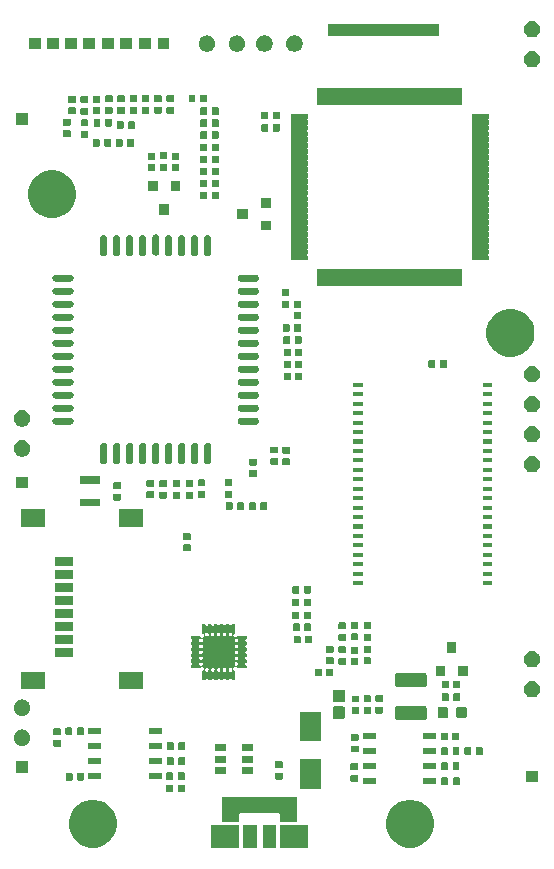
<source format=gbr>
G04 #@! TF.GenerationSoftware,KiCad,Pcbnew,5.0.2*
G04 #@! TF.CreationDate,2019-03-01T11:34:39+03:00*
G04 #@! TF.ProjectId,xmobile,786d6f62-696c-4652-9e6b-696361645f70,rev?*
G04 #@! TF.SameCoordinates,Original*
G04 #@! TF.FileFunction,Soldermask,Bot*
G04 #@! TF.FilePolarity,Negative*
%FSLAX46Y46*%
G04 Gerber Fmt 4.6, Leading zero omitted, Abs format (unit mm)*
G04 Created by KiCad (PCBNEW 5.0.2) date Пт 01 мар 2019 11:34:39*
%MOMM*%
%LPD*%
G01*
G04 APERTURE LIST*
%ADD10C,0.100000*%
G04 APERTURE END LIST*
D10*
G36*
X170257500Y-139150000D02*
X167882500Y-139150000D01*
X167882500Y-137250000D01*
X170257500Y-137250000D01*
X170257500Y-139150000D01*
X170257500Y-139150000D01*
G37*
G36*
X167587500Y-139150000D02*
X166412500Y-139150000D01*
X166412500Y-137250000D01*
X167587500Y-137250000D01*
X167587500Y-139150000D01*
X167587500Y-139150000D01*
G37*
G36*
X164437500Y-139150000D02*
X162062500Y-139150000D01*
X162062500Y-137250000D01*
X164437500Y-137250000D01*
X164437500Y-139150000D01*
X164437500Y-139150000D01*
G37*
G36*
X165907500Y-139150000D02*
X164732500Y-139150000D01*
X164732500Y-137250000D01*
X165907500Y-137250000D01*
X165907500Y-139150000D01*
X165907500Y-139150000D01*
G37*
G36*
X152636712Y-135155088D02*
X153006510Y-135308263D01*
X153006513Y-135308265D01*
X153339325Y-135530643D01*
X153622357Y-135813675D01*
X153844735Y-136146487D01*
X153844737Y-136146490D01*
X153997912Y-136516288D01*
X154076000Y-136908864D01*
X154076000Y-137309136D01*
X153997912Y-137701712D01*
X153844737Y-138071510D01*
X153844735Y-138071513D01*
X153622357Y-138404325D01*
X153339325Y-138687357D01*
X153006513Y-138909735D01*
X153006510Y-138909737D01*
X152636712Y-139062912D01*
X152244136Y-139141000D01*
X151843864Y-139141000D01*
X151451288Y-139062912D01*
X151081490Y-138909737D01*
X151081487Y-138909735D01*
X150748675Y-138687357D01*
X150465643Y-138404325D01*
X150243265Y-138071513D01*
X150243263Y-138071510D01*
X150090088Y-137701712D01*
X150012000Y-137309136D01*
X150012000Y-136908864D01*
X150090088Y-136516288D01*
X150243263Y-136146490D01*
X150243265Y-136146487D01*
X150465643Y-135813675D01*
X150748675Y-135530643D01*
X151081487Y-135308265D01*
X151081490Y-135308263D01*
X151451288Y-135155088D01*
X151843864Y-135077000D01*
X152244136Y-135077000D01*
X152636712Y-135155088D01*
X152636712Y-135155088D01*
G37*
G36*
X179497712Y-135155088D02*
X179867510Y-135308263D01*
X179867513Y-135308265D01*
X180200325Y-135530643D01*
X180483357Y-135813675D01*
X180705735Y-136146487D01*
X180705737Y-136146490D01*
X180858912Y-136516288D01*
X180937000Y-136908864D01*
X180937000Y-137309136D01*
X180858912Y-137701712D01*
X180705737Y-138071510D01*
X180705735Y-138071513D01*
X180483357Y-138404325D01*
X180200325Y-138687357D01*
X179867513Y-138909735D01*
X179867510Y-138909737D01*
X179497712Y-139062912D01*
X179105136Y-139141000D01*
X178704864Y-139141000D01*
X178312288Y-139062912D01*
X177942490Y-138909737D01*
X177942487Y-138909735D01*
X177609675Y-138687357D01*
X177326643Y-138404325D01*
X177104265Y-138071513D01*
X177104263Y-138071510D01*
X176951088Y-137701712D01*
X176873000Y-137309136D01*
X176873000Y-136908864D01*
X176951088Y-136516288D01*
X177104263Y-136146490D01*
X177104265Y-136146487D01*
X177326643Y-135813675D01*
X177609675Y-135530643D01*
X177942487Y-135308265D01*
X177942490Y-135308263D01*
X178312288Y-135155088D01*
X178704864Y-135077000D01*
X179105136Y-135077000D01*
X179497712Y-135155088D01*
X179497712Y-135155088D01*
G37*
G36*
X169360000Y-136950000D02*
X167885000Y-136950000D01*
X167885000Y-136355000D01*
X167882598Y-136330614D01*
X167875485Y-136307165D01*
X167863934Y-136285554D01*
X167848388Y-136266612D01*
X167829446Y-136251066D01*
X167807835Y-136239515D01*
X167784386Y-136232402D01*
X167760000Y-136230000D01*
X164560000Y-136230000D01*
X164535614Y-136232402D01*
X164512165Y-136239515D01*
X164490554Y-136251066D01*
X164471612Y-136266612D01*
X164456066Y-136285554D01*
X164444515Y-136307165D01*
X164437402Y-136330614D01*
X164435000Y-136355000D01*
X164435000Y-136950000D01*
X162960000Y-136950000D01*
X162960000Y-134850000D01*
X169360000Y-134850000D01*
X169360000Y-136950000D01*
X169360000Y-136950000D01*
G37*
G36*
X158798463Y-133809226D02*
X158814298Y-133814030D01*
X158828886Y-133821827D01*
X158841676Y-133832324D01*
X158852173Y-133845114D01*
X158859970Y-133859702D01*
X158864774Y-133875537D01*
X158867000Y-133898140D01*
X158867000Y-134355860D01*
X158864774Y-134378463D01*
X158859970Y-134394298D01*
X158852173Y-134408886D01*
X158841676Y-134421676D01*
X158828886Y-134432173D01*
X158814298Y-134439970D01*
X158798463Y-134444774D01*
X158775860Y-134447000D01*
X158368140Y-134447000D01*
X158345537Y-134444774D01*
X158329702Y-134439970D01*
X158315114Y-134432173D01*
X158302324Y-134421676D01*
X158291827Y-134408886D01*
X158284030Y-134394298D01*
X158279226Y-134378463D01*
X158277000Y-134355860D01*
X158277000Y-133898140D01*
X158279226Y-133875537D01*
X158284030Y-133859702D01*
X158291827Y-133845114D01*
X158302324Y-133832324D01*
X158315114Y-133821827D01*
X158329702Y-133814030D01*
X158345537Y-133809226D01*
X158368140Y-133807000D01*
X158775860Y-133807000D01*
X158798463Y-133809226D01*
X158798463Y-133809226D01*
G37*
G36*
X159768463Y-133809226D02*
X159784298Y-133814030D01*
X159798886Y-133821827D01*
X159811676Y-133832324D01*
X159822173Y-133845114D01*
X159829970Y-133859702D01*
X159834774Y-133875537D01*
X159837000Y-133898140D01*
X159837000Y-134355860D01*
X159834774Y-134378463D01*
X159829970Y-134394298D01*
X159822173Y-134408886D01*
X159811676Y-134421676D01*
X159798886Y-134432173D01*
X159784298Y-134439970D01*
X159768463Y-134444774D01*
X159745860Y-134447000D01*
X159338140Y-134447000D01*
X159315537Y-134444774D01*
X159299702Y-134439970D01*
X159285114Y-134432173D01*
X159272324Y-134421676D01*
X159261827Y-134408886D01*
X159254030Y-134394298D01*
X159249226Y-134378463D01*
X159247000Y-134355860D01*
X159247000Y-133898140D01*
X159249226Y-133875537D01*
X159254030Y-133859702D01*
X159261827Y-133845114D01*
X159272324Y-133832324D01*
X159285114Y-133821827D01*
X159299702Y-133814030D01*
X159315537Y-133809226D01*
X159338140Y-133807000D01*
X159745860Y-133807000D01*
X159768463Y-133809226D01*
X159768463Y-133809226D01*
G37*
G36*
X171400000Y-134150000D02*
X169600000Y-134150000D01*
X169600000Y-131650000D01*
X171400000Y-131650000D01*
X171400000Y-134150000D01*
X171400000Y-134150000D01*
G37*
G36*
X183035463Y-133205226D02*
X183051298Y-133210030D01*
X183065886Y-133217827D01*
X183078676Y-133228324D01*
X183089173Y-133241114D01*
X183096970Y-133255702D01*
X183101774Y-133271537D01*
X183104000Y-133294140D01*
X183104000Y-133751860D01*
X183101774Y-133774463D01*
X183096970Y-133790298D01*
X183089173Y-133804886D01*
X183078676Y-133817676D01*
X183065886Y-133828173D01*
X183051298Y-133835970D01*
X183035463Y-133840774D01*
X183012860Y-133843000D01*
X182605140Y-133843000D01*
X182582537Y-133840774D01*
X182566702Y-133835970D01*
X182552114Y-133828173D01*
X182539324Y-133817676D01*
X182528827Y-133804886D01*
X182521030Y-133790298D01*
X182516226Y-133774463D01*
X182514000Y-133751860D01*
X182514000Y-133294140D01*
X182516226Y-133271537D01*
X182521030Y-133255702D01*
X182528827Y-133241114D01*
X182539324Y-133228324D01*
X182552114Y-133217827D01*
X182566702Y-133210030D01*
X182582537Y-133205226D01*
X182605140Y-133203000D01*
X183012860Y-133203000D01*
X183035463Y-133205226D01*
X183035463Y-133205226D01*
G37*
G36*
X182065463Y-133205226D02*
X182081298Y-133210030D01*
X182095886Y-133217827D01*
X182108676Y-133228324D01*
X182119173Y-133241114D01*
X182126970Y-133255702D01*
X182131774Y-133271537D01*
X182134000Y-133294140D01*
X182134000Y-133751860D01*
X182131774Y-133774463D01*
X182126970Y-133790298D01*
X182119173Y-133804886D01*
X182108676Y-133817676D01*
X182095886Y-133828173D01*
X182081298Y-133835970D01*
X182065463Y-133840774D01*
X182042860Y-133843000D01*
X181635140Y-133843000D01*
X181612537Y-133840774D01*
X181596702Y-133835970D01*
X181582114Y-133828173D01*
X181569324Y-133817676D01*
X181558827Y-133804886D01*
X181551030Y-133790298D01*
X181546226Y-133774463D01*
X181544000Y-133751860D01*
X181544000Y-133294140D01*
X181546226Y-133271537D01*
X181551030Y-133255702D01*
X181558827Y-133241114D01*
X181569324Y-133228324D01*
X181582114Y-133217827D01*
X181596702Y-133210030D01*
X181612537Y-133205226D01*
X181635140Y-133203000D01*
X182042860Y-133203000D01*
X182065463Y-133205226D01*
X182065463Y-133205226D01*
G37*
G36*
X176029000Y-133768000D02*
X174929000Y-133768000D01*
X174929000Y-133278000D01*
X176029000Y-133278000D01*
X176029000Y-133768000D01*
X176029000Y-133768000D01*
G37*
G36*
X181129000Y-133768000D02*
X180029000Y-133768000D01*
X180029000Y-133278000D01*
X181129000Y-133278000D01*
X181129000Y-133768000D01*
X181129000Y-133768000D01*
G37*
G36*
X189730000Y-133619000D02*
X188730000Y-133619000D01*
X188730000Y-132619000D01*
X189730000Y-132619000D01*
X189730000Y-133619000D01*
X189730000Y-133619000D01*
G37*
G36*
X174424463Y-132976226D02*
X174440298Y-132981030D01*
X174454886Y-132988827D01*
X174467676Y-132999324D01*
X174478173Y-133012114D01*
X174485970Y-133026702D01*
X174490774Y-133042537D01*
X174493000Y-133065140D01*
X174493000Y-133472860D01*
X174490774Y-133495463D01*
X174485970Y-133511298D01*
X174478173Y-133525886D01*
X174467676Y-133538676D01*
X174454886Y-133549173D01*
X174440298Y-133556970D01*
X174424463Y-133561774D01*
X174401860Y-133564000D01*
X173944140Y-133564000D01*
X173921537Y-133561774D01*
X173905702Y-133556970D01*
X173891114Y-133549173D01*
X173878324Y-133538676D01*
X173867827Y-133525886D01*
X173860030Y-133511298D01*
X173855226Y-133495463D01*
X173853000Y-133472860D01*
X173853000Y-133065140D01*
X173855226Y-133042537D01*
X173860030Y-133026702D01*
X173867827Y-133012114D01*
X173878324Y-132999324D01*
X173891114Y-132988827D01*
X173905702Y-132981030D01*
X173921537Y-132976226D01*
X173944140Y-132974000D01*
X174401860Y-132974000D01*
X174424463Y-132976226D01*
X174424463Y-132976226D01*
G37*
G36*
X151224463Y-132824226D02*
X151240298Y-132829030D01*
X151254886Y-132836827D01*
X151267676Y-132847324D01*
X151278173Y-132860114D01*
X151285970Y-132874702D01*
X151290774Y-132890537D01*
X151293000Y-132913140D01*
X151293000Y-133370860D01*
X151290774Y-133393463D01*
X151285970Y-133409298D01*
X151278173Y-133423886D01*
X151267676Y-133436676D01*
X151254886Y-133447173D01*
X151240298Y-133454970D01*
X151224463Y-133459774D01*
X151201860Y-133462000D01*
X150794140Y-133462000D01*
X150771537Y-133459774D01*
X150755702Y-133454970D01*
X150741114Y-133447173D01*
X150728324Y-133436676D01*
X150717827Y-133423886D01*
X150710030Y-133409298D01*
X150705226Y-133393463D01*
X150703000Y-133370860D01*
X150703000Y-132913140D01*
X150705226Y-132890537D01*
X150710030Y-132874702D01*
X150717827Y-132860114D01*
X150728324Y-132847324D01*
X150741114Y-132836827D01*
X150755702Y-132829030D01*
X150771537Y-132824226D01*
X150794140Y-132822000D01*
X151201860Y-132822000D01*
X151224463Y-132824226D01*
X151224463Y-132824226D01*
G37*
G36*
X150254463Y-132824226D02*
X150270298Y-132829030D01*
X150284886Y-132836827D01*
X150297676Y-132847324D01*
X150308173Y-132860114D01*
X150315970Y-132874702D01*
X150320774Y-132890537D01*
X150323000Y-132913140D01*
X150323000Y-133370860D01*
X150320774Y-133393463D01*
X150315970Y-133409298D01*
X150308173Y-133423886D01*
X150297676Y-133436676D01*
X150284886Y-133447173D01*
X150270298Y-133454970D01*
X150254463Y-133459774D01*
X150231860Y-133462000D01*
X149824140Y-133462000D01*
X149801537Y-133459774D01*
X149785702Y-133454970D01*
X149771114Y-133447173D01*
X149758324Y-133436676D01*
X149747827Y-133423886D01*
X149740030Y-133409298D01*
X149735226Y-133393463D01*
X149733000Y-133370860D01*
X149733000Y-132913140D01*
X149735226Y-132890537D01*
X149740030Y-132874702D01*
X149747827Y-132860114D01*
X149758324Y-132847324D01*
X149771114Y-132836827D01*
X149785702Y-132829030D01*
X149801537Y-132824226D01*
X149824140Y-132822000D01*
X150231860Y-132822000D01*
X150254463Y-132824226D01*
X150254463Y-132824226D01*
G37*
G36*
X158776463Y-132781226D02*
X158792298Y-132786030D01*
X158806886Y-132793827D01*
X158819676Y-132804324D01*
X158830173Y-132817114D01*
X158837970Y-132831702D01*
X158842774Y-132847537D01*
X158845000Y-132870140D01*
X158845000Y-133327860D01*
X158842774Y-133350463D01*
X158837970Y-133366298D01*
X158830173Y-133380886D01*
X158819676Y-133393676D01*
X158806886Y-133404173D01*
X158792298Y-133411970D01*
X158776463Y-133416774D01*
X158753860Y-133419000D01*
X158346140Y-133419000D01*
X158323537Y-133416774D01*
X158307702Y-133411970D01*
X158293114Y-133404173D01*
X158280324Y-133393676D01*
X158269827Y-133380886D01*
X158262030Y-133366298D01*
X158257226Y-133350463D01*
X158255000Y-133327860D01*
X158255000Y-132870140D01*
X158257226Y-132847537D01*
X158262030Y-132831702D01*
X158269827Y-132817114D01*
X158280324Y-132804324D01*
X158293114Y-132793827D01*
X158307702Y-132786030D01*
X158323537Y-132781226D01*
X158346140Y-132779000D01*
X158753860Y-132779000D01*
X158776463Y-132781226D01*
X158776463Y-132781226D01*
G37*
G36*
X159746463Y-132781226D02*
X159762298Y-132786030D01*
X159776886Y-132793827D01*
X159789676Y-132804324D01*
X159800173Y-132817114D01*
X159807970Y-132831702D01*
X159812774Y-132847537D01*
X159815000Y-132870140D01*
X159815000Y-133327860D01*
X159812774Y-133350463D01*
X159807970Y-133366298D01*
X159800173Y-133380886D01*
X159789676Y-133393676D01*
X159776886Y-133404173D01*
X159762298Y-133411970D01*
X159746463Y-133416774D01*
X159723860Y-133419000D01*
X159316140Y-133419000D01*
X159293537Y-133416774D01*
X159277702Y-133411970D01*
X159263114Y-133404173D01*
X159250324Y-133393676D01*
X159239827Y-133380886D01*
X159232030Y-133366298D01*
X159227226Y-133350463D01*
X159225000Y-133327860D01*
X159225000Y-132870140D01*
X159227226Y-132847537D01*
X159232030Y-132831702D01*
X159239827Y-132817114D01*
X159250324Y-132804324D01*
X159263114Y-132793827D01*
X159277702Y-132786030D01*
X159293537Y-132781226D01*
X159316140Y-132779000D01*
X159723860Y-132779000D01*
X159746463Y-132781226D01*
X159746463Y-132781226D01*
G37*
G36*
X168051463Y-132792226D02*
X168067298Y-132797030D01*
X168081886Y-132804827D01*
X168094676Y-132815324D01*
X168105173Y-132828114D01*
X168112970Y-132842702D01*
X168117774Y-132858537D01*
X168120000Y-132881140D01*
X168120000Y-133288860D01*
X168117774Y-133311463D01*
X168112970Y-133327298D01*
X168105173Y-133341886D01*
X168094676Y-133354676D01*
X168081886Y-133365173D01*
X168067298Y-133372970D01*
X168051463Y-133377774D01*
X168028860Y-133380000D01*
X167571140Y-133380000D01*
X167548537Y-133377774D01*
X167532702Y-133372970D01*
X167518114Y-133365173D01*
X167505324Y-133354676D01*
X167494827Y-133341886D01*
X167487030Y-133327298D01*
X167482226Y-133311463D01*
X167480000Y-133288860D01*
X167480000Y-132881140D01*
X167482226Y-132858537D01*
X167487030Y-132842702D01*
X167494827Y-132828114D01*
X167505324Y-132815324D01*
X167518114Y-132804827D01*
X167532702Y-132797030D01*
X167548537Y-132792226D01*
X167571140Y-132790000D01*
X168028860Y-132790000D01*
X168051463Y-132792226D01*
X168051463Y-132792226D01*
G37*
G36*
X157862000Y-133338000D02*
X156762000Y-133338000D01*
X156762000Y-132848000D01*
X157862000Y-132848000D01*
X157862000Y-133338000D01*
X157862000Y-133338000D01*
G37*
G36*
X152762000Y-133338000D02*
X151662000Y-133338000D01*
X151662000Y-132848000D01*
X152762000Y-132848000D01*
X152762000Y-133338000D01*
X152762000Y-133338000D01*
G37*
G36*
X163350000Y-132900000D02*
X162400000Y-132900000D01*
X162400000Y-132300000D01*
X163350000Y-132300000D01*
X163350000Y-132900000D01*
X163350000Y-132900000D01*
G37*
G36*
X165600000Y-132900000D02*
X164650000Y-132900000D01*
X164650000Y-132300000D01*
X165600000Y-132300000D01*
X165600000Y-132900000D01*
X165600000Y-132900000D01*
G37*
G36*
X146550000Y-132826000D02*
X145550000Y-132826000D01*
X145550000Y-131826000D01*
X146550000Y-131826000D01*
X146550000Y-132826000D01*
X146550000Y-132826000D01*
G37*
G36*
X174424463Y-132006226D02*
X174440298Y-132011030D01*
X174454886Y-132018827D01*
X174467676Y-132029324D01*
X174478173Y-132042114D01*
X174485970Y-132056702D01*
X174490774Y-132072537D01*
X174493000Y-132095140D01*
X174493000Y-132502860D01*
X174490774Y-132525463D01*
X174485970Y-132541298D01*
X174478173Y-132555886D01*
X174467676Y-132568676D01*
X174454886Y-132579173D01*
X174440298Y-132586970D01*
X174424463Y-132591774D01*
X174401860Y-132594000D01*
X173944140Y-132594000D01*
X173921537Y-132591774D01*
X173905702Y-132586970D01*
X173891114Y-132579173D01*
X173878324Y-132568676D01*
X173867827Y-132555886D01*
X173860030Y-132541298D01*
X173855226Y-132525463D01*
X173853000Y-132502860D01*
X173853000Y-132095140D01*
X173855226Y-132072537D01*
X173860030Y-132056702D01*
X173867827Y-132042114D01*
X173878324Y-132029324D01*
X173891114Y-132018827D01*
X173905702Y-132011030D01*
X173921537Y-132006226D01*
X173944140Y-132004000D01*
X174401860Y-132004000D01*
X174424463Y-132006226D01*
X174424463Y-132006226D01*
G37*
G36*
X182047463Y-131935226D02*
X182063298Y-131940030D01*
X182077886Y-131947827D01*
X182090676Y-131958324D01*
X182101173Y-131971114D01*
X182108970Y-131985702D01*
X182113774Y-132001537D01*
X182116000Y-132024140D01*
X182116000Y-132481860D01*
X182113774Y-132504463D01*
X182108970Y-132520298D01*
X182101173Y-132534886D01*
X182090676Y-132547676D01*
X182077886Y-132558173D01*
X182063298Y-132565970D01*
X182047463Y-132570774D01*
X182024860Y-132573000D01*
X181617140Y-132573000D01*
X181594537Y-132570774D01*
X181578702Y-132565970D01*
X181564114Y-132558173D01*
X181551324Y-132547676D01*
X181540827Y-132534886D01*
X181533030Y-132520298D01*
X181528226Y-132504463D01*
X181526000Y-132481860D01*
X181526000Y-132024140D01*
X181528226Y-132001537D01*
X181533030Y-131985702D01*
X181540827Y-131971114D01*
X181551324Y-131958324D01*
X181564114Y-131947827D01*
X181578702Y-131940030D01*
X181594537Y-131935226D01*
X181617140Y-131933000D01*
X182024860Y-131933000D01*
X182047463Y-131935226D01*
X182047463Y-131935226D01*
G37*
G36*
X183017463Y-131935226D02*
X183033298Y-131940030D01*
X183047886Y-131947827D01*
X183060676Y-131958324D01*
X183071173Y-131971114D01*
X183078970Y-131985702D01*
X183083774Y-132001537D01*
X183086000Y-132024140D01*
X183086000Y-132481860D01*
X183083774Y-132504463D01*
X183078970Y-132520298D01*
X183071173Y-132534886D01*
X183060676Y-132547676D01*
X183047886Y-132558173D01*
X183033298Y-132565970D01*
X183017463Y-132570774D01*
X182994860Y-132573000D01*
X182587140Y-132573000D01*
X182564537Y-132570774D01*
X182548702Y-132565970D01*
X182534114Y-132558173D01*
X182521324Y-132547676D01*
X182510827Y-132534886D01*
X182503030Y-132520298D01*
X182498226Y-132504463D01*
X182496000Y-132481860D01*
X182496000Y-132024140D01*
X182498226Y-132001537D01*
X182503030Y-131985702D01*
X182510827Y-131971114D01*
X182521324Y-131958324D01*
X182534114Y-131947827D01*
X182548702Y-131940030D01*
X182564537Y-131935226D01*
X182587140Y-131933000D01*
X182994860Y-131933000D01*
X183017463Y-131935226D01*
X183017463Y-131935226D01*
G37*
G36*
X181129000Y-132498000D02*
X180029000Y-132498000D01*
X180029000Y-132008000D01*
X181129000Y-132008000D01*
X181129000Y-132498000D01*
X181129000Y-132498000D01*
G37*
G36*
X176029000Y-132498000D02*
X174929000Y-132498000D01*
X174929000Y-132008000D01*
X176029000Y-132008000D01*
X176029000Y-132498000D01*
X176029000Y-132498000D01*
G37*
G36*
X168051463Y-131822226D02*
X168067298Y-131827030D01*
X168081886Y-131834827D01*
X168094676Y-131845324D01*
X168105173Y-131858114D01*
X168112970Y-131872702D01*
X168117774Y-131888537D01*
X168120000Y-131911140D01*
X168120000Y-132318860D01*
X168117774Y-132341463D01*
X168112970Y-132357298D01*
X168105173Y-132371886D01*
X168094676Y-132384676D01*
X168081886Y-132395173D01*
X168067298Y-132402970D01*
X168051463Y-132407774D01*
X168028860Y-132410000D01*
X167571140Y-132410000D01*
X167548537Y-132407774D01*
X167532702Y-132402970D01*
X167518114Y-132395173D01*
X167505324Y-132384676D01*
X167494827Y-132371886D01*
X167487030Y-132357298D01*
X167482226Y-132341463D01*
X167480000Y-132318860D01*
X167480000Y-131911140D01*
X167482226Y-131888537D01*
X167487030Y-131872702D01*
X167494827Y-131858114D01*
X167505324Y-131845324D01*
X167518114Y-131834827D01*
X167532702Y-131827030D01*
X167548537Y-131822226D01*
X167571140Y-131820000D01*
X168028860Y-131820000D01*
X168051463Y-131822226D01*
X168051463Y-131822226D01*
G37*
G36*
X159789463Y-131493226D02*
X159805298Y-131498030D01*
X159819886Y-131505827D01*
X159832676Y-131516324D01*
X159843173Y-131529114D01*
X159850970Y-131543702D01*
X159855774Y-131559537D01*
X159858000Y-131582140D01*
X159858000Y-132039860D01*
X159855774Y-132062463D01*
X159850970Y-132078298D01*
X159843173Y-132092886D01*
X159832676Y-132105676D01*
X159819886Y-132116173D01*
X159805298Y-132123970D01*
X159789463Y-132128774D01*
X159766860Y-132131000D01*
X159359140Y-132131000D01*
X159336537Y-132128774D01*
X159320702Y-132123970D01*
X159306114Y-132116173D01*
X159293324Y-132105676D01*
X159282827Y-132092886D01*
X159275030Y-132078298D01*
X159270226Y-132062463D01*
X159268000Y-132039860D01*
X159268000Y-131582140D01*
X159270226Y-131559537D01*
X159275030Y-131543702D01*
X159282827Y-131529114D01*
X159293324Y-131516324D01*
X159306114Y-131505827D01*
X159320702Y-131498030D01*
X159336537Y-131493226D01*
X159359140Y-131491000D01*
X159766860Y-131491000D01*
X159789463Y-131493226D01*
X159789463Y-131493226D01*
G37*
G36*
X158819463Y-131493226D02*
X158835298Y-131498030D01*
X158849886Y-131505827D01*
X158862676Y-131516324D01*
X158873173Y-131529114D01*
X158880970Y-131543702D01*
X158885774Y-131559537D01*
X158888000Y-131582140D01*
X158888000Y-132039860D01*
X158885774Y-132062463D01*
X158880970Y-132078298D01*
X158873173Y-132092886D01*
X158862676Y-132105676D01*
X158849886Y-132116173D01*
X158835298Y-132123970D01*
X158819463Y-132128774D01*
X158796860Y-132131000D01*
X158389140Y-132131000D01*
X158366537Y-132128774D01*
X158350702Y-132123970D01*
X158336114Y-132116173D01*
X158323324Y-132105676D01*
X158312827Y-132092886D01*
X158305030Y-132078298D01*
X158300226Y-132062463D01*
X158298000Y-132039860D01*
X158298000Y-131582140D01*
X158300226Y-131559537D01*
X158305030Y-131543702D01*
X158312827Y-131529114D01*
X158323324Y-131516324D01*
X158336114Y-131505827D01*
X158350702Y-131498030D01*
X158366537Y-131493226D01*
X158389140Y-131491000D01*
X158796860Y-131491000D01*
X158819463Y-131493226D01*
X158819463Y-131493226D01*
G37*
G36*
X157862000Y-132068000D02*
X156762000Y-132068000D01*
X156762000Y-131578000D01*
X157862000Y-131578000D01*
X157862000Y-132068000D01*
X157862000Y-132068000D01*
G37*
G36*
X152762000Y-132068000D02*
X151662000Y-132068000D01*
X151662000Y-131578000D01*
X152762000Y-131578000D01*
X152762000Y-132068000D01*
X152762000Y-132068000D01*
G37*
G36*
X165600000Y-131950000D02*
X164650000Y-131950000D01*
X164650000Y-131350000D01*
X165600000Y-131350000D01*
X165600000Y-131950000D01*
X165600000Y-131950000D01*
G37*
G36*
X163350000Y-131950000D02*
X162400000Y-131950000D01*
X162400000Y-131350000D01*
X163350000Y-131350000D01*
X163350000Y-131950000D01*
X163350000Y-131950000D01*
G37*
G36*
X182047463Y-130665226D02*
X182063298Y-130670030D01*
X182077886Y-130677827D01*
X182090676Y-130688324D01*
X182101173Y-130701114D01*
X182108970Y-130715702D01*
X182113774Y-130731537D01*
X182116000Y-130754140D01*
X182116000Y-131211860D01*
X182113774Y-131234463D01*
X182108970Y-131250298D01*
X182101173Y-131264886D01*
X182090676Y-131277676D01*
X182077886Y-131288173D01*
X182063298Y-131295970D01*
X182047463Y-131300774D01*
X182024860Y-131303000D01*
X181617140Y-131303000D01*
X181594537Y-131300774D01*
X181578702Y-131295970D01*
X181564114Y-131288173D01*
X181551324Y-131277676D01*
X181540827Y-131264886D01*
X181533030Y-131250298D01*
X181528226Y-131234463D01*
X181526000Y-131211860D01*
X181526000Y-130754140D01*
X181528226Y-130731537D01*
X181533030Y-130715702D01*
X181540827Y-130701114D01*
X181551324Y-130688324D01*
X181564114Y-130677827D01*
X181578702Y-130670030D01*
X181594537Y-130665226D01*
X181617140Y-130663000D01*
X182024860Y-130663000D01*
X182047463Y-130665226D01*
X182047463Y-130665226D01*
G37*
G36*
X183017463Y-130665226D02*
X183033298Y-130670030D01*
X183047886Y-130677827D01*
X183060676Y-130688324D01*
X183071173Y-130701114D01*
X183078970Y-130715702D01*
X183083774Y-130731537D01*
X183086000Y-130754140D01*
X183086000Y-131211860D01*
X183083774Y-131234463D01*
X183078970Y-131250298D01*
X183071173Y-131264886D01*
X183060676Y-131277676D01*
X183047886Y-131288173D01*
X183033298Y-131295970D01*
X183017463Y-131300774D01*
X182994860Y-131303000D01*
X182587140Y-131303000D01*
X182564537Y-131300774D01*
X182548702Y-131295970D01*
X182534114Y-131288173D01*
X182521324Y-131277676D01*
X182510827Y-131264886D01*
X182503030Y-131250298D01*
X182498226Y-131234463D01*
X182496000Y-131211860D01*
X182496000Y-130754140D01*
X182498226Y-130731537D01*
X182503030Y-130715702D01*
X182510827Y-130701114D01*
X182521324Y-130688324D01*
X182534114Y-130677827D01*
X182548702Y-130670030D01*
X182564537Y-130665226D01*
X182587140Y-130663000D01*
X182994860Y-130663000D01*
X183017463Y-130665226D01*
X183017463Y-130665226D01*
G37*
G36*
X184026463Y-130647226D02*
X184042298Y-130652030D01*
X184056886Y-130659827D01*
X184069676Y-130670324D01*
X184080173Y-130683114D01*
X184087970Y-130697702D01*
X184092774Y-130713537D01*
X184095000Y-130736140D01*
X184095000Y-131193860D01*
X184092774Y-131216463D01*
X184087970Y-131232298D01*
X184080173Y-131246886D01*
X184069676Y-131259676D01*
X184056886Y-131270173D01*
X184042298Y-131277970D01*
X184026463Y-131282774D01*
X184003860Y-131285000D01*
X183596140Y-131285000D01*
X183573537Y-131282774D01*
X183557702Y-131277970D01*
X183543114Y-131270173D01*
X183530324Y-131259676D01*
X183519827Y-131246886D01*
X183512030Y-131232298D01*
X183507226Y-131216463D01*
X183505000Y-131193860D01*
X183505000Y-130736140D01*
X183507226Y-130713537D01*
X183512030Y-130697702D01*
X183519827Y-130683114D01*
X183530324Y-130670324D01*
X183543114Y-130659827D01*
X183557702Y-130652030D01*
X183573537Y-130647226D01*
X183596140Y-130645000D01*
X184003860Y-130645000D01*
X184026463Y-130647226D01*
X184026463Y-130647226D01*
G37*
G36*
X184996463Y-130647226D02*
X185012298Y-130652030D01*
X185026886Y-130659827D01*
X185039676Y-130670324D01*
X185050173Y-130683114D01*
X185057970Y-130697702D01*
X185062774Y-130713537D01*
X185065000Y-130736140D01*
X185065000Y-131193860D01*
X185062774Y-131216463D01*
X185057970Y-131232298D01*
X185050173Y-131246886D01*
X185039676Y-131259676D01*
X185026886Y-131270173D01*
X185012298Y-131277970D01*
X184996463Y-131282774D01*
X184973860Y-131285000D01*
X184566140Y-131285000D01*
X184543537Y-131282774D01*
X184527702Y-131277970D01*
X184513114Y-131270173D01*
X184500324Y-131259676D01*
X184489827Y-131246886D01*
X184482030Y-131232298D01*
X184477226Y-131216463D01*
X184475000Y-131193860D01*
X184475000Y-130736140D01*
X184477226Y-130713537D01*
X184482030Y-130697702D01*
X184489827Y-130683114D01*
X184500324Y-130670324D01*
X184513114Y-130659827D01*
X184527702Y-130652030D01*
X184543537Y-130647226D01*
X184566140Y-130645000D01*
X184973860Y-130645000D01*
X184996463Y-130647226D01*
X184996463Y-130647226D01*
G37*
G36*
X176029000Y-131228000D02*
X174929000Y-131228000D01*
X174929000Y-130738000D01*
X176029000Y-130738000D01*
X176029000Y-131228000D01*
X176029000Y-131228000D01*
G37*
G36*
X181129000Y-131228000D02*
X180029000Y-131228000D01*
X180029000Y-130738000D01*
X181129000Y-130738000D01*
X181129000Y-131228000D01*
X181129000Y-131228000D01*
G37*
G36*
X174470463Y-130499226D02*
X174486298Y-130504030D01*
X174500886Y-130511827D01*
X174513676Y-130522324D01*
X174524173Y-130535114D01*
X174531970Y-130549702D01*
X174536774Y-130565537D01*
X174539000Y-130588140D01*
X174539000Y-130995860D01*
X174536774Y-131018463D01*
X174531970Y-131034298D01*
X174524173Y-131048886D01*
X174513676Y-131061676D01*
X174500886Y-131072173D01*
X174486298Y-131079970D01*
X174470463Y-131084774D01*
X174447860Y-131087000D01*
X173990140Y-131087000D01*
X173967537Y-131084774D01*
X173951702Y-131079970D01*
X173937114Y-131072173D01*
X173924324Y-131061676D01*
X173913827Y-131048886D01*
X173906030Y-131034298D01*
X173901226Y-131018463D01*
X173899000Y-130995860D01*
X173899000Y-130588140D01*
X173901226Y-130565537D01*
X173906030Y-130549702D01*
X173913827Y-130535114D01*
X173924324Y-130522324D01*
X173937114Y-130511827D01*
X173951702Y-130504030D01*
X173967537Y-130499226D01*
X173990140Y-130497000D01*
X174447860Y-130497000D01*
X174470463Y-130499226D01*
X174470463Y-130499226D01*
G37*
G36*
X165600000Y-131000000D02*
X164650000Y-131000000D01*
X164650000Y-130400000D01*
X165600000Y-130400000D01*
X165600000Y-131000000D01*
X165600000Y-131000000D01*
G37*
G36*
X163350000Y-131000000D02*
X162400000Y-131000000D01*
X162400000Y-130400000D01*
X163350000Y-130400000D01*
X163350000Y-131000000D01*
X163350000Y-131000000D01*
G37*
G36*
X159791463Y-130233226D02*
X159807298Y-130238030D01*
X159821886Y-130245827D01*
X159834676Y-130256324D01*
X159845173Y-130269114D01*
X159852970Y-130283702D01*
X159857774Y-130299537D01*
X159860000Y-130322140D01*
X159860000Y-130779860D01*
X159857774Y-130802463D01*
X159852970Y-130818298D01*
X159845173Y-130832886D01*
X159834676Y-130845676D01*
X159821886Y-130856173D01*
X159807298Y-130863970D01*
X159791463Y-130868774D01*
X159768860Y-130871000D01*
X159361140Y-130871000D01*
X159338537Y-130868774D01*
X159322702Y-130863970D01*
X159308114Y-130856173D01*
X159295324Y-130845676D01*
X159284827Y-130832886D01*
X159277030Y-130818298D01*
X159272226Y-130802463D01*
X159270000Y-130779860D01*
X159270000Y-130322140D01*
X159272226Y-130299537D01*
X159277030Y-130283702D01*
X159284827Y-130269114D01*
X159295324Y-130256324D01*
X159308114Y-130245827D01*
X159322702Y-130238030D01*
X159338537Y-130233226D01*
X159361140Y-130231000D01*
X159768860Y-130231000D01*
X159791463Y-130233226D01*
X159791463Y-130233226D01*
G37*
G36*
X158821463Y-130233226D02*
X158837298Y-130238030D01*
X158851886Y-130245827D01*
X158864676Y-130256324D01*
X158875173Y-130269114D01*
X158882970Y-130283702D01*
X158887774Y-130299537D01*
X158890000Y-130322140D01*
X158890000Y-130779860D01*
X158887774Y-130802463D01*
X158882970Y-130818298D01*
X158875173Y-130832886D01*
X158864676Y-130845676D01*
X158851886Y-130856173D01*
X158837298Y-130863970D01*
X158821463Y-130868774D01*
X158798860Y-130871000D01*
X158391140Y-130871000D01*
X158368537Y-130868774D01*
X158352702Y-130863970D01*
X158338114Y-130856173D01*
X158325324Y-130845676D01*
X158314827Y-130832886D01*
X158307030Y-130818298D01*
X158302226Y-130802463D01*
X158300000Y-130779860D01*
X158300000Y-130322140D01*
X158302226Y-130299537D01*
X158307030Y-130283702D01*
X158314827Y-130269114D01*
X158325324Y-130256324D01*
X158338114Y-130245827D01*
X158352702Y-130238030D01*
X158368537Y-130233226D01*
X158391140Y-130231000D01*
X158798860Y-130231000D01*
X158821463Y-130233226D01*
X158821463Y-130233226D01*
G37*
G36*
X152762000Y-130798000D02*
X151662000Y-130798000D01*
X151662000Y-130308000D01*
X152762000Y-130308000D01*
X152762000Y-130798000D01*
X152762000Y-130798000D01*
G37*
G36*
X157862000Y-130798000D02*
X156762000Y-130798000D01*
X156762000Y-130308000D01*
X157862000Y-130308000D01*
X157862000Y-130798000D01*
X157862000Y-130798000D01*
G37*
G36*
X149263463Y-130009226D02*
X149279298Y-130014030D01*
X149293886Y-130021827D01*
X149306676Y-130032324D01*
X149317173Y-130045114D01*
X149324970Y-130059702D01*
X149329774Y-130075537D01*
X149332000Y-130098140D01*
X149332000Y-130505860D01*
X149329774Y-130528463D01*
X149324970Y-130544298D01*
X149317173Y-130558886D01*
X149306676Y-130571676D01*
X149293886Y-130582173D01*
X149279298Y-130589970D01*
X149263463Y-130594774D01*
X149240860Y-130597000D01*
X148783140Y-130597000D01*
X148760537Y-130594774D01*
X148744702Y-130589970D01*
X148730114Y-130582173D01*
X148717324Y-130571676D01*
X148706827Y-130558886D01*
X148699030Y-130544298D01*
X148694226Y-130528463D01*
X148692000Y-130505860D01*
X148692000Y-130098140D01*
X148694226Y-130075537D01*
X148699030Y-130059702D01*
X148706827Y-130045114D01*
X148717324Y-130032324D01*
X148730114Y-130021827D01*
X148744702Y-130014030D01*
X148760537Y-130009226D01*
X148783140Y-130007000D01*
X149240860Y-130007000D01*
X149263463Y-130009226D01*
X149263463Y-130009226D01*
G37*
G36*
X146254183Y-129156900D02*
X146381574Y-129209668D01*
X146496224Y-129286274D01*
X146593726Y-129383776D01*
X146655706Y-129476537D01*
X146670332Y-129498426D01*
X146723100Y-129625817D01*
X146750000Y-129761055D01*
X146750000Y-129898945D01*
X146723100Y-130034183D01*
X146675126Y-130150000D01*
X146670332Y-130161574D01*
X146598477Y-130269114D01*
X146593725Y-130276225D01*
X146496225Y-130373725D01*
X146381574Y-130450332D01*
X146254183Y-130503100D01*
X146118945Y-130530000D01*
X145981055Y-130530000D01*
X145845817Y-130503100D01*
X145718426Y-130450332D01*
X145603775Y-130373725D01*
X145506275Y-130276225D01*
X145501524Y-130269114D01*
X145429668Y-130161574D01*
X145424874Y-130150000D01*
X145376900Y-130034183D01*
X145350000Y-129898945D01*
X145350000Y-129761055D01*
X145376900Y-129625817D01*
X145429668Y-129498426D01*
X145444294Y-129476537D01*
X145506274Y-129383776D01*
X145603776Y-129286274D01*
X145718426Y-129209668D01*
X145845817Y-129156900D01*
X145981055Y-129130000D01*
X146118945Y-129130000D01*
X146254183Y-129156900D01*
X146254183Y-129156900D01*
G37*
G36*
X171400000Y-130150000D02*
X169600000Y-130150000D01*
X169600000Y-127650000D01*
X171400000Y-127650000D01*
X171400000Y-130150000D01*
X171400000Y-130150000D01*
G37*
G36*
X174470463Y-129529226D02*
X174486298Y-129534030D01*
X174500886Y-129541827D01*
X174513676Y-129552324D01*
X174524173Y-129565114D01*
X174531970Y-129579702D01*
X174536774Y-129595537D01*
X174539000Y-129618140D01*
X174539000Y-130025860D01*
X174536774Y-130048463D01*
X174531970Y-130064298D01*
X174524173Y-130078886D01*
X174513676Y-130091676D01*
X174500886Y-130102173D01*
X174486298Y-130109970D01*
X174470463Y-130114774D01*
X174447860Y-130117000D01*
X173990140Y-130117000D01*
X173967537Y-130114774D01*
X173951702Y-130109970D01*
X173937114Y-130102173D01*
X173924324Y-130091676D01*
X173913827Y-130078886D01*
X173906030Y-130064298D01*
X173901226Y-130048463D01*
X173899000Y-130025860D01*
X173899000Y-129618140D01*
X173901226Y-129595537D01*
X173906030Y-129579702D01*
X173913827Y-129565114D01*
X173924324Y-129552324D01*
X173937114Y-129541827D01*
X173951702Y-129534030D01*
X173967537Y-129529226D01*
X173990140Y-129527000D01*
X174447860Y-129527000D01*
X174470463Y-129529226D01*
X174470463Y-129529226D01*
G37*
G36*
X182039463Y-129410226D02*
X182055298Y-129415030D01*
X182069886Y-129422827D01*
X182082676Y-129433324D01*
X182093173Y-129446114D01*
X182100970Y-129460702D01*
X182105774Y-129476537D01*
X182108000Y-129499140D01*
X182108000Y-129956860D01*
X182105774Y-129979463D01*
X182100970Y-129995298D01*
X182093173Y-130009886D01*
X182082676Y-130022676D01*
X182069886Y-130033173D01*
X182055298Y-130040970D01*
X182039463Y-130045774D01*
X182016860Y-130048000D01*
X181609140Y-130048000D01*
X181586537Y-130045774D01*
X181570702Y-130040970D01*
X181556114Y-130033173D01*
X181543324Y-130022676D01*
X181532827Y-130009886D01*
X181525030Y-129995298D01*
X181520226Y-129979463D01*
X181518000Y-129956860D01*
X181518000Y-129499140D01*
X181520226Y-129476537D01*
X181525030Y-129460702D01*
X181532827Y-129446114D01*
X181543324Y-129433324D01*
X181556114Y-129422827D01*
X181570702Y-129415030D01*
X181586537Y-129410226D01*
X181609140Y-129408000D01*
X182016860Y-129408000D01*
X182039463Y-129410226D01*
X182039463Y-129410226D01*
G37*
G36*
X183009463Y-129410226D02*
X183025298Y-129415030D01*
X183039886Y-129422827D01*
X183052676Y-129433324D01*
X183063173Y-129446114D01*
X183070970Y-129460702D01*
X183075774Y-129476537D01*
X183078000Y-129499140D01*
X183078000Y-129956860D01*
X183075774Y-129979463D01*
X183070970Y-129995298D01*
X183063173Y-130009886D01*
X183052676Y-130022676D01*
X183039886Y-130033173D01*
X183025298Y-130040970D01*
X183009463Y-130045774D01*
X182986860Y-130048000D01*
X182579140Y-130048000D01*
X182556537Y-130045774D01*
X182540702Y-130040970D01*
X182526114Y-130033173D01*
X182513324Y-130022676D01*
X182502827Y-130009886D01*
X182495030Y-129995298D01*
X182490226Y-129979463D01*
X182488000Y-129956860D01*
X182488000Y-129499140D01*
X182490226Y-129476537D01*
X182495030Y-129460702D01*
X182502827Y-129446114D01*
X182513324Y-129433324D01*
X182526114Y-129422827D01*
X182540702Y-129415030D01*
X182556537Y-129410226D01*
X182579140Y-129408000D01*
X182986860Y-129408000D01*
X183009463Y-129410226D01*
X183009463Y-129410226D01*
G37*
G36*
X181129000Y-129958000D02*
X180029000Y-129958000D01*
X180029000Y-129468000D01*
X181129000Y-129468000D01*
X181129000Y-129958000D01*
X181129000Y-129958000D01*
G37*
G36*
X176029000Y-129958000D02*
X174929000Y-129958000D01*
X174929000Y-129468000D01*
X176029000Y-129468000D01*
X176029000Y-129958000D01*
X176029000Y-129958000D01*
G37*
G36*
X149263463Y-129039226D02*
X149279298Y-129044030D01*
X149293886Y-129051827D01*
X149306676Y-129062324D01*
X149317173Y-129075114D01*
X149324970Y-129089702D01*
X149329774Y-129105537D01*
X149332000Y-129128140D01*
X149332000Y-129535860D01*
X149329774Y-129558463D01*
X149324970Y-129574298D01*
X149317173Y-129588886D01*
X149306676Y-129601676D01*
X149293886Y-129612173D01*
X149279298Y-129619970D01*
X149263463Y-129624774D01*
X149240860Y-129627000D01*
X148783140Y-129627000D01*
X148760537Y-129624774D01*
X148744702Y-129619970D01*
X148730114Y-129612173D01*
X148717324Y-129601676D01*
X148706827Y-129588886D01*
X148699030Y-129574298D01*
X148694226Y-129558463D01*
X148692000Y-129535860D01*
X148692000Y-129128140D01*
X148694226Y-129105537D01*
X148699030Y-129089702D01*
X148706827Y-129075114D01*
X148717324Y-129062324D01*
X148730114Y-129051827D01*
X148744702Y-129044030D01*
X148760537Y-129039226D01*
X148783140Y-129037000D01*
X149240860Y-129037000D01*
X149263463Y-129039226D01*
X149263463Y-129039226D01*
G37*
G36*
X150246463Y-128973226D02*
X150262298Y-128978030D01*
X150276886Y-128985827D01*
X150289676Y-128996324D01*
X150300173Y-129009114D01*
X150307970Y-129023702D01*
X150312774Y-129039537D01*
X150315000Y-129062140D01*
X150315000Y-129519860D01*
X150312774Y-129542463D01*
X150307970Y-129558298D01*
X150300173Y-129572886D01*
X150289676Y-129585676D01*
X150276886Y-129596173D01*
X150262298Y-129603970D01*
X150246463Y-129608774D01*
X150223860Y-129611000D01*
X149816140Y-129611000D01*
X149793537Y-129608774D01*
X149777702Y-129603970D01*
X149763114Y-129596173D01*
X149750324Y-129585676D01*
X149739827Y-129572886D01*
X149732030Y-129558298D01*
X149727226Y-129542463D01*
X149725000Y-129519860D01*
X149725000Y-129062140D01*
X149727226Y-129039537D01*
X149732030Y-129023702D01*
X149739827Y-129009114D01*
X149750324Y-128996324D01*
X149763114Y-128985827D01*
X149777702Y-128978030D01*
X149793537Y-128973226D01*
X149816140Y-128971000D01*
X150223860Y-128971000D01*
X150246463Y-128973226D01*
X150246463Y-128973226D01*
G37*
G36*
X151216463Y-128973226D02*
X151232298Y-128978030D01*
X151246886Y-128985827D01*
X151259676Y-128996324D01*
X151270173Y-129009114D01*
X151277970Y-129023702D01*
X151282774Y-129039537D01*
X151285000Y-129062140D01*
X151285000Y-129519860D01*
X151282774Y-129542463D01*
X151277970Y-129558298D01*
X151270173Y-129572886D01*
X151259676Y-129585676D01*
X151246886Y-129596173D01*
X151232298Y-129603970D01*
X151216463Y-129608774D01*
X151193860Y-129611000D01*
X150786140Y-129611000D01*
X150763537Y-129608774D01*
X150747702Y-129603970D01*
X150733114Y-129596173D01*
X150720324Y-129585676D01*
X150709827Y-129572886D01*
X150702030Y-129558298D01*
X150697226Y-129542463D01*
X150695000Y-129519860D01*
X150695000Y-129062140D01*
X150697226Y-129039537D01*
X150702030Y-129023702D01*
X150709827Y-129009114D01*
X150720324Y-128996324D01*
X150733114Y-128985827D01*
X150747702Y-128978030D01*
X150763537Y-128973226D01*
X150786140Y-128971000D01*
X151193860Y-128971000D01*
X151216463Y-128973226D01*
X151216463Y-128973226D01*
G37*
G36*
X157862000Y-129528000D02*
X156762000Y-129528000D01*
X156762000Y-129038000D01*
X157862000Y-129038000D01*
X157862000Y-129528000D01*
X157862000Y-129528000D01*
G37*
G36*
X152762000Y-129528000D02*
X151662000Y-129528000D01*
X151662000Y-129038000D01*
X152762000Y-129038000D01*
X152762000Y-129528000D01*
X152762000Y-129528000D01*
G37*
G36*
X180152024Y-127120955D02*
X180184736Y-127130879D01*
X180214890Y-127146997D01*
X180241316Y-127168684D01*
X180263003Y-127195110D01*
X180279121Y-127225264D01*
X180289045Y-127257976D01*
X180293000Y-127298138D01*
X180293000Y-128185862D01*
X180289045Y-128226024D01*
X180279121Y-128258736D01*
X180263003Y-128288890D01*
X180241316Y-128315316D01*
X180214890Y-128337003D01*
X180184736Y-128353121D01*
X180152024Y-128363045D01*
X180111862Y-128367000D01*
X177824138Y-128367000D01*
X177783976Y-128363045D01*
X177751264Y-128353121D01*
X177721110Y-128337003D01*
X177694684Y-128315316D01*
X177672997Y-128288890D01*
X177656879Y-128258736D01*
X177646955Y-128226024D01*
X177643000Y-128185862D01*
X177643000Y-127298138D01*
X177646955Y-127257976D01*
X177656879Y-127225264D01*
X177672997Y-127195110D01*
X177694684Y-127168684D01*
X177721110Y-127146997D01*
X177751264Y-127130879D01*
X177783976Y-127120955D01*
X177824138Y-127117000D01*
X180111862Y-127117000D01*
X180152024Y-127120955D01*
X180152024Y-127120955D01*
G37*
G36*
X173237359Y-127186138D02*
X173271859Y-127196604D01*
X173303657Y-127213600D01*
X173331527Y-127236473D01*
X173354400Y-127264343D01*
X173371396Y-127296141D01*
X173381862Y-127330641D01*
X173386000Y-127372661D01*
X173386000Y-128066339D01*
X173381862Y-128108359D01*
X173371396Y-128142859D01*
X173354400Y-128174657D01*
X173331527Y-128202527D01*
X173303657Y-128225400D01*
X173271859Y-128242396D01*
X173237359Y-128252862D01*
X173195339Y-128257000D01*
X172526661Y-128257000D01*
X172484641Y-128252862D01*
X172450141Y-128242396D01*
X172418343Y-128225400D01*
X172390473Y-128202527D01*
X172367600Y-128174657D01*
X172350604Y-128142859D01*
X172340138Y-128108359D01*
X172336000Y-128066339D01*
X172336000Y-127372661D01*
X172340138Y-127330641D01*
X172350604Y-127296141D01*
X172367600Y-127264343D01*
X172390473Y-127236473D01*
X172418343Y-127213600D01*
X172450141Y-127196604D01*
X172484641Y-127186138D01*
X172526661Y-127182000D01*
X173195339Y-127182000D01*
X173237359Y-127186138D01*
X173237359Y-127186138D01*
G37*
G36*
X181989116Y-127230595D02*
X182018313Y-127239452D01*
X182045218Y-127253833D01*
X182068808Y-127273192D01*
X182088167Y-127296782D01*
X182102548Y-127323687D01*
X182111405Y-127352884D01*
X182115000Y-127389390D01*
X182115000Y-128014610D01*
X182111405Y-128051116D01*
X182102548Y-128080313D01*
X182088167Y-128107218D01*
X182068808Y-128130808D01*
X182045218Y-128150167D01*
X182018313Y-128164548D01*
X181989116Y-128173405D01*
X181952610Y-128177000D01*
X181402390Y-128177000D01*
X181365884Y-128173405D01*
X181336687Y-128164548D01*
X181309782Y-128150167D01*
X181286192Y-128130808D01*
X181266833Y-128107218D01*
X181252452Y-128080313D01*
X181243595Y-128051116D01*
X181240000Y-128014610D01*
X181240000Y-127389390D01*
X181243595Y-127352884D01*
X181252452Y-127323687D01*
X181266833Y-127296782D01*
X181286192Y-127273192D01*
X181309782Y-127253833D01*
X181336687Y-127239452D01*
X181365884Y-127230595D01*
X181402390Y-127227000D01*
X181952610Y-127227000D01*
X181989116Y-127230595D01*
X181989116Y-127230595D01*
G37*
G36*
X183564116Y-127230595D02*
X183593313Y-127239452D01*
X183620218Y-127253833D01*
X183643808Y-127273192D01*
X183663167Y-127296782D01*
X183677548Y-127323687D01*
X183686405Y-127352884D01*
X183690000Y-127389390D01*
X183690000Y-128014610D01*
X183686405Y-128051116D01*
X183677548Y-128080313D01*
X183663167Y-128107218D01*
X183643808Y-128130808D01*
X183620218Y-128150167D01*
X183593313Y-128164548D01*
X183564116Y-128173405D01*
X183527610Y-128177000D01*
X182977390Y-128177000D01*
X182940884Y-128173405D01*
X182911687Y-128164548D01*
X182884782Y-128150167D01*
X182861192Y-128130808D01*
X182841833Y-128107218D01*
X182827452Y-128080313D01*
X182818595Y-128051116D01*
X182815000Y-128014610D01*
X182815000Y-127389390D01*
X182818595Y-127352884D01*
X182827452Y-127323687D01*
X182841833Y-127296782D01*
X182861192Y-127273192D01*
X182884782Y-127253833D01*
X182911687Y-127239452D01*
X182940884Y-127230595D01*
X182977390Y-127227000D01*
X183527610Y-127227000D01*
X183564116Y-127230595D01*
X183564116Y-127230595D01*
G37*
G36*
X146254183Y-126616900D02*
X146380681Y-126669298D01*
X146381574Y-126669668D01*
X146496224Y-126746274D01*
X146593726Y-126843776D01*
X146599070Y-126851774D01*
X146670332Y-126958426D01*
X146723100Y-127085817D01*
X146750000Y-127221055D01*
X146750000Y-127358945D01*
X146723100Y-127494183D01*
X146670332Y-127621574D01*
X146595974Y-127732860D01*
X146593725Y-127736225D01*
X146496225Y-127833725D01*
X146381574Y-127910332D01*
X146254183Y-127963100D01*
X146118945Y-127990000D01*
X145981055Y-127990000D01*
X145845817Y-127963100D01*
X145718426Y-127910332D01*
X145603775Y-127833725D01*
X145506275Y-127736225D01*
X145504027Y-127732860D01*
X145429668Y-127621574D01*
X145376900Y-127494183D01*
X145350000Y-127358945D01*
X145350000Y-127221055D01*
X145376900Y-127085817D01*
X145429668Y-126958426D01*
X145500930Y-126851774D01*
X145506274Y-126843776D01*
X145603776Y-126746274D01*
X145718426Y-126669668D01*
X145719319Y-126669298D01*
X145845817Y-126616900D01*
X145981055Y-126590000D01*
X146118945Y-126590000D01*
X146254183Y-126616900D01*
X146254183Y-126616900D01*
G37*
G36*
X174524463Y-127236226D02*
X174540298Y-127241030D01*
X174554886Y-127248827D01*
X174567676Y-127259324D01*
X174578173Y-127272114D01*
X174585970Y-127286702D01*
X174590774Y-127302537D01*
X174593000Y-127325140D01*
X174593000Y-127732860D01*
X174590774Y-127755463D01*
X174585970Y-127771298D01*
X174578173Y-127785886D01*
X174567676Y-127798676D01*
X174554886Y-127809173D01*
X174540298Y-127816970D01*
X174524463Y-127821774D01*
X174501860Y-127824000D01*
X174044140Y-127824000D01*
X174021537Y-127821774D01*
X174005702Y-127816970D01*
X173991114Y-127809173D01*
X173978324Y-127798676D01*
X173967827Y-127785886D01*
X173960030Y-127771298D01*
X173955226Y-127755463D01*
X173953000Y-127732860D01*
X173953000Y-127325140D01*
X173955226Y-127302537D01*
X173960030Y-127286702D01*
X173967827Y-127272114D01*
X173978324Y-127259324D01*
X173991114Y-127248827D01*
X174005702Y-127241030D01*
X174021537Y-127236226D01*
X174044140Y-127234000D01*
X174501860Y-127234000D01*
X174524463Y-127236226D01*
X174524463Y-127236226D01*
G37*
G36*
X175535463Y-127228226D02*
X175551298Y-127233030D01*
X175565886Y-127240827D01*
X175578676Y-127251324D01*
X175589173Y-127264114D01*
X175596970Y-127278702D01*
X175601774Y-127294537D01*
X175604000Y-127317140D01*
X175604000Y-127724860D01*
X175601774Y-127747463D01*
X175596970Y-127763298D01*
X175589173Y-127777886D01*
X175578676Y-127790676D01*
X175565886Y-127801173D01*
X175551298Y-127808970D01*
X175535463Y-127813774D01*
X175512860Y-127816000D01*
X175055140Y-127816000D01*
X175032537Y-127813774D01*
X175016702Y-127808970D01*
X175002114Y-127801173D01*
X174989324Y-127790676D01*
X174978827Y-127777886D01*
X174971030Y-127763298D01*
X174966226Y-127747463D01*
X174964000Y-127724860D01*
X174964000Y-127317140D01*
X174966226Y-127294537D01*
X174971030Y-127278702D01*
X174978827Y-127264114D01*
X174989324Y-127251324D01*
X175002114Y-127240827D01*
X175016702Y-127233030D01*
X175032537Y-127228226D01*
X175055140Y-127226000D01*
X175512860Y-127226000D01*
X175535463Y-127228226D01*
X175535463Y-127228226D01*
G37*
G36*
X176541463Y-127203226D02*
X176557298Y-127208030D01*
X176571886Y-127215827D01*
X176584676Y-127226324D01*
X176595173Y-127239114D01*
X176602970Y-127253702D01*
X176607774Y-127269537D01*
X176610000Y-127292140D01*
X176610000Y-127699860D01*
X176607774Y-127722463D01*
X176602970Y-127738298D01*
X176595173Y-127752886D01*
X176584676Y-127765676D01*
X176571886Y-127776173D01*
X176557298Y-127783970D01*
X176541463Y-127788774D01*
X176518860Y-127791000D01*
X176061140Y-127791000D01*
X176038537Y-127788774D01*
X176022702Y-127783970D01*
X176008114Y-127776173D01*
X175995324Y-127765676D01*
X175984827Y-127752886D01*
X175977030Y-127738298D01*
X175972226Y-127722463D01*
X175970000Y-127699860D01*
X175970000Y-127292140D01*
X175972226Y-127269537D01*
X175977030Y-127253702D01*
X175984827Y-127239114D01*
X175995324Y-127226324D01*
X176008114Y-127215827D01*
X176022702Y-127208030D01*
X176038537Y-127203226D01*
X176061140Y-127201000D01*
X176518860Y-127201000D01*
X176541463Y-127203226D01*
X176541463Y-127203226D01*
G37*
G36*
X174524463Y-126266226D02*
X174540298Y-126271030D01*
X174554886Y-126278827D01*
X174567676Y-126289324D01*
X174578173Y-126302114D01*
X174585970Y-126316702D01*
X174590774Y-126332537D01*
X174593000Y-126355140D01*
X174593000Y-126762860D01*
X174590774Y-126785463D01*
X174585970Y-126801298D01*
X174578173Y-126815886D01*
X174567676Y-126828676D01*
X174554886Y-126839173D01*
X174540298Y-126846970D01*
X174524463Y-126851774D01*
X174501860Y-126854000D01*
X174044140Y-126854000D01*
X174021537Y-126851774D01*
X174005702Y-126846970D01*
X173991114Y-126839173D01*
X173978324Y-126828676D01*
X173967827Y-126815886D01*
X173960030Y-126801298D01*
X173955226Y-126785463D01*
X173953000Y-126762860D01*
X173953000Y-126355140D01*
X173955226Y-126332537D01*
X173960030Y-126316702D01*
X173967827Y-126302114D01*
X173978324Y-126289324D01*
X173991114Y-126278827D01*
X174005702Y-126271030D01*
X174021537Y-126266226D01*
X174044140Y-126264000D01*
X174501860Y-126264000D01*
X174524463Y-126266226D01*
X174524463Y-126266226D01*
G37*
G36*
X175535463Y-126258226D02*
X175551298Y-126263030D01*
X175565886Y-126270827D01*
X175578676Y-126281324D01*
X175589173Y-126294114D01*
X175596970Y-126308702D01*
X175601774Y-126324537D01*
X175604000Y-126347140D01*
X175604000Y-126754860D01*
X175601774Y-126777463D01*
X175596970Y-126793298D01*
X175589173Y-126807886D01*
X175578676Y-126820676D01*
X175565886Y-126831173D01*
X175551298Y-126838970D01*
X175535463Y-126843774D01*
X175512860Y-126846000D01*
X175055140Y-126846000D01*
X175032537Y-126843774D01*
X175016702Y-126838970D01*
X175002114Y-126831173D01*
X174989324Y-126820676D01*
X174978827Y-126807886D01*
X174971030Y-126793298D01*
X174966226Y-126777463D01*
X174964000Y-126754860D01*
X174964000Y-126347140D01*
X174966226Y-126324537D01*
X174971030Y-126308702D01*
X174978827Y-126294114D01*
X174989324Y-126281324D01*
X175002114Y-126270827D01*
X175016702Y-126263030D01*
X175032537Y-126258226D01*
X175055140Y-126256000D01*
X175512860Y-126256000D01*
X175535463Y-126258226D01*
X175535463Y-126258226D01*
G37*
G36*
X173237359Y-125761138D02*
X173271859Y-125771604D01*
X173303657Y-125788600D01*
X173331527Y-125811473D01*
X173354400Y-125839343D01*
X173371396Y-125871141D01*
X173381862Y-125905641D01*
X173386000Y-125947661D01*
X173386000Y-126641339D01*
X173381862Y-126683359D01*
X173371396Y-126717859D01*
X173354400Y-126749657D01*
X173331527Y-126777527D01*
X173303657Y-126800400D01*
X173271859Y-126817396D01*
X173237359Y-126827862D01*
X173195339Y-126832000D01*
X172526661Y-126832000D01*
X172484641Y-126827862D01*
X172450141Y-126817396D01*
X172418343Y-126800400D01*
X172390473Y-126777527D01*
X172367600Y-126749657D01*
X172350604Y-126717859D01*
X172340138Y-126683359D01*
X172336000Y-126641339D01*
X172336000Y-125947661D01*
X172340138Y-125905641D01*
X172350604Y-125871141D01*
X172367600Y-125839343D01*
X172390473Y-125811473D01*
X172418343Y-125788600D01*
X172450141Y-125771604D01*
X172484641Y-125761138D01*
X172526661Y-125757000D01*
X173195339Y-125757000D01*
X173237359Y-125761138D01*
X173237359Y-125761138D01*
G37*
G36*
X176541463Y-126233226D02*
X176557298Y-126238030D01*
X176571886Y-126245827D01*
X176584676Y-126256324D01*
X176595173Y-126269114D01*
X176602970Y-126283702D01*
X176607774Y-126299537D01*
X176610000Y-126322140D01*
X176610000Y-126729860D01*
X176607774Y-126752463D01*
X176602970Y-126768298D01*
X176595173Y-126782886D01*
X176584676Y-126795676D01*
X176571886Y-126806173D01*
X176557298Y-126813970D01*
X176541463Y-126818774D01*
X176518860Y-126821000D01*
X176061140Y-126821000D01*
X176038537Y-126818774D01*
X176022702Y-126813970D01*
X176008114Y-126806173D01*
X175995324Y-126795676D01*
X175984827Y-126782886D01*
X175977030Y-126768298D01*
X175972226Y-126752463D01*
X175970000Y-126729860D01*
X175970000Y-126322140D01*
X175972226Y-126299537D01*
X175977030Y-126283702D01*
X175984827Y-126269114D01*
X175995324Y-126256324D01*
X176008114Y-126245827D01*
X176022702Y-126238030D01*
X176038537Y-126233226D01*
X176061140Y-126231000D01*
X176518860Y-126231000D01*
X176541463Y-126233226D01*
X176541463Y-126233226D01*
G37*
G36*
X182111463Y-126084226D02*
X182127298Y-126089030D01*
X182141886Y-126096827D01*
X182154676Y-126107324D01*
X182165173Y-126120114D01*
X182172970Y-126134702D01*
X182177774Y-126150537D01*
X182180000Y-126173140D01*
X182180000Y-126630860D01*
X182177774Y-126653463D01*
X182172970Y-126669298D01*
X182165173Y-126683886D01*
X182154676Y-126696676D01*
X182141886Y-126707173D01*
X182127298Y-126714970D01*
X182111463Y-126719774D01*
X182088860Y-126722000D01*
X181681140Y-126722000D01*
X181658537Y-126719774D01*
X181642702Y-126714970D01*
X181628114Y-126707173D01*
X181615324Y-126696676D01*
X181604827Y-126683886D01*
X181597030Y-126669298D01*
X181592226Y-126653463D01*
X181590000Y-126630860D01*
X181590000Y-126173140D01*
X181592226Y-126150537D01*
X181597030Y-126134702D01*
X181604827Y-126120114D01*
X181615324Y-126107324D01*
X181628114Y-126096827D01*
X181642702Y-126089030D01*
X181658537Y-126084226D01*
X181681140Y-126082000D01*
X182088860Y-126082000D01*
X182111463Y-126084226D01*
X182111463Y-126084226D01*
G37*
G36*
X183081463Y-126084226D02*
X183097298Y-126089030D01*
X183111886Y-126096827D01*
X183124676Y-126107324D01*
X183135173Y-126120114D01*
X183142970Y-126134702D01*
X183147774Y-126150537D01*
X183150000Y-126173140D01*
X183150000Y-126630860D01*
X183147774Y-126653463D01*
X183142970Y-126669298D01*
X183135173Y-126683886D01*
X183124676Y-126696676D01*
X183111886Y-126707173D01*
X183097298Y-126714970D01*
X183081463Y-126719774D01*
X183058860Y-126722000D01*
X182651140Y-126722000D01*
X182628537Y-126719774D01*
X182612702Y-126714970D01*
X182598114Y-126707173D01*
X182585324Y-126696676D01*
X182574827Y-126683886D01*
X182567030Y-126669298D01*
X182562226Y-126653463D01*
X182560000Y-126630860D01*
X182560000Y-126173140D01*
X182562226Y-126150537D01*
X182567030Y-126134702D01*
X182574827Y-126120114D01*
X182585324Y-126107324D01*
X182598114Y-126096827D01*
X182612702Y-126089030D01*
X182628537Y-126084226D01*
X182651140Y-126082000D01*
X183058860Y-126082000D01*
X183081463Y-126084226D01*
X183081463Y-126084226D01*
G37*
G36*
X189434183Y-125056900D02*
X189561574Y-125109668D01*
X189676225Y-125186275D01*
X189773725Y-125283775D01*
X189850332Y-125398426D01*
X189903100Y-125525817D01*
X189930000Y-125661055D01*
X189930000Y-125798945D01*
X189903100Y-125934183D01*
X189850332Y-126061574D01*
X189773726Y-126176224D01*
X189676224Y-126273726D01*
X189633738Y-126302114D01*
X189561574Y-126350332D01*
X189434183Y-126403100D01*
X189298945Y-126430000D01*
X189161055Y-126430000D01*
X189025817Y-126403100D01*
X188898426Y-126350332D01*
X188826262Y-126302114D01*
X188783776Y-126273726D01*
X188686274Y-126176224D01*
X188609668Y-126061574D01*
X188556900Y-125934183D01*
X188530000Y-125798945D01*
X188530000Y-125661055D01*
X188556900Y-125525817D01*
X188609668Y-125398426D01*
X188686275Y-125283775D01*
X188783775Y-125186275D01*
X188898426Y-125109668D01*
X189025817Y-125056900D01*
X189161055Y-125030000D01*
X189298945Y-125030000D01*
X189434183Y-125056900D01*
X189434183Y-125056900D01*
G37*
G36*
X156280000Y-125710000D02*
X154280000Y-125710000D01*
X154280000Y-124260000D01*
X156280000Y-124260000D01*
X156280000Y-125710000D01*
X156280000Y-125710000D01*
G37*
G36*
X147980000Y-125710000D02*
X145980000Y-125710000D01*
X145980000Y-124260000D01*
X147980000Y-124260000D01*
X147980000Y-125710000D01*
X147980000Y-125710000D01*
G37*
G36*
X183071463Y-125017226D02*
X183087298Y-125022030D01*
X183101886Y-125029827D01*
X183114676Y-125040324D01*
X183125173Y-125053114D01*
X183132970Y-125067702D01*
X183137774Y-125083537D01*
X183140000Y-125106140D01*
X183140000Y-125563860D01*
X183137774Y-125586463D01*
X183132970Y-125602298D01*
X183125173Y-125616886D01*
X183114676Y-125629676D01*
X183101886Y-125640173D01*
X183087298Y-125647970D01*
X183071463Y-125652774D01*
X183048860Y-125655000D01*
X182641140Y-125655000D01*
X182618537Y-125652774D01*
X182602702Y-125647970D01*
X182588114Y-125640173D01*
X182575324Y-125629676D01*
X182564827Y-125616886D01*
X182557030Y-125602298D01*
X182552226Y-125586463D01*
X182550000Y-125563860D01*
X182550000Y-125106140D01*
X182552226Y-125083537D01*
X182557030Y-125067702D01*
X182564827Y-125053114D01*
X182575324Y-125040324D01*
X182588114Y-125029827D01*
X182602702Y-125022030D01*
X182618537Y-125017226D01*
X182641140Y-125015000D01*
X183048860Y-125015000D01*
X183071463Y-125017226D01*
X183071463Y-125017226D01*
G37*
G36*
X182101463Y-125017226D02*
X182117298Y-125022030D01*
X182131886Y-125029827D01*
X182144676Y-125040324D01*
X182155173Y-125053114D01*
X182162970Y-125067702D01*
X182167774Y-125083537D01*
X182170000Y-125106140D01*
X182170000Y-125563860D01*
X182167774Y-125586463D01*
X182162970Y-125602298D01*
X182155173Y-125616886D01*
X182144676Y-125629676D01*
X182131886Y-125640173D01*
X182117298Y-125647970D01*
X182101463Y-125652774D01*
X182078860Y-125655000D01*
X181671140Y-125655000D01*
X181648537Y-125652774D01*
X181632702Y-125647970D01*
X181618114Y-125640173D01*
X181605324Y-125629676D01*
X181594827Y-125616886D01*
X181587030Y-125602298D01*
X181582226Y-125586463D01*
X181580000Y-125563860D01*
X181580000Y-125106140D01*
X181582226Y-125083537D01*
X181587030Y-125067702D01*
X181594827Y-125053114D01*
X181605324Y-125040324D01*
X181618114Y-125029827D01*
X181632702Y-125022030D01*
X181648537Y-125017226D01*
X181671140Y-125015000D01*
X182078860Y-125015000D01*
X182101463Y-125017226D01*
X182101463Y-125017226D01*
G37*
G36*
X180152024Y-124320955D02*
X180184736Y-124330879D01*
X180214890Y-124346997D01*
X180241316Y-124368684D01*
X180263003Y-124395110D01*
X180279121Y-124425264D01*
X180289045Y-124457976D01*
X180293000Y-124498138D01*
X180293000Y-125385862D01*
X180289045Y-125426024D01*
X180279121Y-125458736D01*
X180263003Y-125488890D01*
X180241316Y-125515316D01*
X180214890Y-125537003D01*
X180184736Y-125553121D01*
X180152024Y-125563045D01*
X180111862Y-125567000D01*
X177824138Y-125567000D01*
X177783976Y-125563045D01*
X177751264Y-125553121D01*
X177721110Y-125537003D01*
X177694684Y-125515316D01*
X177672997Y-125488890D01*
X177656879Y-125458736D01*
X177646955Y-125426024D01*
X177643000Y-125385862D01*
X177643000Y-124498138D01*
X177646955Y-124457976D01*
X177656879Y-124425264D01*
X177672997Y-124395110D01*
X177694684Y-124368684D01*
X177721110Y-124346997D01*
X177751264Y-124330879D01*
X177783976Y-124320955D01*
X177824138Y-124317000D01*
X180111862Y-124317000D01*
X180152024Y-124320955D01*
X180152024Y-124320955D01*
G37*
G36*
X161574449Y-120225551D02*
X161575602Y-120237253D01*
X161580383Y-120261287D01*
X161589760Y-120283925D01*
X161603374Y-120304300D01*
X161620702Y-120321627D01*
X161641076Y-120335241D01*
X161663715Y-120344618D01*
X161687749Y-120349398D01*
X161712253Y-120349398D01*
X161736287Y-120344617D01*
X161758925Y-120335240D01*
X161779300Y-120321626D01*
X161796627Y-120304298D01*
X161810241Y-120283924D01*
X161819618Y-120261285D01*
X161824398Y-120237253D01*
X161825551Y-120225551D01*
X161831141Y-120225000D01*
X162068859Y-120225000D01*
X162074449Y-120225551D01*
X162075602Y-120237253D01*
X162080383Y-120261287D01*
X162089760Y-120283925D01*
X162103374Y-120304300D01*
X162120702Y-120321627D01*
X162141076Y-120335241D01*
X162163715Y-120344618D01*
X162187749Y-120349398D01*
X162212253Y-120349398D01*
X162236287Y-120344617D01*
X162258925Y-120335240D01*
X162279300Y-120321626D01*
X162296627Y-120304298D01*
X162310241Y-120283924D01*
X162319618Y-120261285D01*
X162324398Y-120237253D01*
X162325551Y-120225551D01*
X162331141Y-120225000D01*
X162568859Y-120225000D01*
X162574449Y-120225551D01*
X162575602Y-120237253D01*
X162580383Y-120261287D01*
X162589760Y-120283925D01*
X162603374Y-120304300D01*
X162620702Y-120321627D01*
X162641076Y-120335241D01*
X162663715Y-120344618D01*
X162687749Y-120349398D01*
X162712253Y-120349398D01*
X162736287Y-120344617D01*
X162758925Y-120335240D01*
X162779300Y-120321626D01*
X162796627Y-120304298D01*
X162810241Y-120283924D01*
X162819618Y-120261285D01*
X162824398Y-120237253D01*
X162825551Y-120225551D01*
X162831141Y-120225000D01*
X163068859Y-120225000D01*
X163074449Y-120225551D01*
X163075602Y-120237253D01*
X163080383Y-120261287D01*
X163089760Y-120283925D01*
X163103374Y-120304300D01*
X163120702Y-120321627D01*
X163141076Y-120335241D01*
X163163715Y-120344618D01*
X163187749Y-120349398D01*
X163212253Y-120349398D01*
X163236287Y-120344617D01*
X163258925Y-120335240D01*
X163279300Y-120321626D01*
X163296627Y-120304298D01*
X163310241Y-120283924D01*
X163319618Y-120261285D01*
X163324398Y-120237253D01*
X163325551Y-120225551D01*
X163331141Y-120225000D01*
X163568859Y-120225000D01*
X163574449Y-120225551D01*
X163575602Y-120237253D01*
X163580383Y-120261287D01*
X163589760Y-120283925D01*
X163603374Y-120304300D01*
X163620702Y-120321627D01*
X163641076Y-120335241D01*
X163663715Y-120344618D01*
X163687749Y-120349398D01*
X163712253Y-120349398D01*
X163736287Y-120344617D01*
X163758925Y-120335240D01*
X163779300Y-120321626D01*
X163796627Y-120304298D01*
X163810241Y-120283924D01*
X163819618Y-120261285D01*
X163824398Y-120237253D01*
X163825551Y-120225551D01*
X163831141Y-120225000D01*
X164068859Y-120225000D01*
X164074449Y-120225551D01*
X164075000Y-120231141D01*
X164075000Y-121043859D01*
X164074449Y-121049449D01*
X164068859Y-121050000D01*
X164058437Y-121050000D01*
X164034051Y-121052402D01*
X164010602Y-121059515D01*
X163988991Y-121071066D01*
X163970049Y-121086612D01*
X163954503Y-121105554D01*
X163942952Y-121127165D01*
X163935839Y-121150614D01*
X163933437Y-121175000D01*
X163935839Y-121199386D01*
X163942952Y-121222835D01*
X163954503Y-121244446D01*
X163970049Y-121263388D01*
X163979139Y-121271628D01*
X164006180Y-121293820D01*
X164028372Y-121320861D01*
X164045699Y-121338188D01*
X164066074Y-121351802D01*
X164088712Y-121361180D01*
X164112746Y-121365961D01*
X164137250Y-121365961D01*
X164161284Y-121361181D01*
X164183923Y-121351804D01*
X164204298Y-121338191D01*
X164221625Y-121320864D01*
X164235239Y-121300489D01*
X164244617Y-121277851D01*
X164249398Y-121253817D01*
X164250000Y-121241563D01*
X164250000Y-121231141D01*
X164250551Y-121225551D01*
X164256141Y-121225000D01*
X165068859Y-121225000D01*
X165074449Y-121225551D01*
X165075000Y-121231141D01*
X165075000Y-121468859D01*
X165074449Y-121474449D01*
X165062747Y-121475602D01*
X165038713Y-121480383D01*
X165016075Y-121489760D01*
X164995700Y-121503374D01*
X164978373Y-121520702D01*
X164964759Y-121541076D01*
X164955382Y-121563715D01*
X164950602Y-121587749D01*
X164950602Y-121612253D01*
X164955383Y-121636287D01*
X164964760Y-121658925D01*
X164978374Y-121679300D01*
X164995702Y-121696627D01*
X165016076Y-121710241D01*
X165038715Y-121719618D01*
X165062747Y-121724398D01*
X165074449Y-121725551D01*
X165075000Y-121731141D01*
X165075000Y-121968859D01*
X165074449Y-121974449D01*
X165062747Y-121975602D01*
X165038713Y-121980383D01*
X165016075Y-121989760D01*
X164995700Y-122003374D01*
X164978373Y-122020702D01*
X164964759Y-122041076D01*
X164955382Y-122063715D01*
X164950602Y-122087749D01*
X164950602Y-122112253D01*
X164955383Y-122136287D01*
X164964760Y-122158925D01*
X164978374Y-122179300D01*
X164995702Y-122196627D01*
X165016076Y-122210241D01*
X165038715Y-122219618D01*
X165062747Y-122224398D01*
X165074449Y-122225551D01*
X165075000Y-122231141D01*
X165075000Y-122468859D01*
X165074449Y-122474449D01*
X165062747Y-122475602D01*
X165038713Y-122480383D01*
X165016075Y-122489760D01*
X164995700Y-122503374D01*
X164978373Y-122520702D01*
X164964759Y-122541076D01*
X164955382Y-122563715D01*
X164950602Y-122587749D01*
X164950602Y-122612253D01*
X164955383Y-122636287D01*
X164964760Y-122658925D01*
X164978374Y-122679300D01*
X164995702Y-122696627D01*
X165016076Y-122710241D01*
X165038715Y-122719618D01*
X165062747Y-122724398D01*
X165074449Y-122725551D01*
X165075000Y-122731141D01*
X165075000Y-122968859D01*
X165074449Y-122974449D01*
X165062747Y-122975602D01*
X165038713Y-122980383D01*
X165016075Y-122989760D01*
X164995700Y-123003374D01*
X164978373Y-123020702D01*
X164964759Y-123041076D01*
X164955382Y-123063715D01*
X164950602Y-123087749D01*
X164950602Y-123112253D01*
X164955383Y-123136287D01*
X164964760Y-123158925D01*
X164978374Y-123179300D01*
X164995702Y-123196627D01*
X165016076Y-123210241D01*
X165038715Y-123219618D01*
X165062747Y-123224398D01*
X165074449Y-123225551D01*
X165075000Y-123231141D01*
X165075000Y-123468859D01*
X165074449Y-123474449D01*
X165062747Y-123475602D01*
X165038713Y-123480383D01*
X165016075Y-123489760D01*
X164995700Y-123503374D01*
X164978373Y-123520702D01*
X164964759Y-123541076D01*
X164955382Y-123563715D01*
X164950602Y-123587749D01*
X164950602Y-123612253D01*
X164955383Y-123636287D01*
X164964760Y-123658925D01*
X164978374Y-123679300D01*
X164995702Y-123696627D01*
X165016076Y-123710241D01*
X165038715Y-123719618D01*
X165062747Y-123724398D01*
X165074449Y-123725551D01*
X165075000Y-123731141D01*
X165075000Y-123968859D01*
X165074449Y-123974449D01*
X165068859Y-123975000D01*
X164256141Y-123975000D01*
X164250551Y-123974449D01*
X164250000Y-123968859D01*
X164250000Y-123958437D01*
X164247598Y-123934051D01*
X164240485Y-123910602D01*
X164228934Y-123888991D01*
X164213388Y-123870049D01*
X164194446Y-123854503D01*
X164172835Y-123842952D01*
X164149386Y-123835839D01*
X164125000Y-123833437D01*
X164100614Y-123835839D01*
X164077165Y-123842952D01*
X164055554Y-123854503D01*
X164036612Y-123870049D01*
X164028372Y-123879139D01*
X164006180Y-123906180D01*
X163979139Y-123928372D01*
X163961812Y-123945699D01*
X163948198Y-123966074D01*
X163938820Y-123988712D01*
X163934039Y-124012746D01*
X163934039Y-124037250D01*
X163938819Y-124061284D01*
X163948196Y-124083923D01*
X163961809Y-124104298D01*
X163979136Y-124121625D01*
X163999511Y-124135239D01*
X164022149Y-124144617D01*
X164046183Y-124149398D01*
X164058437Y-124150000D01*
X164068859Y-124150000D01*
X164074449Y-124150551D01*
X164075000Y-124156141D01*
X164075000Y-124968859D01*
X164074449Y-124974449D01*
X164068859Y-124975000D01*
X163831141Y-124975000D01*
X163825551Y-124974449D01*
X163824398Y-124962747D01*
X163819617Y-124938713D01*
X163810240Y-124916075D01*
X163796626Y-124895700D01*
X163779298Y-124878373D01*
X163758924Y-124864759D01*
X163736285Y-124855382D01*
X163712251Y-124850602D01*
X163687747Y-124850602D01*
X163663713Y-124855383D01*
X163641075Y-124864760D01*
X163620700Y-124878374D01*
X163603373Y-124895702D01*
X163589759Y-124916076D01*
X163580382Y-124938715D01*
X163575602Y-124962747D01*
X163574449Y-124974449D01*
X163568859Y-124975000D01*
X163331141Y-124975000D01*
X163325551Y-124974449D01*
X163324398Y-124962747D01*
X163319617Y-124938713D01*
X163310240Y-124916075D01*
X163296626Y-124895700D01*
X163279298Y-124878373D01*
X163258924Y-124864759D01*
X163236285Y-124855382D01*
X163212251Y-124850602D01*
X163187747Y-124850602D01*
X163163713Y-124855383D01*
X163141075Y-124864760D01*
X163120700Y-124878374D01*
X163103373Y-124895702D01*
X163089759Y-124916076D01*
X163080382Y-124938715D01*
X163075602Y-124962747D01*
X163074449Y-124974449D01*
X163068859Y-124975000D01*
X162831141Y-124975000D01*
X162825551Y-124974449D01*
X162824398Y-124962747D01*
X162819617Y-124938713D01*
X162810240Y-124916075D01*
X162796626Y-124895700D01*
X162779298Y-124878373D01*
X162758924Y-124864759D01*
X162736285Y-124855382D01*
X162712251Y-124850602D01*
X162687747Y-124850602D01*
X162663713Y-124855383D01*
X162641075Y-124864760D01*
X162620700Y-124878374D01*
X162603373Y-124895702D01*
X162589759Y-124916076D01*
X162580382Y-124938715D01*
X162575602Y-124962747D01*
X162574449Y-124974449D01*
X162568859Y-124975000D01*
X162331141Y-124975000D01*
X162325551Y-124974449D01*
X162324398Y-124962747D01*
X162319617Y-124938713D01*
X162310240Y-124916075D01*
X162296626Y-124895700D01*
X162279298Y-124878373D01*
X162258924Y-124864759D01*
X162236285Y-124855382D01*
X162212251Y-124850602D01*
X162187747Y-124850602D01*
X162163713Y-124855383D01*
X162141075Y-124864760D01*
X162120700Y-124878374D01*
X162103373Y-124895702D01*
X162089759Y-124916076D01*
X162080382Y-124938715D01*
X162075602Y-124962747D01*
X162074449Y-124974449D01*
X162068859Y-124975000D01*
X161831141Y-124975000D01*
X161825551Y-124974449D01*
X161824398Y-124962747D01*
X161819617Y-124938713D01*
X161810240Y-124916075D01*
X161796626Y-124895700D01*
X161779298Y-124878373D01*
X161758924Y-124864759D01*
X161736285Y-124855382D01*
X161712251Y-124850602D01*
X161687747Y-124850602D01*
X161663713Y-124855383D01*
X161641075Y-124864760D01*
X161620700Y-124878374D01*
X161603373Y-124895702D01*
X161589759Y-124916076D01*
X161580382Y-124938715D01*
X161575602Y-124962747D01*
X161574449Y-124974449D01*
X161568859Y-124975000D01*
X161331141Y-124975000D01*
X161325551Y-124974449D01*
X161325000Y-124968859D01*
X161325000Y-124156141D01*
X161325551Y-124150551D01*
X161331141Y-124150000D01*
X161341563Y-124150000D01*
X161365949Y-124147598D01*
X161389398Y-124140485D01*
X161411009Y-124128934D01*
X161429951Y-124113388D01*
X161445497Y-124094446D01*
X161455890Y-124075000D01*
X161549376Y-124075000D01*
X161551778Y-124099386D01*
X161558891Y-124122835D01*
X161568824Y-124139407D01*
X161568693Y-124139477D01*
X161574413Y-124150178D01*
X161575602Y-124162253D01*
X161580383Y-124186287D01*
X161589760Y-124208925D01*
X161603374Y-124229300D01*
X161620702Y-124246627D01*
X161641076Y-124260241D01*
X161663715Y-124269618D01*
X161687749Y-124274398D01*
X161712253Y-124274398D01*
X161736287Y-124269617D01*
X161758925Y-124260240D01*
X161779300Y-124246626D01*
X161796627Y-124229298D01*
X161810241Y-124208924D01*
X161819618Y-124186285D01*
X161824398Y-124162253D01*
X161825587Y-124150178D01*
X161827919Y-124145815D01*
X161835864Y-124133924D01*
X161845242Y-124111285D01*
X161850022Y-124087251D01*
X161850022Y-124075000D01*
X162049376Y-124075000D01*
X162051778Y-124099386D01*
X162058891Y-124122835D01*
X162068824Y-124139407D01*
X162068693Y-124139477D01*
X162074413Y-124150178D01*
X162075602Y-124162253D01*
X162080383Y-124186287D01*
X162089760Y-124208925D01*
X162103374Y-124229300D01*
X162120702Y-124246627D01*
X162141076Y-124260241D01*
X162163715Y-124269618D01*
X162187749Y-124274398D01*
X162212253Y-124274398D01*
X162236287Y-124269617D01*
X162258925Y-124260240D01*
X162279300Y-124246626D01*
X162296627Y-124229298D01*
X162310241Y-124208924D01*
X162319618Y-124186285D01*
X162324398Y-124162253D01*
X162325587Y-124150178D01*
X162327919Y-124145815D01*
X162335864Y-124133924D01*
X162345242Y-124111285D01*
X162350022Y-124087251D01*
X162350022Y-124075000D01*
X162549376Y-124075000D01*
X162551778Y-124099386D01*
X162558891Y-124122835D01*
X162568824Y-124139407D01*
X162568693Y-124139477D01*
X162574413Y-124150178D01*
X162575602Y-124162253D01*
X162580383Y-124186287D01*
X162589760Y-124208925D01*
X162603374Y-124229300D01*
X162620702Y-124246627D01*
X162641076Y-124260241D01*
X162663715Y-124269618D01*
X162687749Y-124274398D01*
X162712253Y-124274398D01*
X162736287Y-124269617D01*
X162758925Y-124260240D01*
X162779300Y-124246626D01*
X162796627Y-124229298D01*
X162810241Y-124208924D01*
X162819618Y-124186285D01*
X162824398Y-124162253D01*
X162825587Y-124150178D01*
X162827919Y-124145815D01*
X162835864Y-124133924D01*
X162845242Y-124111285D01*
X162850022Y-124087251D01*
X162850022Y-124075000D01*
X163049376Y-124075000D01*
X163051778Y-124099386D01*
X163058891Y-124122835D01*
X163068824Y-124139407D01*
X163068693Y-124139477D01*
X163074413Y-124150178D01*
X163075602Y-124162253D01*
X163080383Y-124186287D01*
X163089760Y-124208925D01*
X163103374Y-124229300D01*
X163120702Y-124246627D01*
X163141076Y-124260241D01*
X163163715Y-124269618D01*
X163187749Y-124274398D01*
X163212253Y-124274398D01*
X163236287Y-124269617D01*
X163258925Y-124260240D01*
X163279300Y-124246626D01*
X163296627Y-124229298D01*
X163310241Y-124208924D01*
X163319618Y-124186285D01*
X163324398Y-124162253D01*
X163325587Y-124150178D01*
X163327919Y-124145815D01*
X163335864Y-124133924D01*
X163345242Y-124111285D01*
X163350022Y-124087251D01*
X163350022Y-124075000D01*
X163549376Y-124075000D01*
X163551778Y-124099386D01*
X163558891Y-124122835D01*
X163568824Y-124139407D01*
X163568693Y-124139477D01*
X163574413Y-124150178D01*
X163575602Y-124162253D01*
X163580383Y-124186287D01*
X163589760Y-124208925D01*
X163603374Y-124229300D01*
X163620702Y-124246627D01*
X163641076Y-124260241D01*
X163663715Y-124269618D01*
X163687749Y-124274398D01*
X163712253Y-124274398D01*
X163736287Y-124269617D01*
X163758925Y-124260240D01*
X163779300Y-124246626D01*
X163796627Y-124229298D01*
X163810241Y-124208924D01*
X163819618Y-124186285D01*
X163824398Y-124162253D01*
X163825587Y-124150178D01*
X163827919Y-124145815D01*
X163835864Y-124133924D01*
X163845242Y-124111285D01*
X163850022Y-124087251D01*
X163850022Y-124062747D01*
X163845241Y-124038714D01*
X163835864Y-124016075D01*
X163822250Y-123995700D01*
X163804923Y-123978373D01*
X163784548Y-123964760D01*
X163761909Y-123955382D01*
X163725624Y-123950000D01*
X163674376Y-123950000D01*
X163649990Y-123952402D01*
X163626541Y-123959515D01*
X163604930Y-123971066D01*
X163585988Y-123986612D01*
X163570442Y-124005554D01*
X163558891Y-124027165D01*
X163551778Y-124050614D01*
X163549376Y-124075000D01*
X163350022Y-124075000D01*
X163350022Y-124062747D01*
X163345241Y-124038714D01*
X163335864Y-124016075D01*
X163322250Y-123995700D01*
X163304923Y-123978373D01*
X163284548Y-123964760D01*
X163261909Y-123955382D01*
X163225624Y-123950000D01*
X163174376Y-123950000D01*
X163149990Y-123952402D01*
X163126541Y-123959515D01*
X163104930Y-123971066D01*
X163085988Y-123986612D01*
X163070442Y-124005554D01*
X163058891Y-124027165D01*
X163051778Y-124050614D01*
X163049376Y-124075000D01*
X162850022Y-124075000D01*
X162850022Y-124062747D01*
X162845241Y-124038714D01*
X162835864Y-124016075D01*
X162822250Y-123995700D01*
X162804923Y-123978373D01*
X162784548Y-123964760D01*
X162761909Y-123955382D01*
X162725624Y-123950000D01*
X162674376Y-123950000D01*
X162649990Y-123952402D01*
X162626541Y-123959515D01*
X162604930Y-123971066D01*
X162585988Y-123986612D01*
X162570442Y-124005554D01*
X162558891Y-124027165D01*
X162551778Y-124050614D01*
X162549376Y-124075000D01*
X162350022Y-124075000D01*
X162350022Y-124062747D01*
X162345241Y-124038714D01*
X162335864Y-124016075D01*
X162322250Y-123995700D01*
X162304923Y-123978373D01*
X162284548Y-123964760D01*
X162261909Y-123955382D01*
X162225624Y-123950000D01*
X162174376Y-123950000D01*
X162149990Y-123952402D01*
X162126541Y-123959515D01*
X162104930Y-123971066D01*
X162085988Y-123986612D01*
X162070442Y-124005554D01*
X162058891Y-124027165D01*
X162051778Y-124050614D01*
X162049376Y-124075000D01*
X161850022Y-124075000D01*
X161850022Y-124062747D01*
X161845241Y-124038714D01*
X161835864Y-124016075D01*
X161822250Y-123995700D01*
X161804923Y-123978373D01*
X161784548Y-123964760D01*
X161761909Y-123955382D01*
X161725624Y-123950000D01*
X161674376Y-123950000D01*
X161649990Y-123952402D01*
X161626541Y-123959515D01*
X161604930Y-123971066D01*
X161585988Y-123986612D01*
X161570442Y-124005554D01*
X161558891Y-124027165D01*
X161551778Y-124050614D01*
X161549376Y-124075000D01*
X161455890Y-124075000D01*
X161457048Y-124072835D01*
X161464161Y-124049386D01*
X161466563Y-124025000D01*
X161464161Y-124000614D01*
X161457048Y-123977165D01*
X161445497Y-123955554D01*
X161429951Y-123936612D01*
X161420861Y-123928372D01*
X161393820Y-123906180D01*
X161371628Y-123879139D01*
X161354301Y-123861812D01*
X161333926Y-123848198D01*
X161311288Y-123838820D01*
X161287254Y-123834039D01*
X161262750Y-123834039D01*
X161238716Y-123838819D01*
X161216077Y-123848196D01*
X161195702Y-123861809D01*
X161178375Y-123879136D01*
X161164761Y-123899511D01*
X161155383Y-123922149D01*
X161150602Y-123946183D01*
X161150000Y-123958437D01*
X161150000Y-123968859D01*
X161149449Y-123974449D01*
X161143859Y-123975000D01*
X160331141Y-123975000D01*
X160325551Y-123974449D01*
X160325000Y-123968859D01*
X160325000Y-123731141D01*
X160325551Y-123725551D01*
X160337253Y-123724398D01*
X160361287Y-123719617D01*
X160383925Y-123710240D01*
X160404300Y-123696626D01*
X160421627Y-123679298D01*
X160435241Y-123658924D01*
X160444618Y-123636285D01*
X160449398Y-123612251D01*
X160449398Y-123587749D01*
X161025602Y-123587749D01*
X161025602Y-123612253D01*
X161030383Y-123636287D01*
X161039760Y-123658925D01*
X161053374Y-123679300D01*
X161070702Y-123696627D01*
X161091076Y-123710241D01*
X161113715Y-123719618D01*
X161137747Y-123724398D01*
X161149822Y-123725587D01*
X161154185Y-123727919D01*
X161166076Y-123735864D01*
X161188715Y-123745242D01*
X161212749Y-123750022D01*
X161237253Y-123750022D01*
X161261286Y-123745241D01*
X161283925Y-123735864D01*
X161304300Y-123722250D01*
X161321627Y-123704923D01*
X161335240Y-123684548D01*
X161344618Y-123661909D01*
X161350000Y-123625624D01*
X161350000Y-123574376D01*
X164050000Y-123574376D01*
X164050000Y-123625624D01*
X164052402Y-123650010D01*
X164059515Y-123673459D01*
X164071066Y-123695070D01*
X164086612Y-123714012D01*
X164105554Y-123729558D01*
X164127165Y-123741109D01*
X164150614Y-123748222D01*
X164175000Y-123750624D01*
X164199386Y-123748222D01*
X164222835Y-123741109D01*
X164239407Y-123731176D01*
X164239477Y-123731307D01*
X164250178Y-123725587D01*
X164262253Y-123724398D01*
X164286287Y-123719617D01*
X164308925Y-123710240D01*
X164329300Y-123696626D01*
X164346627Y-123679298D01*
X164360241Y-123658924D01*
X164369618Y-123636285D01*
X164374398Y-123612251D01*
X164374398Y-123587747D01*
X164369617Y-123563713D01*
X164360240Y-123541075D01*
X164346626Y-123520700D01*
X164329298Y-123503373D01*
X164308924Y-123489759D01*
X164286285Y-123480382D01*
X164262253Y-123475602D01*
X164250178Y-123474413D01*
X164245815Y-123472081D01*
X164233924Y-123464136D01*
X164211285Y-123454758D01*
X164187251Y-123449978D01*
X164162747Y-123449978D01*
X164138714Y-123454759D01*
X164116075Y-123464136D01*
X164095700Y-123477750D01*
X164078373Y-123495077D01*
X164064760Y-123515452D01*
X164055382Y-123538091D01*
X164050000Y-123574376D01*
X161350000Y-123574376D01*
X161347598Y-123549990D01*
X161340485Y-123526541D01*
X161328934Y-123504930D01*
X161313388Y-123485988D01*
X161294446Y-123470442D01*
X161272835Y-123458891D01*
X161249386Y-123451778D01*
X161225000Y-123449376D01*
X161200614Y-123451778D01*
X161177165Y-123458891D01*
X161160593Y-123468824D01*
X161160523Y-123468693D01*
X161149822Y-123474413D01*
X161137747Y-123475602D01*
X161113713Y-123480383D01*
X161091075Y-123489760D01*
X161070700Y-123503374D01*
X161053373Y-123520702D01*
X161039759Y-123541076D01*
X161030382Y-123563715D01*
X161025602Y-123587749D01*
X160449398Y-123587749D01*
X160449398Y-123587747D01*
X160444617Y-123563713D01*
X160435240Y-123541075D01*
X160421626Y-123520700D01*
X160404298Y-123503373D01*
X160383924Y-123489759D01*
X160361285Y-123480382D01*
X160337253Y-123475602D01*
X160325551Y-123474449D01*
X160325000Y-123468859D01*
X160325000Y-123231141D01*
X160325551Y-123225551D01*
X160337253Y-123224398D01*
X160361287Y-123219617D01*
X160383925Y-123210240D01*
X160404300Y-123196626D01*
X160421627Y-123179298D01*
X160435241Y-123158924D01*
X160444618Y-123136285D01*
X160449398Y-123112251D01*
X160449398Y-123087749D01*
X161025602Y-123087749D01*
X161025602Y-123112253D01*
X161030383Y-123136287D01*
X161039760Y-123158925D01*
X161053374Y-123179300D01*
X161070702Y-123196627D01*
X161091076Y-123210241D01*
X161113715Y-123219618D01*
X161137747Y-123224398D01*
X161149822Y-123225587D01*
X161154185Y-123227919D01*
X161166076Y-123235864D01*
X161188715Y-123245242D01*
X161212749Y-123250022D01*
X161237253Y-123250022D01*
X161261286Y-123245241D01*
X161283925Y-123235864D01*
X161304300Y-123222250D01*
X161321627Y-123204923D01*
X161335240Y-123184548D01*
X161344618Y-123161909D01*
X161350000Y-123125624D01*
X161350000Y-123074376D01*
X164050000Y-123074376D01*
X164050000Y-123125624D01*
X164052402Y-123150010D01*
X164059515Y-123173459D01*
X164071066Y-123195070D01*
X164086612Y-123214012D01*
X164105554Y-123229558D01*
X164127165Y-123241109D01*
X164150614Y-123248222D01*
X164175000Y-123250624D01*
X164199386Y-123248222D01*
X164222835Y-123241109D01*
X164239407Y-123231176D01*
X164239477Y-123231307D01*
X164250178Y-123225587D01*
X164262253Y-123224398D01*
X164286287Y-123219617D01*
X164308925Y-123210240D01*
X164329300Y-123196626D01*
X164346627Y-123179298D01*
X164360241Y-123158924D01*
X164369618Y-123136285D01*
X164374398Y-123112251D01*
X164374398Y-123087747D01*
X164369617Y-123063713D01*
X164360240Y-123041075D01*
X164346626Y-123020700D01*
X164329298Y-123003373D01*
X164308924Y-122989759D01*
X164286285Y-122980382D01*
X164262253Y-122975602D01*
X164250178Y-122974413D01*
X164245815Y-122972081D01*
X164233924Y-122964136D01*
X164211285Y-122954758D01*
X164187251Y-122949978D01*
X164162747Y-122949978D01*
X164138714Y-122954759D01*
X164116075Y-122964136D01*
X164095700Y-122977750D01*
X164078373Y-122995077D01*
X164064760Y-123015452D01*
X164055382Y-123038091D01*
X164050000Y-123074376D01*
X161350000Y-123074376D01*
X161347598Y-123049990D01*
X161340485Y-123026541D01*
X161328934Y-123004930D01*
X161313388Y-122985988D01*
X161294446Y-122970442D01*
X161272835Y-122958891D01*
X161249386Y-122951778D01*
X161225000Y-122949376D01*
X161200614Y-122951778D01*
X161177165Y-122958891D01*
X161160593Y-122968824D01*
X161160523Y-122968693D01*
X161149822Y-122974413D01*
X161137747Y-122975602D01*
X161113713Y-122980383D01*
X161091075Y-122989760D01*
X161070700Y-123003374D01*
X161053373Y-123020702D01*
X161039759Y-123041076D01*
X161030382Y-123063715D01*
X161025602Y-123087749D01*
X160449398Y-123087749D01*
X160449398Y-123087747D01*
X160444617Y-123063713D01*
X160435240Y-123041075D01*
X160421626Y-123020700D01*
X160404298Y-123003373D01*
X160383924Y-122989759D01*
X160361285Y-122980382D01*
X160337253Y-122975602D01*
X160325551Y-122974449D01*
X160325000Y-122968859D01*
X160325000Y-122731141D01*
X160325551Y-122725551D01*
X160337253Y-122724398D01*
X160361287Y-122719617D01*
X160383925Y-122710240D01*
X160404300Y-122696626D01*
X160421627Y-122679298D01*
X160435241Y-122658924D01*
X160444618Y-122636285D01*
X160449398Y-122612251D01*
X160449398Y-122587749D01*
X161025602Y-122587749D01*
X161025602Y-122612253D01*
X161030383Y-122636287D01*
X161039760Y-122658925D01*
X161053374Y-122679300D01*
X161070702Y-122696627D01*
X161091076Y-122710241D01*
X161113715Y-122719618D01*
X161137747Y-122724398D01*
X161149822Y-122725587D01*
X161154185Y-122727919D01*
X161166076Y-122735864D01*
X161188715Y-122745242D01*
X161212749Y-122750022D01*
X161237253Y-122750022D01*
X161261286Y-122745241D01*
X161283925Y-122735864D01*
X161304300Y-122722250D01*
X161321627Y-122704923D01*
X161335240Y-122684548D01*
X161344618Y-122661909D01*
X161350000Y-122625624D01*
X161350000Y-122574376D01*
X164050000Y-122574376D01*
X164050000Y-122625624D01*
X164052402Y-122650010D01*
X164059515Y-122673459D01*
X164071066Y-122695070D01*
X164086612Y-122714012D01*
X164105554Y-122729558D01*
X164127165Y-122741109D01*
X164150614Y-122748222D01*
X164175000Y-122750624D01*
X164199386Y-122748222D01*
X164222835Y-122741109D01*
X164239407Y-122731176D01*
X164239477Y-122731307D01*
X164250178Y-122725587D01*
X164262253Y-122724398D01*
X164286287Y-122719617D01*
X164308925Y-122710240D01*
X164329300Y-122696626D01*
X164346627Y-122679298D01*
X164360241Y-122658924D01*
X164369618Y-122636285D01*
X164374398Y-122612251D01*
X164374398Y-122587747D01*
X164369617Y-122563713D01*
X164360240Y-122541075D01*
X164346626Y-122520700D01*
X164329298Y-122503373D01*
X164308924Y-122489759D01*
X164286285Y-122480382D01*
X164262253Y-122475602D01*
X164250178Y-122474413D01*
X164245815Y-122472081D01*
X164233924Y-122464136D01*
X164211285Y-122454758D01*
X164187251Y-122449978D01*
X164162747Y-122449978D01*
X164138714Y-122454759D01*
X164116075Y-122464136D01*
X164095700Y-122477750D01*
X164078373Y-122495077D01*
X164064760Y-122515452D01*
X164055382Y-122538091D01*
X164050000Y-122574376D01*
X161350000Y-122574376D01*
X161347598Y-122549990D01*
X161340485Y-122526541D01*
X161328934Y-122504930D01*
X161313388Y-122485988D01*
X161294446Y-122470442D01*
X161272835Y-122458891D01*
X161249386Y-122451778D01*
X161225000Y-122449376D01*
X161200614Y-122451778D01*
X161177165Y-122458891D01*
X161160593Y-122468824D01*
X161160523Y-122468693D01*
X161149822Y-122474413D01*
X161137747Y-122475602D01*
X161113713Y-122480383D01*
X161091075Y-122489760D01*
X161070700Y-122503374D01*
X161053373Y-122520702D01*
X161039759Y-122541076D01*
X161030382Y-122563715D01*
X161025602Y-122587749D01*
X160449398Y-122587749D01*
X160449398Y-122587747D01*
X160444617Y-122563713D01*
X160435240Y-122541075D01*
X160421626Y-122520700D01*
X160404298Y-122503373D01*
X160383924Y-122489759D01*
X160361285Y-122480382D01*
X160337253Y-122475602D01*
X160325551Y-122474449D01*
X160325000Y-122468859D01*
X160325000Y-122231141D01*
X160325551Y-122225551D01*
X160337253Y-122224398D01*
X160361287Y-122219617D01*
X160383925Y-122210240D01*
X160404300Y-122196626D01*
X160421627Y-122179298D01*
X160435241Y-122158924D01*
X160444618Y-122136285D01*
X160449398Y-122112251D01*
X160449398Y-122087749D01*
X161025602Y-122087749D01*
X161025602Y-122112253D01*
X161030383Y-122136287D01*
X161039760Y-122158925D01*
X161053374Y-122179300D01*
X161070702Y-122196627D01*
X161091076Y-122210241D01*
X161113715Y-122219618D01*
X161137747Y-122224398D01*
X161149822Y-122225587D01*
X161154185Y-122227919D01*
X161166076Y-122235864D01*
X161188715Y-122245242D01*
X161212749Y-122250022D01*
X161237253Y-122250022D01*
X161261286Y-122245241D01*
X161283925Y-122235864D01*
X161304300Y-122222250D01*
X161321627Y-122204923D01*
X161335240Y-122184548D01*
X161344618Y-122161909D01*
X161350000Y-122125624D01*
X161350000Y-122074376D01*
X164050000Y-122074376D01*
X164050000Y-122125624D01*
X164052402Y-122150010D01*
X164059515Y-122173459D01*
X164071066Y-122195070D01*
X164086612Y-122214012D01*
X164105554Y-122229558D01*
X164127165Y-122241109D01*
X164150614Y-122248222D01*
X164175000Y-122250624D01*
X164199386Y-122248222D01*
X164222835Y-122241109D01*
X164239407Y-122231176D01*
X164239477Y-122231307D01*
X164250178Y-122225587D01*
X164262253Y-122224398D01*
X164286287Y-122219617D01*
X164308925Y-122210240D01*
X164329300Y-122196626D01*
X164346627Y-122179298D01*
X164360241Y-122158924D01*
X164369618Y-122136285D01*
X164374398Y-122112251D01*
X164374398Y-122087747D01*
X164369617Y-122063713D01*
X164360240Y-122041075D01*
X164346626Y-122020700D01*
X164329298Y-122003373D01*
X164308924Y-121989759D01*
X164286285Y-121980382D01*
X164262253Y-121975602D01*
X164250178Y-121974413D01*
X164245815Y-121972081D01*
X164233924Y-121964136D01*
X164211285Y-121954758D01*
X164187251Y-121949978D01*
X164162747Y-121949978D01*
X164138714Y-121954759D01*
X164116075Y-121964136D01*
X164095700Y-121977750D01*
X164078373Y-121995077D01*
X164064760Y-122015452D01*
X164055382Y-122038091D01*
X164050000Y-122074376D01*
X161350000Y-122074376D01*
X161347598Y-122049990D01*
X161340485Y-122026541D01*
X161328934Y-122004930D01*
X161313388Y-121985988D01*
X161294446Y-121970442D01*
X161272835Y-121958891D01*
X161249386Y-121951778D01*
X161225000Y-121949376D01*
X161200614Y-121951778D01*
X161177165Y-121958891D01*
X161160593Y-121968824D01*
X161160523Y-121968693D01*
X161149822Y-121974413D01*
X161137747Y-121975602D01*
X161113713Y-121980383D01*
X161091075Y-121989760D01*
X161070700Y-122003374D01*
X161053373Y-122020702D01*
X161039759Y-122041076D01*
X161030382Y-122063715D01*
X161025602Y-122087749D01*
X160449398Y-122087749D01*
X160449398Y-122087747D01*
X160444617Y-122063713D01*
X160435240Y-122041075D01*
X160421626Y-122020700D01*
X160404298Y-122003373D01*
X160383924Y-121989759D01*
X160361285Y-121980382D01*
X160337253Y-121975602D01*
X160325551Y-121974449D01*
X160325000Y-121968859D01*
X160325000Y-121731141D01*
X160325551Y-121725551D01*
X160337253Y-121724398D01*
X160361287Y-121719617D01*
X160383925Y-121710240D01*
X160404300Y-121696626D01*
X160421627Y-121679298D01*
X160435241Y-121658924D01*
X160444618Y-121636285D01*
X160449398Y-121612251D01*
X160449398Y-121587749D01*
X161025602Y-121587749D01*
X161025602Y-121612253D01*
X161030383Y-121636287D01*
X161039760Y-121658925D01*
X161053374Y-121679300D01*
X161070702Y-121696627D01*
X161091076Y-121710241D01*
X161113715Y-121719618D01*
X161137747Y-121724398D01*
X161149822Y-121725587D01*
X161154185Y-121727919D01*
X161166076Y-121735864D01*
X161188715Y-121745242D01*
X161212749Y-121750022D01*
X161237253Y-121750022D01*
X161261286Y-121745241D01*
X161283925Y-121735864D01*
X161304300Y-121722250D01*
X161321627Y-121704923D01*
X161335240Y-121684548D01*
X161344618Y-121661909D01*
X161350000Y-121625624D01*
X161350000Y-121574376D01*
X164050000Y-121574376D01*
X164050000Y-121625624D01*
X164052402Y-121650010D01*
X164059515Y-121673459D01*
X164071066Y-121695070D01*
X164086612Y-121714012D01*
X164105554Y-121729558D01*
X164127165Y-121741109D01*
X164150614Y-121748222D01*
X164175000Y-121750624D01*
X164199386Y-121748222D01*
X164222835Y-121741109D01*
X164239407Y-121731176D01*
X164239477Y-121731307D01*
X164250178Y-121725587D01*
X164262253Y-121724398D01*
X164286287Y-121719617D01*
X164308925Y-121710240D01*
X164329300Y-121696626D01*
X164346627Y-121679298D01*
X164360241Y-121658924D01*
X164369618Y-121636285D01*
X164374398Y-121612251D01*
X164374398Y-121587747D01*
X164369617Y-121563713D01*
X164360240Y-121541075D01*
X164346626Y-121520700D01*
X164329298Y-121503373D01*
X164308924Y-121489759D01*
X164286285Y-121480382D01*
X164262253Y-121475602D01*
X164250178Y-121474413D01*
X164245815Y-121472081D01*
X164233924Y-121464136D01*
X164211285Y-121454758D01*
X164187251Y-121449978D01*
X164162747Y-121449978D01*
X164138714Y-121454759D01*
X164116075Y-121464136D01*
X164095700Y-121477750D01*
X164078373Y-121495077D01*
X164064760Y-121515452D01*
X164055382Y-121538091D01*
X164050000Y-121574376D01*
X161350000Y-121574376D01*
X161347598Y-121549990D01*
X161340485Y-121526541D01*
X161328934Y-121504930D01*
X161313388Y-121485988D01*
X161294446Y-121470442D01*
X161272835Y-121458891D01*
X161249386Y-121451778D01*
X161225000Y-121449376D01*
X161200614Y-121451778D01*
X161177165Y-121458891D01*
X161160593Y-121468824D01*
X161160523Y-121468693D01*
X161149822Y-121474413D01*
X161137747Y-121475602D01*
X161113713Y-121480383D01*
X161091075Y-121489760D01*
X161070700Y-121503374D01*
X161053373Y-121520702D01*
X161039759Y-121541076D01*
X161030382Y-121563715D01*
X161025602Y-121587749D01*
X160449398Y-121587749D01*
X160449398Y-121587747D01*
X160444617Y-121563713D01*
X160435240Y-121541075D01*
X160421626Y-121520700D01*
X160404298Y-121503373D01*
X160383924Y-121489759D01*
X160361285Y-121480382D01*
X160337253Y-121475602D01*
X160325551Y-121474449D01*
X160325000Y-121468859D01*
X160325000Y-121231141D01*
X160325551Y-121225551D01*
X160331141Y-121225000D01*
X161143859Y-121225000D01*
X161149449Y-121225551D01*
X161150000Y-121231141D01*
X161150000Y-121241563D01*
X161152402Y-121265949D01*
X161159515Y-121289398D01*
X161171066Y-121311009D01*
X161186612Y-121329951D01*
X161205554Y-121345497D01*
X161227165Y-121357048D01*
X161250614Y-121364161D01*
X161275000Y-121366563D01*
X161299386Y-121364161D01*
X161322835Y-121357048D01*
X161344446Y-121345497D01*
X161363388Y-121329951D01*
X161371628Y-121320861D01*
X161393820Y-121293820D01*
X161420861Y-121271628D01*
X161438188Y-121254301D01*
X161451802Y-121233926D01*
X161461180Y-121211288D01*
X161465961Y-121187254D01*
X161465961Y-121162750D01*
X161461181Y-121138716D01*
X161451804Y-121116077D01*
X161449581Y-121112749D01*
X161549978Y-121112749D01*
X161549978Y-121137253D01*
X161554759Y-121161286D01*
X161564136Y-121183925D01*
X161577750Y-121204300D01*
X161595077Y-121221627D01*
X161615452Y-121235240D01*
X161638091Y-121244618D01*
X161674376Y-121250000D01*
X161725624Y-121250000D01*
X161750010Y-121247598D01*
X161773459Y-121240485D01*
X161795070Y-121228934D01*
X161814012Y-121213388D01*
X161829558Y-121194446D01*
X161841109Y-121172835D01*
X161848222Y-121149386D01*
X161850624Y-121125000D01*
X161849418Y-121112749D01*
X162049978Y-121112749D01*
X162049978Y-121137253D01*
X162054759Y-121161286D01*
X162064136Y-121183925D01*
X162077750Y-121204300D01*
X162095077Y-121221627D01*
X162115452Y-121235240D01*
X162138091Y-121244618D01*
X162174376Y-121250000D01*
X162225624Y-121250000D01*
X162250010Y-121247598D01*
X162273459Y-121240485D01*
X162295070Y-121228934D01*
X162314012Y-121213388D01*
X162329558Y-121194446D01*
X162341109Y-121172835D01*
X162348222Y-121149386D01*
X162350624Y-121125000D01*
X162349418Y-121112749D01*
X162549978Y-121112749D01*
X162549978Y-121137253D01*
X162554759Y-121161286D01*
X162564136Y-121183925D01*
X162577750Y-121204300D01*
X162595077Y-121221627D01*
X162615452Y-121235240D01*
X162638091Y-121244618D01*
X162674376Y-121250000D01*
X162725624Y-121250000D01*
X162750010Y-121247598D01*
X162773459Y-121240485D01*
X162795070Y-121228934D01*
X162814012Y-121213388D01*
X162829558Y-121194446D01*
X162841109Y-121172835D01*
X162848222Y-121149386D01*
X162850624Y-121125000D01*
X162849418Y-121112749D01*
X163049978Y-121112749D01*
X163049978Y-121137253D01*
X163054759Y-121161286D01*
X163064136Y-121183925D01*
X163077750Y-121204300D01*
X163095077Y-121221627D01*
X163115452Y-121235240D01*
X163138091Y-121244618D01*
X163174376Y-121250000D01*
X163225624Y-121250000D01*
X163250010Y-121247598D01*
X163273459Y-121240485D01*
X163295070Y-121228934D01*
X163314012Y-121213388D01*
X163329558Y-121194446D01*
X163341109Y-121172835D01*
X163348222Y-121149386D01*
X163350624Y-121125000D01*
X163349418Y-121112749D01*
X163549978Y-121112749D01*
X163549978Y-121137253D01*
X163554759Y-121161286D01*
X163564136Y-121183925D01*
X163577750Y-121204300D01*
X163595077Y-121221627D01*
X163615452Y-121235240D01*
X163638091Y-121244618D01*
X163674376Y-121250000D01*
X163725624Y-121250000D01*
X163750010Y-121247598D01*
X163773459Y-121240485D01*
X163795070Y-121228934D01*
X163814012Y-121213388D01*
X163829558Y-121194446D01*
X163841109Y-121172835D01*
X163848222Y-121149386D01*
X163850624Y-121125000D01*
X163848222Y-121100614D01*
X163841109Y-121077165D01*
X163831176Y-121060593D01*
X163831307Y-121060523D01*
X163825587Y-121049822D01*
X163824398Y-121037747D01*
X163819617Y-121013713D01*
X163810240Y-120991075D01*
X163796626Y-120970700D01*
X163779298Y-120953373D01*
X163758924Y-120939759D01*
X163736285Y-120930382D01*
X163712251Y-120925602D01*
X163687747Y-120925602D01*
X163663713Y-120930383D01*
X163641075Y-120939760D01*
X163620700Y-120953374D01*
X163603373Y-120970702D01*
X163589759Y-120991076D01*
X163580382Y-121013715D01*
X163575602Y-121037747D01*
X163574413Y-121049822D01*
X163572081Y-121054185D01*
X163564136Y-121066076D01*
X163554758Y-121088715D01*
X163549978Y-121112749D01*
X163349418Y-121112749D01*
X163348222Y-121100614D01*
X163341109Y-121077165D01*
X163331176Y-121060593D01*
X163331307Y-121060523D01*
X163325587Y-121049822D01*
X163324398Y-121037747D01*
X163319617Y-121013713D01*
X163310240Y-120991075D01*
X163296626Y-120970700D01*
X163279298Y-120953373D01*
X163258924Y-120939759D01*
X163236285Y-120930382D01*
X163212251Y-120925602D01*
X163187747Y-120925602D01*
X163163713Y-120930383D01*
X163141075Y-120939760D01*
X163120700Y-120953374D01*
X163103373Y-120970702D01*
X163089759Y-120991076D01*
X163080382Y-121013715D01*
X163075602Y-121037747D01*
X163074413Y-121049822D01*
X163072081Y-121054185D01*
X163064136Y-121066076D01*
X163054758Y-121088715D01*
X163049978Y-121112749D01*
X162849418Y-121112749D01*
X162848222Y-121100614D01*
X162841109Y-121077165D01*
X162831176Y-121060593D01*
X162831307Y-121060523D01*
X162825587Y-121049822D01*
X162824398Y-121037747D01*
X162819617Y-121013713D01*
X162810240Y-120991075D01*
X162796626Y-120970700D01*
X162779298Y-120953373D01*
X162758924Y-120939759D01*
X162736285Y-120930382D01*
X162712251Y-120925602D01*
X162687747Y-120925602D01*
X162663713Y-120930383D01*
X162641075Y-120939760D01*
X162620700Y-120953374D01*
X162603373Y-120970702D01*
X162589759Y-120991076D01*
X162580382Y-121013715D01*
X162575602Y-121037747D01*
X162574413Y-121049822D01*
X162572081Y-121054185D01*
X162564136Y-121066076D01*
X162554758Y-121088715D01*
X162549978Y-121112749D01*
X162349418Y-121112749D01*
X162348222Y-121100614D01*
X162341109Y-121077165D01*
X162331176Y-121060593D01*
X162331307Y-121060523D01*
X162325587Y-121049822D01*
X162324398Y-121037747D01*
X162319617Y-121013713D01*
X162310240Y-120991075D01*
X162296626Y-120970700D01*
X162279298Y-120953373D01*
X162258924Y-120939759D01*
X162236285Y-120930382D01*
X162212251Y-120925602D01*
X162187747Y-120925602D01*
X162163713Y-120930383D01*
X162141075Y-120939760D01*
X162120700Y-120953374D01*
X162103373Y-120970702D01*
X162089759Y-120991076D01*
X162080382Y-121013715D01*
X162075602Y-121037747D01*
X162074413Y-121049822D01*
X162072081Y-121054185D01*
X162064136Y-121066076D01*
X162054758Y-121088715D01*
X162049978Y-121112749D01*
X161849418Y-121112749D01*
X161848222Y-121100614D01*
X161841109Y-121077165D01*
X161831176Y-121060593D01*
X161831307Y-121060523D01*
X161825587Y-121049822D01*
X161824398Y-121037747D01*
X161819617Y-121013713D01*
X161810240Y-120991075D01*
X161796626Y-120970700D01*
X161779298Y-120953373D01*
X161758924Y-120939759D01*
X161736285Y-120930382D01*
X161712251Y-120925602D01*
X161687747Y-120925602D01*
X161663713Y-120930383D01*
X161641075Y-120939760D01*
X161620700Y-120953374D01*
X161603373Y-120970702D01*
X161589759Y-120991076D01*
X161580382Y-121013715D01*
X161575602Y-121037747D01*
X161574413Y-121049822D01*
X161572081Y-121054185D01*
X161564136Y-121066076D01*
X161554758Y-121088715D01*
X161549978Y-121112749D01*
X161449581Y-121112749D01*
X161438191Y-121095702D01*
X161420864Y-121078375D01*
X161400489Y-121064761D01*
X161377851Y-121055383D01*
X161353817Y-121050602D01*
X161341563Y-121050000D01*
X161331141Y-121050000D01*
X161325551Y-121049449D01*
X161325000Y-121043859D01*
X161325000Y-120231141D01*
X161325551Y-120225551D01*
X161331141Y-120225000D01*
X161568859Y-120225000D01*
X161574449Y-120225551D01*
X161574449Y-120225551D01*
G37*
G36*
X181874000Y-124626000D02*
X181074000Y-124626000D01*
X181074000Y-123726000D01*
X181874000Y-123726000D01*
X181874000Y-124626000D01*
X181874000Y-124626000D01*
G37*
G36*
X183774000Y-124626000D02*
X182974000Y-124626000D01*
X182974000Y-123726000D01*
X183774000Y-123726000D01*
X183774000Y-124626000D01*
X183774000Y-124626000D01*
G37*
G36*
X172326463Y-123982226D02*
X172342298Y-123987030D01*
X172356886Y-123994827D01*
X172369676Y-124005324D01*
X172380173Y-124018114D01*
X172387970Y-124032702D01*
X172392774Y-124048537D01*
X172395000Y-124071140D01*
X172395000Y-124528860D01*
X172392774Y-124551463D01*
X172387970Y-124567298D01*
X172380173Y-124581886D01*
X172369676Y-124594676D01*
X172356886Y-124605173D01*
X172342298Y-124612970D01*
X172326463Y-124617774D01*
X172303860Y-124620000D01*
X171896140Y-124620000D01*
X171873537Y-124617774D01*
X171857702Y-124612970D01*
X171843114Y-124605173D01*
X171830324Y-124594676D01*
X171819827Y-124581886D01*
X171812030Y-124567298D01*
X171807226Y-124551463D01*
X171805000Y-124528860D01*
X171805000Y-124071140D01*
X171807226Y-124048537D01*
X171812030Y-124032702D01*
X171819827Y-124018114D01*
X171830324Y-124005324D01*
X171843114Y-123994827D01*
X171857702Y-123987030D01*
X171873537Y-123982226D01*
X171896140Y-123980000D01*
X172303860Y-123980000D01*
X172326463Y-123982226D01*
X172326463Y-123982226D01*
G37*
G36*
X171356463Y-123982226D02*
X171372298Y-123987030D01*
X171386886Y-123994827D01*
X171399676Y-124005324D01*
X171410173Y-124018114D01*
X171417970Y-124032702D01*
X171422774Y-124048537D01*
X171425000Y-124071140D01*
X171425000Y-124528860D01*
X171422774Y-124551463D01*
X171417970Y-124567298D01*
X171410173Y-124581886D01*
X171399676Y-124594676D01*
X171386886Y-124605173D01*
X171372298Y-124612970D01*
X171356463Y-124617774D01*
X171333860Y-124620000D01*
X170926140Y-124620000D01*
X170903537Y-124617774D01*
X170887702Y-124612970D01*
X170873114Y-124605173D01*
X170860324Y-124594676D01*
X170849827Y-124581886D01*
X170842030Y-124567298D01*
X170837226Y-124551463D01*
X170835000Y-124528860D01*
X170835000Y-124071140D01*
X170837226Y-124048537D01*
X170842030Y-124032702D01*
X170849827Y-124018114D01*
X170860324Y-124005324D01*
X170873114Y-123994827D01*
X170887702Y-123987030D01*
X170903537Y-123982226D01*
X170926140Y-123980000D01*
X171333860Y-123980000D01*
X171356463Y-123982226D01*
X171356463Y-123982226D01*
G37*
G36*
X189434183Y-122516900D02*
X189547202Y-122563715D01*
X189561574Y-122569668D01*
X189676224Y-122646274D01*
X189773726Y-122743776D01*
X189779740Y-122752777D01*
X189850332Y-122858426D01*
X189903100Y-122985817D01*
X189930000Y-123121055D01*
X189930000Y-123258945D01*
X189903100Y-123394183D01*
X189861225Y-123495276D01*
X189850332Y-123521574D01*
X189773726Y-123636224D01*
X189676224Y-123733726D01*
X189651835Y-123750022D01*
X189561574Y-123810332D01*
X189434183Y-123863100D01*
X189298945Y-123890000D01*
X189161055Y-123890000D01*
X189025817Y-123863100D01*
X188898426Y-123810332D01*
X188808165Y-123750022D01*
X188783776Y-123733726D01*
X188686274Y-123636224D01*
X188609668Y-123521574D01*
X188598775Y-123495276D01*
X188556900Y-123394183D01*
X188530000Y-123258945D01*
X188530000Y-123121055D01*
X188556900Y-122985817D01*
X188609668Y-122858426D01*
X188680260Y-122752777D01*
X188686274Y-122743776D01*
X188783776Y-122646274D01*
X188898426Y-122569668D01*
X188912798Y-122563715D01*
X189025817Y-122516900D01*
X189161055Y-122490000D01*
X189298945Y-122490000D01*
X189434183Y-122516900D01*
X189434183Y-122516900D01*
G37*
G36*
X174439463Y-123113226D02*
X174455298Y-123118030D01*
X174469886Y-123125827D01*
X174482676Y-123136324D01*
X174493173Y-123149114D01*
X174500970Y-123163702D01*
X174505774Y-123179537D01*
X174508000Y-123202140D01*
X174508000Y-123609860D01*
X174505774Y-123632463D01*
X174500970Y-123648298D01*
X174493173Y-123662886D01*
X174482676Y-123675676D01*
X174469886Y-123686173D01*
X174455298Y-123693970D01*
X174439463Y-123698774D01*
X174416860Y-123701000D01*
X173959140Y-123701000D01*
X173936537Y-123698774D01*
X173920702Y-123693970D01*
X173906114Y-123686173D01*
X173893324Y-123675676D01*
X173882827Y-123662886D01*
X173875030Y-123648298D01*
X173870226Y-123632463D01*
X173868000Y-123609860D01*
X173868000Y-123202140D01*
X173870226Y-123179537D01*
X173875030Y-123163702D01*
X173882827Y-123149114D01*
X173893324Y-123136324D01*
X173906114Y-123125827D01*
X173920702Y-123118030D01*
X173936537Y-123113226D01*
X173959140Y-123111000D01*
X174416860Y-123111000D01*
X174439463Y-123113226D01*
X174439463Y-123113226D01*
G37*
G36*
X173413463Y-123072226D02*
X173429298Y-123077030D01*
X173443886Y-123084827D01*
X173456676Y-123095324D01*
X173467173Y-123108114D01*
X173474970Y-123122702D01*
X173479774Y-123138537D01*
X173482000Y-123161140D01*
X173482000Y-123568860D01*
X173479774Y-123591463D01*
X173474970Y-123607298D01*
X173467173Y-123621886D01*
X173456676Y-123634676D01*
X173443886Y-123645173D01*
X173429298Y-123652970D01*
X173413463Y-123657774D01*
X173390860Y-123660000D01*
X172933140Y-123660000D01*
X172910537Y-123657774D01*
X172894702Y-123652970D01*
X172880114Y-123645173D01*
X172867324Y-123634676D01*
X172856827Y-123621886D01*
X172849030Y-123607298D01*
X172844226Y-123591463D01*
X172842000Y-123568860D01*
X172842000Y-123161140D01*
X172844226Y-123138537D01*
X172849030Y-123122702D01*
X172856827Y-123108114D01*
X172867324Y-123095324D01*
X172880114Y-123084827D01*
X172894702Y-123077030D01*
X172910537Y-123072226D01*
X172933140Y-123070000D01*
X173390860Y-123070000D01*
X173413463Y-123072226D01*
X173413463Y-123072226D01*
G37*
G36*
X175536463Y-123042226D02*
X175552298Y-123047030D01*
X175566886Y-123054827D01*
X175579676Y-123065324D01*
X175590173Y-123078114D01*
X175597970Y-123092702D01*
X175602774Y-123108537D01*
X175605000Y-123131140D01*
X175605000Y-123538860D01*
X175602774Y-123561463D01*
X175597970Y-123577298D01*
X175590173Y-123591886D01*
X175579676Y-123604676D01*
X175566886Y-123615173D01*
X175552298Y-123622970D01*
X175536463Y-123627774D01*
X175513860Y-123630000D01*
X175056140Y-123630000D01*
X175033537Y-123627774D01*
X175017702Y-123622970D01*
X175003114Y-123615173D01*
X174990324Y-123604676D01*
X174979827Y-123591886D01*
X174972030Y-123577298D01*
X174967226Y-123561463D01*
X174965000Y-123538860D01*
X174965000Y-123131140D01*
X174967226Y-123108537D01*
X174972030Y-123092702D01*
X174979827Y-123078114D01*
X174990324Y-123065324D01*
X175003114Y-123054827D01*
X175017702Y-123047030D01*
X175033537Y-123042226D01*
X175056140Y-123040000D01*
X175513860Y-123040000D01*
X175536463Y-123042226D01*
X175536463Y-123042226D01*
G37*
G36*
X172356463Y-123026226D02*
X172372298Y-123031030D01*
X172386886Y-123038827D01*
X172399676Y-123049324D01*
X172410173Y-123062114D01*
X172417970Y-123076702D01*
X172422774Y-123092537D01*
X172425000Y-123115140D01*
X172425000Y-123522860D01*
X172422774Y-123545463D01*
X172417970Y-123561298D01*
X172410173Y-123575886D01*
X172399676Y-123588676D01*
X172386886Y-123599173D01*
X172372298Y-123606970D01*
X172356463Y-123611774D01*
X172333860Y-123614000D01*
X171876140Y-123614000D01*
X171853537Y-123611774D01*
X171837702Y-123606970D01*
X171823114Y-123599173D01*
X171810324Y-123588676D01*
X171799827Y-123575886D01*
X171792030Y-123561298D01*
X171787226Y-123545463D01*
X171785000Y-123522860D01*
X171785000Y-123115140D01*
X171787226Y-123092537D01*
X171792030Y-123076702D01*
X171799827Y-123062114D01*
X171810324Y-123049324D01*
X171823114Y-123038827D01*
X171837702Y-123031030D01*
X171853537Y-123026226D01*
X171876140Y-123024000D01*
X172333860Y-123024000D01*
X172356463Y-123026226D01*
X172356463Y-123026226D01*
G37*
G36*
X150330000Y-123010000D02*
X148830000Y-123010000D01*
X148830000Y-122210000D01*
X150330000Y-122210000D01*
X150330000Y-123010000D01*
X150330000Y-123010000D01*
G37*
G36*
X174439463Y-122143226D02*
X174455298Y-122148030D01*
X174469886Y-122155827D01*
X174482676Y-122166324D01*
X174493173Y-122179114D01*
X174500970Y-122193702D01*
X174505774Y-122209537D01*
X174508000Y-122232140D01*
X174508000Y-122639860D01*
X174505774Y-122662463D01*
X174500970Y-122678298D01*
X174493173Y-122692886D01*
X174482676Y-122705676D01*
X174469886Y-122716173D01*
X174455298Y-122723970D01*
X174439463Y-122728774D01*
X174416860Y-122731000D01*
X173959140Y-122731000D01*
X173936537Y-122728774D01*
X173920702Y-122723970D01*
X173906114Y-122716173D01*
X173893324Y-122705676D01*
X173882827Y-122692886D01*
X173875030Y-122678298D01*
X173870226Y-122662463D01*
X173868000Y-122639860D01*
X173868000Y-122232140D01*
X173870226Y-122209537D01*
X173875030Y-122193702D01*
X173882827Y-122179114D01*
X173893324Y-122166324D01*
X173906114Y-122155827D01*
X173920702Y-122148030D01*
X173936537Y-122143226D01*
X173959140Y-122141000D01*
X174416860Y-122141000D01*
X174439463Y-122143226D01*
X174439463Y-122143226D01*
G37*
G36*
X173413463Y-122102226D02*
X173429298Y-122107030D01*
X173443886Y-122114827D01*
X173456676Y-122125324D01*
X173467173Y-122138114D01*
X173474970Y-122152702D01*
X173479774Y-122168537D01*
X173482000Y-122191140D01*
X173482000Y-122598860D01*
X173479774Y-122621463D01*
X173474970Y-122637298D01*
X173467173Y-122651886D01*
X173456676Y-122664676D01*
X173443886Y-122675173D01*
X173429298Y-122682970D01*
X173413463Y-122687774D01*
X173390860Y-122690000D01*
X172933140Y-122690000D01*
X172910537Y-122687774D01*
X172894702Y-122682970D01*
X172880114Y-122675173D01*
X172867324Y-122664676D01*
X172856827Y-122651886D01*
X172849030Y-122637298D01*
X172844226Y-122621463D01*
X172842000Y-122598860D01*
X172842000Y-122191140D01*
X172844226Y-122168537D01*
X172849030Y-122152702D01*
X172856827Y-122138114D01*
X172867324Y-122125324D01*
X172880114Y-122114827D01*
X172894702Y-122107030D01*
X172910537Y-122102226D01*
X172933140Y-122100000D01*
X173390860Y-122100000D01*
X173413463Y-122102226D01*
X173413463Y-122102226D01*
G37*
G36*
X175536463Y-122072226D02*
X175552298Y-122077030D01*
X175566886Y-122084827D01*
X175579676Y-122095324D01*
X175590173Y-122108114D01*
X175597970Y-122122702D01*
X175602774Y-122138537D01*
X175605000Y-122161140D01*
X175605000Y-122568860D01*
X175602774Y-122591463D01*
X175597970Y-122607298D01*
X175590173Y-122621886D01*
X175579676Y-122634676D01*
X175566886Y-122645173D01*
X175552298Y-122652970D01*
X175536463Y-122657774D01*
X175513860Y-122660000D01*
X175056140Y-122660000D01*
X175033537Y-122657774D01*
X175017702Y-122652970D01*
X175003114Y-122645173D01*
X174990324Y-122634676D01*
X174979827Y-122621886D01*
X174972030Y-122607298D01*
X174967226Y-122591463D01*
X174965000Y-122568860D01*
X174965000Y-122161140D01*
X174967226Y-122138537D01*
X174972030Y-122122702D01*
X174979827Y-122108114D01*
X174990324Y-122095324D01*
X175003114Y-122084827D01*
X175017702Y-122077030D01*
X175033537Y-122072226D01*
X175056140Y-122070000D01*
X175513860Y-122070000D01*
X175536463Y-122072226D01*
X175536463Y-122072226D01*
G37*
G36*
X172356463Y-122056226D02*
X172372298Y-122061030D01*
X172386886Y-122068827D01*
X172399676Y-122079324D01*
X172410173Y-122092114D01*
X172417970Y-122106702D01*
X172422774Y-122122537D01*
X172425000Y-122145140D01*
X172425000Y-122552860D01*
X172422774Y-122575463D01*
X172417970Y-122591298D01*
X172410173Y-122605886D01*
X172399676Y-122618676D01*
X172386886Y-122629173D01*
X172372298Y-122636970D01*
X172356463Y-122641774D01*
X172333860Y-122644000D01*
X171876140Y-122644000D01*
X171853537Y-122641774D01*
X171837702Y-122636970D01*
X171823114Y-122629173D01*
X171810324Y-122618676D01*
X171799827Y-122605886D01*
X171792030Y-122591298D01*
X171787226Y-122575463D01*
X171785000Y-122552860D01*
X171785000Y-122145140D01*
X171787226Y-122122537D01*
X171792030Y-122106702D01*
X171799827Y-122092114D01*
X171810324Y-122079324D01*
X171823114Y-122068827D01*
X171837702Y-122061030D01*
X171853537Y-122056226D01*
X171876140Y-122054000D01*
X172333860Y-122054000D01*
X172356463Y-122056226D01*
X172356463Y-122056226D01*
G37*
G36*
X182824000Y-122626000D02*
X182024000Y-122626000D01*
X182024000Y-121726000D01*
X182824000Y-121726000D01*
X182824000Y-122626000D01*
X182824000Y-122626000D01*
G37*
G36*
X150330000Y-121910000D02*
X148830000Y-121910000D01*
X148830000Y-121110000D01*
X150330000Y-121110000D01*
X150330000Y-121910000D01*
X150330000Y-121910000D01*
G37*
G36*
X169557463Y-121211226D02*
X169573298Y-121216030D01*
X169587886Y-121223827D01*
X169600676Y-121234324D01*
X169611173Y-121247114D01*
X169618970Y-121261702D01*
X169623774Y-121277537D01*
X169626000Y-121300140D01*
X169626000Y-121757860D01*
X169623774Y-121780463D01*
X169618970Y-121796298D01*
X169611173Y-121810886D01*
X169600676Y-121823676D01*
X169587886Y-121834173D01*
X169573298Y-121841970D01*
X169557463Y-121846774D01*
X169534860Y-121849000D01*
X169127140Y-121849000D01*
X169104537Y-121846774D01*
X169088702Y-121841970D01*
X169074114Y-121834173D01*
X169061324Y-121823676D01*
X169050827Y-121810886D01*
X169043030Y-121796298D01*
X169038226Y-121780463D01*
X169036000Y-121757860D01*
X169036000Y-121300140D01*
X169038226Y-121277537D01*
X169043030Y-121261702D01*
X169050827Y-121247114D01*
X169061324Y-121234324D01*
X169074114Y-121223827D01*
X169088702Y-121216030D01*
X169104537Y-121211226D01*
X169127140Y-121209000D01*
X169534860Y-121209000D01*
X169557463Y-121211226D01*
X169557463Y-121211226D01*
G37*
G36*
X170527463Y-121211226D02*
X170543298Y-121216030D01*
X170557886Y-121223827D01*
X170570676Y-121234324D01*
X170581173Y-121247114D01*
X170588970Y-121261702D01*
X170593774Y-121277537D01*
X170596000Y-121300140D01*
X170596000Y-121757860D01*
X170593774Y-121780463D01*
X170588970Y-121796298D01*
X170581173Y-121810886D01*
X170570676Y-121823676D01*
X170557886Y-121834173D01*
X170543298Y-121841970D01*
X170527463Y-121846774D01*
X170504860Y-121849000D01*
X170097140Y-121849000D01*
X170074537Y-121846774D01*
X170058702Y-121841970D01*
X170044114Y-121834173D01*
X170031324Y-121823676D01*
X170020827Y-121810886D01*
X170013030Y-121796298D01*
X170008226Y-121780463D01*
X170006000Y-121757860D01*
X170006000Y-121300140D01*
X170008226Y-121277537D01*
X170013030Y-121261702D01*
X170020827Y-121247114D01*
X170031324Y-121234324D01*
X170044114Y-121223827D01*
X170058702Y-121216030D01*
X170074537Y-121211226D01*
X170097140Y-121209000D01*
X170504860Y-121209000D01*
X170527463Y-121211226D01*
X170527463Y-121211226D01*
G37*
G36*
X173413463Y-121050226D02*
X173429298Y-121055030D01*
X173443886Y-121062827D01*
X173456676Y-121073324D01*
X173467173Y-121086114D01*
X173474970Y-121100702D01*
X173479774Y-121116537D01*
X173482000Y-121139140D01*
X173482000Y-121546860D01*
X173479774Y-121569463D01*
X173474970Y-121585298D01*
X173467173Y-121599886D01*
X173456676Y-121612676D01*
X173443886Y-121623173D01*
X173429298Y-121630970D01*
X173413463Y-121635774D01*
X173390860Y-121638000D01*
X172933140Y-121638000D01*
X172910537Y-121635774D01*
X172894702Y-121630970D01*
X172880114Y-121623173D01*
X172867324Y-121612676D01*
X172856827Y-121599886D01*
X172849030Y-121585298D01*
X172844226Y-121569463D01*
X172842000Y-121546860D01*
X172842000Y-121139140D01*
X172844226Y-121116537D01*
X172849030Y-121100702D01*
X172856827Y-121086114D01*
X172867324Y-121073324D01*
X172880114Y-121062827D01*
X172894702Y-121055030D01*
X172910537Y-121050226D01*
X172933140Y-121048000D01*
X173390860Y-121048000D01*
X173413463Y-121050226D01*
X173413463Y-121050226D01*
G37*
G36*
X175536463Y-121035226D02*
X175552298Y-121040030D01*
X175566886Y-121047827D01*
X175579676Y-121058324D01*
X175590173Y-121071114D01*
X175597970Y-121085702D01*
X175602774Y-121101537D01*
X175605000Y-121124140D01*
X175605000Y-121531860D01*
X175602774Y-121554463D01*
X175597970Y-121570298D01*
X175590173Y-121584886D01*
X175579676Y-121597676D01*
X175566886Y-121608173D01*
X175552298Y-121615970D01*
X175536463Y-121620774D01*
X175513860Y-121623000D01*
X175056140Y-121623000D01*
X175033537Y-121620774D01*
X175017702Y-121615970D01*
X175003114Y-121608173D01*
X174990324Y-121597676D01*
X174979827Y-121584886D01*
X174972030Y-121570298D01*
X174967226Y-121554463D01*
X174965000Y-121531860D01*
X174965000Y-121124140D01*
X174967226Y-121101537D01*
X174972030Y-121085702D01*
X174979827Y-121071114D01*
X174990324Y-121058324D01*
X175003114Y-121047827D01*
X175017702Y-121040030D01*
X175033537Y-121035226D01*
X175056140Y-121033000D01*
X175513860Y-121033000D01*
X175536463Y-121035226D01*
X175536463Y-121035226D01*
G37*
G36*
X174439463Y-121015226D02*
X174455298Y-121020030D01*
X174469886Y-121027827D01*
X174482676Y-121038324D01*
X174493173Y-121051114D01*
X174500970Y-121065702D01*
X174505774Y-121081537D01*
X174508000Y-121104140D01*
X174508000Y-121511860D01*
X174505774Y-121534463D01*
X174500970Y-121550298D01*
X174493173Y-121564886D01*
X174482676Y-121577676D01*
X174469886Y-121588173D01*
X174455298Y-121595970D01*
X174439463Y-121600774D01*
X174416860Y-121603000D01*
X173959140Y-121603000D01*
X173936537Y-121600774D01*
X173920702Y-121595970D01*
X173906114Y-121588173D01*
X173893324Y-121577676D01*
X173882827Y-121564886D01*
X173875030Y-121550298D01*
X173870226Y-121534463D01*
X173868000Y-121511860D01*
X173868000Y-121104140D01*
X173870226Y-121081537D01*
X173875030Y-121065702D01*
X173882827Y-121051114D01*
X173893324Y-121038324D01*
X173906114Y-121027827D01*
X173920702Y-121020030D01*
X173936537Y-121015226D01*
X173959140Y-121013000D01*
X174416860Y-121013000D01*
X174439463Y-121015226D01*
X174439463Y-121015226D01*
G37*
G36*
X150330000Y-120810000D02*
X148830000Y-120810000D01*
X148830000Y-120010000D01*
X150330000Y-120010000D01*
X150330000Y-120810000D01*
X150330000Y-120810000D01*
G37*
G36*
X169496463Y-120165226D02*
X169512298Y-120170030D01*
X169526886Y-120177827D01*
X169539676Y-120188324D01*
X169550173Y-120201114D01*
X169557970Y-120215702D01*
X169562774Y-120231537D01*
X169565000Y-120254140D01*
X169565000Y-120711860D01*
X169562774Y-120734463D01*
X169557970Y-120750298D01*
X169550173Y-120764886D01*
X169539676Y-120777676D01*
X169526886Y-120788173D01*
X169512298Y-120795970D01*
X169496463Y-120800774D01*
X169473860Y-120803000D01*
X169066140Y-120803000D01*
X169043537Y-120800774D01*
X169027702Y-120795970D01*
X169013114Y-120788173D01*
X169000324Y-120777676D01*
X168989827Y-120764886D01*
X168982030Y-120750298D01*
X168977226Y-120734463D01*
X168975000Y-120711860D01*
X168975000Y-120254140D01*
X168977226Y-120231537D01*
X168982030Y-120215702D01*
X168989827Y-120201114D01*
X169000324Y-120188324D01*
X169013114Y-120177827D01*
X169027702Y-120170030D01*
X169043537Y-120165226D01*
X169066140Y-120163000D01*
X169473860Y-120163000D01*
X169496463Y-120165226D01*
X169496463Y-120165226D01*
G37*
G36*
X170466463Y-120165226D02*
X170482298Y-120170030D01*
X170496886Y-120177827D01*
X170509676Y-120188324D01*
X170520173Y-120201114D01*
X170527970Y-120215702D01*
X170532774Y-120231537D01*
X170535000Y-120254140D01*
X170535000Y-120711860D01*
X170532774Y-120734463D01*
X170527970Y-120750298D01*
X170520173Y-120764886D01*
X170509676Y-120777676D01*
X170496886Y-120788173D01*
X170482298Y-120795970D01*
X170466463Y-120800774D01*
X170443860Y-120803000D01*
X170036140Y-120803000D01*
X170013537Y-120800774D01*
X169997702Y-120795970D01*
X169983114Y-120788173D01*
X169970324Y-120777676D01*
X169959827Y-120764886D01*
X169952030Y-120750298D01*
X169947226Y-120734463D01*
X169945000Y-120711860D01*
X169945000Y-120254140D01*
X169947226Y-120231537D01*
X169952030Y-120215702D01*
X169959827Y-120201114D01*
X169970324Y-120188324D01*
X169983114Y-120177827D01*
X169997702Y-120170030D01*
X170013537Y-120165226D01*
X170036140Y-120163000D01*
X170443860Y-120163000D01*
X170466463Y-120165226D01*
X170466463Y-120165226D01*
G37*
G36*
X173413463Y-120080226D02*
X173429298Y-120085030D01*
X173443886Y-120092827D01*
X173456676Y-120103324D01*
X173467173Y-120116114D01*
X173474970Y-120130702D01*
X173479774Y-120146537D01*
X173482000Y-120169140D01*
X173482000Y-120576860D01*
X173479774Y-120599463D01*
X173474970Y-120615298D01*
X173467173Y-120629886D01*
X173456676Y-120642676D01*
X173443886Y-120653173D01*
X173429298Y-120660970D01*
X173413463Y-120665774D01*
X173390860Y-120668000D01*
X172933140Y-120668000D01*
X172910537Y-120665774D01*
X172894702Y-120660970D01*
X172880114Y-120653173D01*
X172867324Y-120642676D01*
X172856827Y-120629886D01*
X172849030Y-120615298D01*
X172844226Y-120599463D01*
X172842000Y-120576860D01*
X172842000Y-120169140D01*
X172844226Y-120146537D01*
X172849030Y-120130702D01*
X172856827Y-120116114D01*
X172867324Y-120103324D01*
X172880114Y-120092827D01*
X172894702Y-120085030D01*
X172910537Y-120080226D01*
X172933140Y-120078000D01*
X173390860Y-120078000D01*
X173413463Y-120080226D01*
X173413463Y-120080226D01*
G37*
G36*
X175536463Y-120065226D02*
X175552298Y-120070030D01*
X175566886Y-120077827D01*
X175579676Y-120088324D01*
X175590173Y-120101114D01*
X175597970Y-120115702D01*
X175602774Y-120131537D01*
X175605000Y-120154140D01*
X175605000Y-120561860D01*
X175602774Y-120584463D01*
X175597970Y-120600298D01*
X175590173Y-120614886D01*
X175579676Y-120627676D01*
X175566886Y-120638173D01*
X175552298Y-120645970D01*
X175536463Y-120650774D01*
X175513860Y-120653000D01*
X175056140Y-120653000D01*
X175033537Y-120650774D01*
X175017702Y-120645970D01*
X175003114Y-120638173D01*
X174990324Y-120627676D01*
X174979827Y-120614886D01*
X174972030Y-120600298D01*
X174967226Y-120584463D01*
X174965000Y-120561860D01*
X174965000Y-120154140D01*
X174967226Y-120131537D01*
X174972030Y-120115702D01*
X174979827Y-120101114D01*
X174990324Y-120088324D01*
X175003114Y-120077827D01*
X175017702Y-120070030D01*
X175033537Y-120065226D01*
X175056140Y-120063000D01*
X175513860Y-120063000D01*
X175536463Y-120065226D01*
X175536463Y-120065226D01*
G37*
G36*
X174439463Y-120045226D02*
X174455298Y-120050030D01*
X174469886Y-120057827D01*
X174482676Y-120068324D01*
X174493173Y-120081114D01*
X174500970Y-120095702D01*
X174505774Y-120111537D01*
X174508000Y-120134140D01*
X174508000Y-120541860D01*
X174505774Y-120564463D01*
X174500970Y-120580298D01*
X174493173Y-120594886D01*
X174482676Y-120607676D01*
X174469886Y-120618173D01*
X174455298Y-120625970D01*
X174439463Y-120630774D01*
X174416860Y-120633000D01*
X173959140Y-120633000D01*
X173936537Y-120630774D01*
X173920702Y-120625970D01*
X173906114Y-120618173D01*
X173893324Y-120607676D01*
X173882827Y-120594886D01*
X173875030Y-120580298D01*
X173870226Y-120564463D01*
X173868000Y-120541860D01*
X173868000Y-120134140D01*
X173870226Y-120111537D01*
X173875030Y-120095702D01*
X173882827Y-120081114D01*
X173893324Y-120068324D01*
X173906114Y-120057827D01*
X173920702Y-120050030D01*
X173936537Y-120045226D01*
X173959140Y-120043000D01*
X174416860Y-120043000D01*
X174439463Y-120045226D01*
X174439463Y-120045226D01*
G37*
G36*
X169461463Y-119159226D02*
X169477298Y-119164030D01*
X169491886Y-119171827D01*
X169504676Y-119182324D01*
X169515173Y-119195114D01*
X169522970Y-119209702D01*
X169527774Y-119225537D01*
X169530000Y-119248140D01*
X169530000Y-119705860D01*
X169527774Y-119728463D01*
X169522970Y-119744298D01*
X169515173Y-119758886D01*
X169504676Y-119771676D01*
X169491886Y-119782173D01*
X169477298Y-119789970D01*
X169461463Y-119794774D01*
X169438860Y-119797000D01*
X169031140Y-119797000D01*
X169008537Y-119794774D01*
X168992702Y-119789970D01*
X168978114Y-119782173D01*
X168965324Y-119771676D01*
X168954827Y-119758886D01*
X168947030Y-119744298D01*
X168942226Y-119728463D01*
X168940000Y-119705860D01*
X168940000Y-119248140D01*
X168942226Y-119225537D01*
X168947030Y-119209702D01*
X168954827Y-119195114D01*
X168965324Y-119182324D01*
X168978114Y-119171827D01*
X168992702Y-119164030D01*
X169008537Y-119159226D01*
X169031140Y-119157000D01*
X169438860Y-119157000D01*
X169461463Y-119159226D01*
X169461463Y-119159226D01*
G37*
G36*
X170431463Y-119159226D02*
X170447298Y-119164030D01*
X170461886Y-119171827D01*
X170474676Y-119182324D01*
X170485173Y-119195114D01*
X170492970Y-119209702D01*
X170497774Y-119225537D01*
X170500000Y-119248140D01*
X170500000Y-119705860D01*
X170497774Y-119728463D01*
X170492970Y-119744298D01*
X170485173Y-119758886D01*
X170474676Y-119771676D01*
X170461886Y-119782173D01*
X170447298Y-119789970D01*
X170431463Y-119794774D01*
X170408860Y-119797000D01*
X170001140Y-119797000D01*
X169978537Y-119794774D01*
X169962702Y-119789970D01*
X169948114Y-119782173D01*
X169935324Y-119771676D01*
X169924827Y-119758886D01*
X169917030Y-119744298D01*
X169912226Y-119728463D01*
X169910000Y-119705860D01*
X169910000Y-119248140D01*
X169912226Y-119225537D01*
X169917030Y-119209702D01*
X169924827Y-119195114D01*
X169935324Y-119182324D01*
X169948114Y-119171827D01*
X169962702Y-119164030D01*
X169978537Y-119159226D01*
X170001140Y-119157000D01*
X170408860Y-119157000D01*
X170431463Y-119159226D01*
X170431463Y-119159226D01*
G37*
G36*
X150330000Y-119710000D02*
X148830000Y-119710000D01*
X148830000Y-118910000D01*
X150330000Y-118910000D01*
X150330000Y-119710000D01*
X150330000Y-119710000D01*
G37*
G36*
X170405463Y-118064226D02*
X170421298Y-118069030D01*
X170435886Y-118076827D01*
X170448676Y-118087324D01*
X170459173Y-118100114D01*
X170466970Y-118114702D01*
X170471774Y-118130537D01*
X170474000Y-118153140D01*
X170474000Y-118610860D01*
X170471774Y-118633463D01*
X170466970Y-118649298D01*
X170459173Y-118663886D01*
X170448676Y-118676676D01*
X170435886Y-118687173D01*
X170421298Y-118694970D01*
X170405463Y-118699774D01*
X170382860Y-118702000D01*
X169975140Y-118702000D01*
X169952537Y-118699774D01*
X169936702Y-118694970D01*
X169922114Y-118687173D01*
X169909324Y-118676676D01*
X169898827Y-118663886D01*
X169891030Y-118649298D01*
X169886226Y-118633463D01*
X169884000Y-118610860D01*
X169884000Y-118153140D01*
X169886226Y-118130537D01*
X169891030Y-118114702D01*
X169898827Y-118100114D01*
X169909324Y-118087324D01*
X169922114Y-118076827D01*
X169936702Y-118069030D01*
X169952537Y-118064226D01*
X169975140Y-118062000D01*
X170382860Y-118062000D01*
X170405463Y-118064226D01*
X170405463Y-118064226D01*
G37*
G36*
X169435463Y-118064226D02*
X169451298Y-118069030D01*
X169465886Y-118076827D01*
X169478676Y-118087324D01*
X169489173Y-118100114D01*
X169496970Y-118114702D01*
X169501774Y-118130537D01*
X169504000Y-118153140D01*
X169504000Y-118610860D01*
X169501774Y-118633463D01*
X169496970Y-118649298D01*
X169489173Y-118663886D01*
X169478676Y-118676676D01*
X169465886Y-118687173D01*
X169451298Y-118694970D01*
X169435463Y-118699774D01*
X169412860Y-118702000D01*
X169005140Y-118702000D01*
X168982537Y-118699774D01*
X168966702Y-118694970D01*
X168952114Y-118687173D01*
X168939324Y-118676676D01*
X168928827Y-118663886D01*
X168921030Y-118649298D01*
X168916226Y-118633463D01*
X168914000Y-118610860D01*
X168914000Y-118153140D01*
X168916226Y-118130537D01*
X168921030Y-118114702D01*
X168928827Y-118100114D01*
X168939324Y-118087324D01*
X168952114Y-118076827D01*
X168966702Y-118069030D01*
X168982537Y-118064226D01*
X169005140Y-118062000D01*
X169412860Y-118062000D01*
X169435463Y-118064226D01*
X169435463Y-118064226D01*
G37*
G36*
X150330000Y-118610000D02*
X148830000Y-118610000D01*
X148830000Y-117810000D01*
X150330000Y-117810000D01*
X150330000Y-118610000D01*
X150330000Y-118610000D01*
G37*
G36*
X170430463Y-116990226D02*
X170446298Y-116995030D01*
X170460886Y-117002827D01*
X170473676Y-117013324D01*
X170484173Y-117026114D01*
X170491970Y-117040702D01*
X170496774Y-117056537D01*
X170499000Y-117079140D01*
X170499000Y-117536860D01*
X170496774Y-117559463D01*
X170491970Y-117575298D01*
X170484173Y-117589886D01*
X170473676Y-117602676D01*
X170460886Y-117613173D01*
X170446298Y-117620970D01*
X170430463Y-117625774D01*
X170407860Y-117628000D01*
X170000140Y-117628000D01*
X169977537Y-117625774D01*
X169961702Y-117620970D01*
X169947114Y-117613173D01*
X169934324Y-117602676D01*
X169923827Y-117589886D01*
X169916030Y-117575298D01*
X169911226Y-117559463D01*
X169909000Y-117536860D01*
X169909000Y-117079140D01*
X169911226Y-117056537D01*
X169916030Y-117040702D01*
X169923827Y-117026114D01*
X169934324Y-117013324D01*
X169947114Y-117002827D01*
X169961702Y-116995030D01*
X169977537Y-116990226D01*
X170000140Y-116988000D01*
X170407860Y-116988000D01*
X170430463Y-116990226D01*
X170430463Y-116990226D01*
G37*
G36*
X169460463Y-116990226D02*
X169476298Y-116995030D01*
X169490886Y-117002827D01*
X169503676Y-117013324D01*
X169514173Y-117026114D01*
X169521970Y-117040702D01*
X169526774Y-117056537D01*
X169529000Y-117079140D01*
X169529000Y-117536860D01*
X169526774Y-117559463D01*
X169521970Y-117575298D01*
X169514173Y-117589886D01*
X169503676Y-117602676D01*
X169490886Y-117613173D01*
X169476298Y-117620970D01*
X169460463Y-117625774D01*
X169437860Y-117628000D01*
X169030140Y-117628000D01*
X169007537Y-117625774D01*
X168991702Y-117620970D01*
X168977114Y-117613173D01*
X168964324Y-117602676D01*
X168953827Y-117589886D01*
X168946030Y-117575298D01*
X168941226Y-117559463D01*
X168939000Y-117536860D01*
X168939000Y-117079140D01*
X168941226Y-117056537D01*
X168946030Y-117040702D01*
X168953827Y-117026114D01*
X168964324Y-117013324D01*
X168977114Y-117002827D01*
X168991702Y-116995030D01*
X169007537Y-116990226D01*
X169030140Y-116988000D01*
X169437860Y-116988000D01*
X169460463Y-116990226D01*
X169460463Y-116990226D01*
G37*
G36*
X150330000Y-117510000D02*
X148830000Y-117510000D01*
X148830000Y-116710000D01*
X150330000Y-116710000D01*
X150330000Y-117510000D01*
X150330000Y-117510000D01*
G37*
G36*
X185864000Y-116931000D02*
X185064000Y-116931000D01*
X185064000Y-116581000D01*
X185864000Y-116581000D01*
X185864000Y-116931000D01*
X185864000Y-116931000D01*
G37*
G36*
X174904000Y-116931000D02*
X174104000Y-116931000D01*
X174104000Y-116581000D01*
X174904000Y-116581000D01*
X174904000Y-116931000D01*
X174904000Y-116931000D01*
G37*
G36*
X150330000Y-116410000D02*
X148830000Y-116410000D01*
X148830000Y-115610000D01*
X150330000Y-115610000D01*
X150330000Y-116410000D01*
X150330000Y-116410000D01*
G37*
G36*
X185864000Y-116131000D02*
X185064000Y-116131000D01*
X185064000Y-115781000D01*
X185864000Y-115781000D01*
X185864000Y-116131000D01*
X185864000Y-116131000D01*
G37*
G36*
X174904000Y-116131000D02*
X174104000Y-116131000D01*
X174104000Y-115781000D01*
X174904000Y-115781000D01*
X174904000Y-116131000D01*
X174904000Y-116131000D01*
G37*
G36*
X174904000Y-115331000D02*
X174104000Y-115331000D01*
X174104000Y-114981000D01*
X174904000Y-114981000D01*
X174904000Y-115331000D01*
X174904000Y-115331000D01*
G37*
G36*
X185864000Y-115331000D02*
X185064000Y-115331000D01*
X185064000Y-114981000D01*
X185864000Y-114981000D01*
X185864000Y-115331000D01*
X185864000Y-115331000D01*
G37*
G36*
X150330000Y-115310000D02*
X148830000Y-115310000D01*
X148830000Y-114510000D01*
X150330000Y-114510000D01*
X150330000Y-115310000D01*
X150330000Y-115310000D01*
G37*
G36*
X185864000Y-114531000D02*
X185064000Y-114531000D01*
X185064000Y-114181000D01*
X185864000Y-114181000D01*
X185864000Y-114531000D01*
X185864000Y-114531000D01*
G37*
G36*
X174904000Y-114531000D02*
X174104000Y-114531000D01*
X174104000Y-114181000D01*
X174904000Y-114181000D01*
X174904000Y-114531000D01*
X174904000Y-114531000D01*
G37*
G36*
X160251463Y-113477226D02*
X160267298Y-113482030D01*
X160281886Y-113489827D01*
X160294676Y-113500324D01*
X160305173Y-113513114D01*
X160312970Y-113527702D01*
X160317774Y-113543537D01*
X160320000Y-113566140D01*
X160320000Y-113973860D01*
X160317774Y-113996463D01*
X160312970Y-114012298D01*
X160305173Y-114026886D01*
X160294676Y-114039676D01*
X160281886Y-114050173D01*
X160267298Y-114057970D01*
X160251463Y-114062774D01*
X160228860Y-114065000D01*
X159771140Y-114065000D01*
X159748537Y-114062774D01*
X159732702Y-114057970D01*
X159718114Y-114050173D01*
X159705324Y-114039676D01*
X159694827Y-114026886D01*
X159687030Y-114012298D01*
X159682226Y-113996463D01*
X159680000Y-113973860D01*
X159680000Y-113566140D01*
X159682226Y-113543537D01*
X159687030Y-113527702D01*
X159694827Y-113513114D01*
X159705324Y-113500324D01*
X159718114Y-113489827D01*
X159732702Y-113482030D01*
X159748537Y-113477226D01*
X159771140Y-113475000D01*
X160228860Y-113475000D01*
X160251463Y-113477226D01*
X160251463Y-113477226D01*
G37*
G36*
X185864000Y-113731000D02*
X185064000Y-113731000D01*
X185064000Y-113381000D01*
X185864000Y-113381000D01*
X185864000Y-113731000D01*
X185864000Y-113731000D01*
G37*
G36*
X174904000Y-113731000D02*
X174104000Y-113731000D01*
X174104000Y-113381000D01*
X174904000Y-113381000D01*
X174904000Y-113731000D01*
X174904000Y-113731000D01*
G37*
G36*
X160251463Y-112507226D02*
X160267298Y-112512030D01*
X160281886Y-112519827D01*
X160294676Y-112530324D01*
X160305173Y-112543114D01*
X160312970Y-112557702D01*
X160317774Y-112573537D01*
X160320000Y-112596140D01*
X160320000Y-113003860D01*
X160317774Y-113026463D01*
X160312970Y-113042298D01*
X160305173Y-113056886D01*
X160294676Y-113069676D01*
X160281886Y-113080173D01*
X160267298Y-113087970D01*
X160251463Y-113092774D01*
X160228860Y-113095000D01*
X159771140Y-113095000D01*
X159748537Y-113092774D01*
X159732702Y-113087970D01*
X159718114Y-113080173D01*
X159705324Y-113069676D01*
X159694827Y-113056886D01*
X159687030Y-113042298D01*
X159682226Y-113026463D01*
X159680000Y-113003860D01*
X159680000Y-112596140D01*
X159682226Y-112573537D01*
X159687030Y-112557702D01*
X159694827Y-112543114D01*
X159705324Y-112530324D01*
X159718114Y-112519827D01*
X159732702Y-112512030D01*
X159748537Y-112507226D01*
X159771140Y-112505000D01*
X160228860Y-112505000D01*
X160251463Y-112507226D01*
X160251463Y-112507226D01*
G37*
G36*
X174904000Y-112931000D02*
X174104000Y-112931000D01*
X174104000Y-112581000D01*
X174904000Y-112581000D01*
X174904000Y-112931000D01*
X174904000Y-112931000D01*
G37*
G36*
X185864000Y-112931000D02*
X185064000Y-112931000D01*
X185064000Y-112581000D01*
X185864000Y-112581000D01*
X185864000Y-112931000D01*
X185864000Y-112931000D01*
G37*
G36*
X174904000Y-112131000D02*
X174104000Y-112131000D01*
X174104000Y-111781000D01*
X174904000Y-111781000D01*
X174904000Y-112131000D01*
X174904000Y-112131000D01*
G37*
G36*
X185864000Y-112131000D02*
X185064000Y-112131000D01*
X185064000Y-111781000D01*
X185864000Y-111781000D01*
X185864000Y-112131000D01*
X185864000Y-112131000D01*
G37*
G36*
X147980000Y-111960000D02*
X145980000Y-111960000D01*
X145980000Y-110510000D01*
X147980000Y-110510000D01*
X147980000Y-111960000D01*
X147980000Y-111960000D01*
G37*
G36*
X156280000Y-111960000D02*
X154280000Y-111960000D01*
X154280000Y-110510000D01*
X156280000Y-110510000D01*
X156280000Y-111960000D01*
X156280000Y-111960000D01*
G37*
G36*
X185864000Y-111331000D02*
X185064000Y-111331000D01*
X185064000Y-110981000D01*
X185864000Y-110981000D01*
X185864000Y-111331000D01*
X185864000Y-111331000D01*
G37*
G36*
X174904000Y-111331000D02*
X174104000Y-111331000D01*
X174104000Y-110981000D01*
X174904000Y-110981000D01*
X174904000Y-111331000D01*
X174904000Y-111331000D01*
G37*
G36*
X163802463Y-109918226D02*
X163818298Y-109923030D01*
X163832886Y-109930827D01*
X163845676Y-109941324D01*
X163856173Y-109954114D01*
X163863970Y-109968702D01*
X163868774Y-109984537D01*
X163871000Y-110007140D01*
X163871000Y-110464860D01*
X163868774Y-110487463D01*
X163863970Y-110503298D01*
X163856173Y-110517886D01*
X163845676Y-110530676D01*
X163832886Y-110541173D01*
X163818298Y-110548970D01*
X163802463Y-110553774D01*
X163779860Y-110556000D01*
X163372140Y-110556000D01*
X163349537Y-110553774D01*
X163333702Y-110548970D01*
X163319114Y-110541173D01*
X163306324Y-110530676D01*
X163295827Y-110517886D01*
X163288030Y-110503298D01*
X163283226Y-110487463D01*
X163281000Y-110464860D01*
X163281000Y-110007140D01*
X163283226Y-109984537D01*
X163288030Y-109968702D01*
X163295827Y-109954114D01*
X163306324Y-109941324D01*
X163319114Y-109930827D01*
X163333702Y-109923030D01*
X163349537Y-109918226D01*
X163372140Y-109916000D01*
X163779860Y-109916000D01*
X163802463Y-109918226D01*
X163802463Y-109918226D01*
G37*
G36*
X165778463Y-109918226D02*
X165794298Y-109923030D01*
X165808886Y-109930827D01*
X165821676Y-109941324D01*
X165832173Y-109954114D01*
X165839970Y-109968702D01*
X165844774Y-109984537D01*
X165847000Y-110007140D01*
X165847000Y-110464860D01*
X165844774Y-110487463D01*
X165839970Y-110503298D01*
X165832173Y-110517886D01*
X165821676Y-110530676D01*
X165808886Y-110541173D01*
X165794298Y-110548970D01*
X165778463Y-110553774D01*
X165755860Y-110556000D01*
X165348140Y-110556000D01*
X165325537Y-110553774D01*
X165309702Y-110548970D01*
X165295114Y-110541173D01*
X165282324Y-110530676D01*
X165271827Y-110517886D01*
X165264030Y-110503298D01*
X165259226Y-110487463D01*
X165257000Y-110464860D01*
X165257000Y-110007140D01*
X165259226Y-109984537D01*
X165264030Y-109968702D01*
X165271827Y-109954114D01*
X165282324Y-109941324D01*
X165295114Y-109930827D01*
X165309702Y-109923030D01*
X165325537Y-109918226D01*
X165348140Y-109916000D01*
X165755860Y-109916000D01*
X165778463Y-109918226D01*
X165778463Y-109918226D01*
G37*
G36*
X164772463Y-109918226D02*
X164788298Y-109923030D01*
X164802886Y-109930827D01*
X164815676Y-109941324D01*
X164826173Y-109954114D01*
X164833970Y-109968702D01*
X164838774Y-109984537D01*
X164841000Y-110007140D01*
X164841000Y-110464860D01*
X164838774Y-110487463D01*
X164833970Y-110503298D01*
X164826173Y-110517886D01*
X164815676Y-110530676D01*
X164802886Y-110541173D01*
X164788298Y-110548970D01*
X164772463Y-110553774D01*
X164749860Y-110556000D01*
X164342140Y-110556000D01*
X164319537Y-110553774D01*
X164303702Y-110548970D01*
X164289114Y-110541173D01*
X164276324Y-110530676D01*
X164265827Y-110517886D01*
X164258030Y-110503298D01*
X164253226Y-110487463D01*
X164251000Y-110464860D01*
X164251000Y-110007140D01*
X164253226Y-109984537D01*
X164258030Y-109968702D01*
X164265827Y-109954114D01*
X164276324Y-109941324D01*
X164289114Y-109930827D01*
X164303702Y-109923030D01*
X164319537Y-109918226D01*
X164342140Y-109916000D01*
X164749860Y-109916000D01*
X164772463Y-109918226D01*
X164772463Y-109918226D01*
G37*
G36*
X166748463Y-109918226D02*
X166764298Y-109923030D01*
X166778886Y-109930827D01*
X166791676Y-109941324D01*
X166802173Y-109954114D01*
X166809970Y-109968702D01*
X166814774Y-109984537D01*
X166817000Y-110007140D01*
X166817000Y-110464860D01*
X166814774Y-110487463D01*
X166809970Y-110503298D01*
X166802173Y-110517886D01*
X166791676Y-110530676D01*
X166778886Y-110541173D01*
X166764298Y-110548970D01*
X166748463Y-110553774D01*
X166725860Y-110556000D01*
X166318140Y-110556000D01*
X166295537Y-110553774D01*
X166279702Y-110548970D01*
X166265114Y-110541173D01*
X166252324Y-110530676D01*
X166241827Y-110517886D01*
X166234030Y-110503298D01*
X166229226Y-110487463D01*
X166227000Y-110464860D01*
X166227000Y-110007140D01*
X166229226Y-109984537D01*
X166234030Y-109968702D01*
X166241827Y-109954114D01*
X166252324Y-109941324D01*
X166265114Y-109930827D01*
X166279702Y-109923030D01*
X166295537Y-109918226D01*
X166318140Y-109916000D01*
X166725860Y-109916000D01*
X166748463Y-109918226D01*
X166748463Y-109918226D01*
G37*
G36*
X185864000Y-110531000D02*
X185064000Y-110531000D01*
X185064000Y-110181000D01*
X185864000Y-110181000D01*
X185864000Y-110531000D01*
X185864000Y-110531000D01*
G37*
G36*
X174904000Y-110531000D02*
X174104000Y-110531000D01*
X174104000Y-110181000D01*
X174904000Y-110181000D01*
X174904000Y-110531000D01*
X174904000Y-110531000D01*
G37*
G36*
X152684000Y-110259000D02*
X150984000Y-110259000D01*
X150984000Y-109609000D01*
X152684000Y-109609000D01*
X152684000Y-110259000D01*
X152684000Y-110259000D01*
G37*
G36*
X154350463Y-109173226D02*
X154366298Y-109178030D01*
X154380886Y-109185827D01*
X154393676Y-109196324D01*
X154404173Y-109209114D01*
X154411970Y-109223702D01*
X154416774Y-109239537D01*
X154419000Y-109262140D01*
X154419000Y-109669860D01*
X154416774Y-109692463D01*
X154411970Y-109708298D01*
X154404173Y-109722886D01*
X154393676Y-109735676D01*
X154380886Y-109746173D01*
X154366298Y-109753970D01*
X154350463Y-109758774D01*
X154327860Y-109761000D01*
X153870140Y-109761000D01*
X153847537Y-109758774D01*
X153831702Y-109753970D01*
X153817114Y-109746173D01*
X153804324Y-109735676D01*
X153793827Y-109722886D01*
X153786030Y-109708298D01*
X153781226Y-109692463D01*
X153779000Y-109669860D01*
X153779000Y-109262140D01*
X153781226Y-109239537D01*
X153786030Y-109223702D01*
X153793827Y-109209114D01*
X153804324Y-109196324D01*
X153817114Y-109185827D01*
X153831702Y-109178030D01*
X153847537Y-109173226D01*
X153870140Y-109171000D01*
X154327860Y-109171000D01*
X154350463Y-109173226D01*
X154350463Y-109173226D01*
G37*
G36*
X185864000Y-109731000D02*
X185064000Y-109731000D01*
X185064000Y-109381000D01*
X185864000Y-109381000D01*
X185864000Y-109731000D01*
X185864000Y-109731000D01*
G37*
G36*
X174904000Y-109731000D02*
X174104000Y-109731000D01*
X174104000Y-109381000D01*
X174904000Y-109381000D01*
X174904000Y-109731000D01*
X174904000Y-109731000D01*
G37*
G36*
X160469463Y-109013226D02*
X160485298Y-109018030D01*
X160499886Y-109025827D01*
X160512676Y-109036324D01*
X160523173Y-109049114D01*
X160530970Y-109063702D01*
X160535774Y-109079537D01*
X160538000Y-109102140D01*
X160538000Y-109509860D01*
X160535774Y-109532463D01*
X160530970Y-109548298D01*
X160523173Y-109562886D01*
X160512676Y-109575676D01*
X160499886Y-109586173D01*
X160485298Y-109593970D01*
X160469463Y-109598774D01*
X160446860Y-109601000D01*
X159989140Y-109601000D01*
X159966537Y-109598774D01*
X159950702Y-109593970D01*
X159936114Y-109586173D01*
X159923324Y-109575676D01*
X159912827Y-109562886D01*
X159905030Y-109548298D01*
X159900226Y-109532463D01*
X159898000Y-109509860D01*
X159898000Y-109102140D01*
X159900226Y-109079537D01*
X159905030Y-109063702D01*
X159912827Y-109049114D01*
X159923324Y-109036324D01*
X159936114Y-109025827D01*
X159950702Y-109018030D01*
X159966537Y-109013226D01*
X159989140Y-109011000D01*
X160446860Y-109011000D01*
X160469463Y-109013226D01*
X160469463Y-109013226D01*
G37*
G36*
X159372463Y-109011226D02*
X159388298Y-109016030D01*
X159402886Y-109023827D01*
X159415676Y-109034324D01*
X159426173Y-109047114D01*
X159433970Y-109061702D01*
X159438774Y-109077537D01*
X159441000Y-109100140D01*
X159441000Y-109507860D01*
X159438774Y-109530463D01*
X159433970Y-109546298D01*
X159426173Y-109560886D01*
X159415676Y-109573676D01*
X159402886Y-109584173D01*
X159388298Y-109591970D01*
X159372463Y-109596774D01*
X159349860Y-109599000D01*
X158892140Y-109599000D01*
X158869537Y-109596774D01*
X158853702Y-109591970D01*
X158839114Y-109584173D01*
X158826324Y-109573676D01*
X158815827Y-109560886D01*
X158808030Y-109546298D01*
X158803226Y-109530463D01*
X158801000Y-109507860D01*
X158801000Y-109100140D01*
X158803226Y-109077537D01*
X158808030Y-109061702D01*
X158815827Y-109047114D01*
X158826324Y-109034324D01*
X158839114Y-109023827D01*
X158853702Y-109016030D01*
X158869537Y-109011226D01*
X158892140Y-109009000D01*
X159349860Y-109009000D01*
X159372463Y-109011226D01*
X159372463Y-109011226D01*
G37*
G36*
X158254463Y-109003226D02*
X158270298Y-109008030D01*
X158284886Y-109015827D01*
X158297676Y-109026324D01*
X158308173Y-109039114D01*
X158315970Y-109053702D01*
X158320774Y-109069537D01*
X158323000Y-109092140D01*
X158323000Y-109499860D01*
X158320774Y-109522463D01*
X158315970Y-109538298D01*
X158308173Y-109552886D01*
X158297676Y-109565676D01*
X158284886Y-109576173D01*
X158270298Y-109583970D01*
X158254463Y-109588774D01*
X158231860Y-109591000D01*
X157774140Y-109591000D01*
X157751537Y-109588774D01*
X157735702Y-109583970D01*
X157721114Y-109576173D01*
X157708324Y-109565676D01*
X157697827Y-109552886D01*
X157690030Y-109538298D01*
X157685226Y-109522463D01*
X157683000Y-109499860D01*
X157683000Y-109092140D01*
X157685226Y-109069537D01*
X157690030Y-109053702D01*
X157697827Y-109039114D01*
X157708324Y-109026324D01*
X157721114Y-109015827D01*
X157735702Y-109008030D01*
X157751537Y-109003226D01*
X157774140Y-109001000D01*
X158231860Y-109001000D01*
X158254463Y-109003226D01*
X158254463Y-109003226D01*
G37*
G36*
X157154463Y-108968226D02*
X157170298Y-108973030D01*
X157184886Y-108980827D01*
X157197676Y-108991324D01*
X157208173Y-109004114D01*
X157215970Y-109018702D01*
X157220774Y-109034537D01*
X157223000Y-109057140D01*
X157223000Y-109464860D01*
X157220774Y-109487463D01*
X157215970Y-109503298D01*
X157208173Y-109517886D01*
X157197676Y-109530676D01*
X157184886Y-109541173D01*
X157170298Y-109548970D01*
X157154463Y-109553774D01*
X157131860Y-109556000D01*
X156674140Y-109556000D01*
X156651537Y-109553774D01*
X156635702Y-109548970D01*
X156621114Y-109541173D01*
X156608324Y-109530676D01*
X156597827Y-109517886D01*
X156590030Y-109503298D01*
X156585226Y-109487463D01*
X156583000Y-109464860D01*
X156583000Y-109057140D01*
X156585226Y-109034537D01*
X156590030Y-109018702D01*
X156597827Y-109004114D01*
X156608324Y-108991324D01*
X156621114Y-108980827D01*
X156635702Y-108973030D01*
X156651537Y-108968226D01*
X156674140Y-108966000D01*
X157131860Y-108966000D01*
X157154463Y-108968226D01*
X157154463Y-108968226D01*
G37*
G36*
X161493463Y-108947226D02*
X161509298Y-108952030D01*
X161523886Y-108959827D01*
X161536676Y-108970324D01*
X161547173Y-108983114D01*
X161554970Y-108997702D01*
X161559774Y-109013537D01*
X161562000Y-109036140D01*
X161562000Y-109443860D01*
X161559774Y-109466463D01*
X161554970Y-109482298D01*
X161547173Y-109496886D01*
X161536676Y-109509676D01*
X161523886Y-109520173D01*
X161509298Y-109527970D01*
X161493463Y-109532774D01*
X161470860Y-109535000D01*
X161013140Y-109535000D01*
X160990537Y-109532774D01*
X160974702Y-109527970D01*
X160960114Y-109520173D01*
X160947324Y-109509676D01*
X160936827Y-109496886D01*
X160929030Y-109482298D01*
X160924226Y-109466463D01*
X160922000Y-109443860D01*
X160922000Y-109036140D01*
X160924226Y-109013537D01*
X160929030Y-108997702D01*
X160936827Y-108983114D01*
X160947324Y-108970324D01*
X160960114Y-108959827D01*
X160974702Y-108952030D01*
X160990537Y-108947226D01*
X161013140Y-108945000D01*
X161470860Y-108945000D01*
X161493463Y-108947226D01*
X161493463Y-108947226D01*
G37*
G36*
X163776463Y-108927226D02*
X163792298Y-108932030D01*
X163806886Y-108939827D01*
X163819676Y-108950324D01*
X163830173Y-108963114D01*
X163837970Y-108977702D01*
X163842774Y-108993537D01*
X163845000Y-109016140D01*
X163845000Y-109423860D01*
X163842774Y-109446463D01*
X163837970Y-109462298D01*
X163830173Y-109476886D01*
X163819676Y-109489676D01*
X163806886Y-109500173D01*
X163792298Y-109507970D01*
X163776463Y-109512774D01*
X163753860Y-109515000D01*
X163296140Y-109515000D01*
X163273537Y-109512774D01*
X163257702Y-109507970D01*
X163243114Y-109500173D01*
X163230324Y-109489676D01*
X163219827Y-109476886D01*
X163212030Y-109462298D01*
X163207226Y-109446463D01*
X163205000Y-109423860D01*
X163205000Y-109016140D01*
X163207226Y-108993537D01*
X163212030Y-108977702D01*
X163219827Y-108963114D01*
X163230324Y-108950324D01*
X163243114Y-108939827D01*
X163257702Y-108932030D01*
X163273537Y-108927226D01*
X163296140Y-108925000D01*
X163753860Y-108925000D01*
X163776463Y-108927226D01*
X163776463Y-108927226D01*
G37*
G36*
X174904000Y-108931000D02*
X174104000Y-108931000D01*
X174104000Y-108581000D01*
X174904000Y-108581000D01*
X174904000Y-108931000D01*
X174904000Y-108931000D01*
G37*
G36*
X185864000Y-108931000D02*
X185064000Y-108931000D01*
X185064000Y-108581000D01*
X185864000Y-108581000D01*
X185864000Y-108931000D01*
X185864000Y-108931000D01*
G37*
G36*
X154350463Y-108203226D02*
X154366298Y-108208030D01*
X154380886Y-108215827D01*
X154393676Y-108226324D01*
X154404173Y-108239114D01*
X154411970Y-108253702D01*
X154416774Y-108269537D01*
X154419000Y-108292140D01*
X154419000Y-108699860D01*
X154416774Y-108722463D01*
X154411970Y-108738298D01*
X154404173Y-108752886D01*
X154393676Y-108765676D01*
X154380886Y-108776173D01*
X154366298Y-108783970D01*
X154350463Y-108788774D01*
X154327860Y-108791000D01*
X153870140Y-108791000D01*
X153847537Y-108788774D01*
X153831702Y-108783970D01*
X153817114Y-108776173D01*
X153804324Y-108765676D01*
X153793827Y-108752886D01*
X153786030Y-108738298D01*
X153781226Y-108722463D01*
X153779000Y-108699860D01*
X153779000Y-108292140D01*
X153781226Y-108269537D01*
X153786030Y-108253702D01*
X153793827Y-108239114D01*
X153804324Y-108226324D01*
X153817114Y-108215827D01*
X153831702Y-108208030D01*
X153847537Y-108203226D01*
X153870140Y-108201000D01*
X154327860Y-108201000D01*
X154350463Y-108203226D01*
X154350463Y-108203226D01*
G37*
G36*
X146550000Y-108732000D02*
X145550000Y-108732000D01*
X145550000Y-107732000D01*
X146550000Y-107732000D01*
X146550000Y-108732000D01*
X146550000Y-108732000D01*
G37*
G36*
X160469463Y-108043226D02*
X160485298Y-108048030D01*
X160499886Y-108055827D01*
X160512676Y-108066324D01*
X160523173Y-108079114D01*
X160530970Y-108093702D01*
X160535774Y-108109537D01*
X160538000Y-108132140D01*
X160538000Y-108539860D01*
X160535774Y-108562463D01*
X160530970Y-108578298D01*
X160523173Y-108592886D01*
X160512676Y-108605676D01*
X160499886Y-108616173D01*
X160485298Y-108623970D01*
X160469463Y-108628774D01*
X160446860Y-108631000D01*
X159989140Y-108631000D01*
X159966537Y-108628774D01*
X159950702Y-108623970D01*
X159936114Y-108616173D01*
X159923324Y-108605676D01*
X159912827Y-108592886D01*
X159905030Y-108578298D01*
X159900226Y-108562463D01*
X159898000Y-108539860D01*
X159898000Y-108132140D01*
X159900226Y-108109537D01*
X159905030Y-108093702D01*
X159912827Y-108079114D01*
X159923324Y-108066324D01*
X159936114Y-108055827D01*
X159950702Y-108048030D01*
X159966537Y-108043226D01*
X159989140Y-108041000D01*
X160446860Y-108041000D01*
X160469463Y-108043226D01*
X160469463Y-108043226D01*
G37*
G36*
X159372463Y-108041226D02*
X159388298Y-108046030D01*
X159402886Y-108053827D01*
X159415676Y-108064324D01*
X159426173Y-108077114D01*
X159433970Y-108091702D01*
X159438774Y-108107537D01*
X159441000Y-108130140D01*
X159441000Y-108537860D01*
X159438774Y-108560463D01*
X159433970Y-108576298D01*
X159426173Y-108590886D01*
X159415676Y-108603676D01*
X159402886Y-108614173D01*
X159388298Y-108621970D01*
X159372463Y-108626774D01*
X159349860Y-108629000D01*
X158892140Y-108629000D01*
X158869537Y-108626774D01*
X158853702Y-108621970D01*
X158839114Y-108614173D01*
X158826324Y-108603676D01*
X158815827Y-108590886D01*
X158808030Y-108576298D01*
X158803226Y-108560463D01*
X158801000Y-108537860D01*
X158801000Y-108130140D01*
X158803226Y-108107537D01*
X158808030Y-108091702D01*
X158815827Y-108077114D01*
X158826324Y-108064324D01*
X158839114Y-108053827D01*
X158853702Y-108046030D01*
X158869537Y-108041226D01*
X158892140Y-108039000D01*
X159349860Y-108039000D01*
X159372463Y-108041226D01*
X159372463Y-108041226D01*
G37*
G36*
X158254463Y-108033226D02*
X158270298Y-108038030D01*
X158284886Y-108045827D01*
X158297676Y-108056324D01*
X158308173Y-108069114D01*
X158315970Y-108083702D01*
X158320774Y-108099537D01*
X158323000Y-108122140D01*
X158323000Y-108529860D01*
X158320774Y-108552463D01*
X158315970Y-108568298D01*
X158308173Y-108582886D01*
X158297676Y-108595676D01*
X158284886Y-108606173D01*
X158270298Y-108613970D01*
X158254463Y-108618774D01*
X158231860Y-108621000D01*
X157774140Y-108621000D01*
X157751537Y-108618774D01*
X157735702Y-108613970D01*
X157721114Y-108606173D01*
X157708324Y-108595676D01*
X157697827Y-108582886D01*
X157690030Y-108568298D01*
X157685226Y-108552463D01*
X157683000Y-108529860D01*
X157683000Y-108122140D01*
X157685226Y-108099537D01*
X157690030Y-108083702D01*
X157697827Y-108069114D01*
X157708324Y-108056324D01*
X157721114Y-108045827D01*
X157735702Y-108038030D01*
X157751537Y-108033226D01*
X157774140Y-108031000D01*
X158231860Y-108031000D01*
X158254463Y-108033226D01*
X158254463Y-108033226D01*
G37*
G36*
X157154463Y-107998226D02*
X157170298Y-108003030D01*
X157184886Y-108010827D01*
X157197676Y-108021324D01*
X157208173Y-108034114D01*
X157215970Y-108048702D01*
X157220774Y-108064537D01*
X157223000Y-108087140D01*
X157223000Y-108494860D01*
X157220774Y-108517463D01*
X157215970Y-108533298D01*
X157208173Y-108547886D01*
X157197676Y-108560676D01*
X157184886Y-108571173D01*
X157170298Y-108578970D01*
X157154463Y-108583774D01*
X157131860Y-108586000D01*
X156674140Y-108586000D01*
X156651537Y-108583774D01*
X156635702Y-108578970D01*
X156621114Y-108571173D01*
X156608324Y-108560676D01*
X156597827Y-108547886D01*
X156590030Y-108533298D01*
X156585226Y-108517463D01*
X156583000Y-108494860D01*
X156583000Y-108087140D01*
X156585226Y-108064537D01*
X156590030Y-108048702D01*
X156597827Y-108034114D01*
X156608324Y-108021324D01*
X156621114Y-108010827D01*
X156635702Y-108003030D01*
X156651537Y-107998226D01*
X156674140Y-107996000D01*
X157131860Y-107996000D01*
X157154463Y-107998226D01*
X157154463Y-107998226D01*
G37*
G36*
X161493463Y-107977226D02*
X161509298Y-107982030D01*
X161523886Y-107989827D01*
X161536676Y-108000324D01*
X161547173Y-108013114D01*
X161554970Y-108027702D01*
X161559774Y-108043537D01*
X161562000Y-108066140D01*
X161562000Y-108473860D01*
X161559774Y-108496463D01*
X161554970Y-108512298D01*
X161547173Y-108526886D01*
X161536676Y-108539676D01*
X161523886Y-108550173D01*
X161509298Y-108557970D01*
X161493463Y-108562774D01*
X161470860Y-108565000D01*
X161013140Y-108565000D01*
X160990537Y-108562774D01*
X160974702Y-108557970D01*
X160960114Y-108550173D01*
X160947324Y-108539676D01*
X160936827Y-108526886D01*
X160929030Y-108512298D01*
X160924226Y-108496463D01*
X160922000Y-108473860D01*
X160922000Y-108066140D01*
X160924226Y-108043537D01*
X160929030Y-108027702D01*
X160936827Y-108013114D01*
X160947324Y-108000324D01*
X160960114Y-107989827D01*
X160974702Y-107982030D01*
X160990537Y-107977226D01*
X161013140Y-107975000D01*
X161470860Y-107975000D01*
X161493463Y-107977226D01*
X161493463Y-107977226D01*
G37*
G36*
X163776463Y-107957226D02*
X163792298Y-107962030D01*
X163806886Y-107969827D01*
X163819676Y-107980324D01*
X163830173Y-107993114D01*
X163837970Y-108007702D01*
X163842774Y-108023537D01*
X163845000Y-108046140D01*
X163845000Y-108453860D01*
X163842774Y-108476463D01*
X163837970Y-108492298D01*
X163830173Y-108506886D01*
X163819676Y-108519676D01*
X163806886Y-108530173D01*
X163792298Y-108537970D01*
X163776463Y-108542774D01*
X163753860Y-108545000D01*
X163296140Y-108545000D01*
X163273537Y-108542774D01*
X163257702Y-108537970D01*
X163243114Y-108530173D01*
X163230324Y-108519676D01*
X163219827Y-108506886D01*
X163212030Y-108492298D01*
X163207226Y-108476463D01*
X163205000Y-108453860D01*
X163205000Y-108046140D01*
X163207226Y-108023537D01*
X163212030Y-108007702D01*
X163219827Y-107993114D01*
X163230324Y-107980324D01*
X163243114Y-107969827D01*
X163257702Y-107962030D01*
X163273537Y-107957226D01*
X163296140Y-107955000D01*
X163753860Y-107955000D01*
X163776463Y-107957226D01*
X163776463Y-107957226D01*
G37*
G36*
X152684000Y-108359000D02*
X150984000Y-108359000D01*
X150984000Y-107709000D01*
X152684000Y-107709000D01*
X152684000Y-108359000D01*
X152684000Y-108359000D01*
G37*
G36*
X185864000Y-108131000D02*
X185064000Y-108131000D01*
X185064000Y-107781000D01*
X185864000Y-107781000D01*
X185864000Y-108131000D01*
X185864000Y-108131000D01*
G37*
G36*
X174904000Y-108131000D02*
X174104000Y-108131000D01*
X174104000Y-107781000D01*
X174904000Y-107781000D01*
X174904000Y-108131000D01*
X174904000Y-108131000D01*
G37*
G36*
X165851463Y-107177226D02*
X165867298Y-107182030D01*
X165881886Y-107189827D01*
X165894676Y-107200324D01*
X165905173Y-107213114D01*
X165912970Y-107227702D01*
X165917774Y-107243537D01*
X165920000Y-107266140D01*
X165920000Y-107673860D01*
X165917774Y-107696463D01*
X165912970Y-107712298D01*
X165905173Y-107726886D01*
X165894676Y-107739676D01*
X165881886Y-107750173D01*
X165867298Y-107757970D01*
X165851463Y-107762774D01*
X165828860Y-107765000D01*
X165371140Y-107765000D01*
X165348537Y-107762774D01*
X165332702Y-107757970D01*
X165318114Y-107750173D01*
X165305324Y-107739676D01*
X165294827Y-107726886D01*
X165287030Y-107712298D01*
X165282226Y-107696463D01*
X165280000Y-107673860D01*
X165280000Y-107266140D01*
X165282226Y-107243537D01*
X165287030Y-107227702D01*
X165294827Y-107213114D01*
X165305324Y-107200324D01*
X165318114Y-107189827D01*
X165332702Y-107182030D01*
X165348537Y-107177226D01*
X165371140Y-107175000D01*
X165828860Y-107175000D01*
X165851463Y-107177226D01*
X165851463Y-107177226D01*
G37*
G36*
X189434183Y-106006900D02*
X189561574Y-106059668D01*
X189676224Y-106136274D01*
X189773726Y-106233776D01*
X189815338Y-106296054D01*
X189850332Y-106348426D01*
X189903100Y-106475817D01*
X189930000Y-106611055D01*
X189930000Y-106748945D01*
X189903100Y-106884183D01*
X189850332Y-107011574D01*
X189773725Y-107126225D01*
X189676225Y-107223725D01*
X189561574Y-107300332D01*
X189434183Y-107353100D01*
X189298945Y-107380000D01*
X189161055Y-107380000D01*
X189025817Y-107353100D01*
X188898426Y-107300332D01*
X188783775Y-107223725D01*
X188686275Y-107126225D01*
X188609668Y-107011574D01*
X188556900Y-106884183D01*
X188530000Y-106748945D01*
X188530000Y-106611055D01*
X188556900Y-106475817D01*
X188609668Y-106348426D01*
X188644662Y-106296054D01*
X188686274Y-106233776D01*
X188783776Y-106136274D01*
X188898426Y-106059668D01*
X189025817Y-106006900D01*
X189161055Y-105980000D01*
X189298945Y-105980000D01*
X189434183Y-106006900D01*
X189434183Y-106006900D01*
G37*
G36*
X185864000Y-107331000D02*
X185064000Y-107331000D01*
X185064000Y-106981000D01*
X185864000Y-106981000D01*
X185864000Y-107331000D01*
X185864000Y-107331000D01*
G37*
G36*
X174904000Y-107331000D02*
X174104000Y-107331000D01*
X174104000Y-106981000D01*
X174904000Y-106981000D01*
X174904000Y-107331000D01*
X174904000Y-107331000D01*
G37*
G36*
X165851463Y-106207226D02*
X165867298Y-106212030D01*
X165881886Y-106219827D01*
X165894676Y-106230324D01*
X165905173Y-106243114D01*
X165912970Y-106257702D01*
X165917774Y-106273537D01*
X165920000Y-106296140D01*
X165920000Y-106703860D01*
X165917774Y-106726463D01*
X165912970Y-106742298D01*
X165905173Y-106756886D01*
X165894676Y-106769676D01*
X165881886Y-106780173D01*
X165867298Y-106787970D01*
X165851463Y-106792774D01*
X165828860Y-106795000D01*
X165371140Y-106795000D01*
X165348537Y-106792774D01*
X165332702Y-106787970D01*
X165318114Y-106780173D01*
X165305324Y-106769676D01*
X165294827Y-106756886D01*
X165287030Y-106742298D01*
X165282226Y-106726463D01*
X165280000Y-106703860D01*
X165280000Y-106296140D01*
X165282226Y-106273537D01*
X165287030Y-106257702D01*
X165294827Y-106243114D01*
X165305324Y-106230324D01*
X165318114Y-106219827D01*
X165332702Y-106212030D01*
X165348537Y-106207226D01*
X165371140Y-106205000D01*
X165828860Y-106205000D01*
X165851463Y-106207226D01*
X165851463Y-106207226D01*
G37*
G36*
X168651463Y-106177226D02*
X168667298Y-106182030D01*
X168681886Y-106189827D01*
X168694676Y-106200324D01*
X168705173Y-106213114D01*
X168712970Y-106227702D01*
X168717774Y-106243537D01*
X168720000Y-106266140D01*
X168720000Y-106673860D01*
X168717774Y-106696463D01*
X168712970Y-106712298D01*
X168705173Y-106726886D01*
X168694676Y-106739676D01*
X168681886Y-106750173D01*
X168667298Y-106757970D01*
X168651463Y-106762774D01*
X168628860Y-106765000D01*
X168171140Y-106765000D01*
X168148537Y-106762774D01*
X168132702Y-106757970D01*
X168118114Y-106750173D01*
X168105324Y-106739676D01*
X168094827Y-106726886D01*
X168087030Y-106712298D01*
X168082226Y-106696463D01*
X168080000Y-106673860D01*
X168080000Y-106266140D01*
X168082226Y-106243537D01*
X168087030Y-106227702D01*
X168094827Y-106213114D01*
X168105324Y-106200324D01*
X168118114Y-106189827D01*
X168132702Y-106182030D01*
X168148537Y-106177226D01*
X168171140Y-106175000D01*
X168628860Y-106175000D01*
X168651463Y-106177226D01*
X168651463Y-106177226D01*
G37*
G36*
X167651463Y-106155226D02*
X167667298Y-106160030D01*
X167681886Y-106167827D01*
X167694676Y-106178324D01*
X167705173Y-106191114D01*
X167712970Y-106205702D01*
X167717774Y-106221537D01*
X167720000Y-106244140D01*
X167720000Y-106651860D01*
X167717774Y-106674463D01*
X167712970Y-106690298D01*
X167705173Y-106704886D01*
X167694676Y-106717676D01*
X167681886Y-106728173D01*
X167667298Y-106735970D01*
X167651463Y-106740774D01*
X167628860Y-106743000D01*
X167171140Y-106743000D01*
X167148537Y-106740774D01*
X167132702Y-106735970D01*
X167118114Y-106728173D01*
X167105324Y-106717676D01*
X167094827Y-106704886D01*
X167087030Y-106690298D01*
X167082226Y-106674463D01*
X167080000Y-106651860D01*
X167080000Y-106244140D01*
X167082226Y-106221537D01*
X167087030Y-106205702D01*
X167094827Y-106191114D01*
X167105324Y-106178324D01*
X167118114Y-106167827D01*
X167132702Y-106160030D01*
X167148537Y-106155226D01*
X167171140Y-106153000D01*
X167628860Y-106153000D01*
X167651463Y-106155226D01*
X167651463Y-106155226D01*
G37*
G36*
X160726810Y-104880741D02*
X160769223Y-104893607D01*
X160783361Y-104897896D01*
X160835478Y-104925753D01*
X160881158Y-104963242D01*
X160918647Y-105008922D01*
X160946504Y-105061039D01*
X160946504Y-105061040D01*
X160963659Y-105117590D01*
X160968000Y-105161667D01*
X160968000Y-106391133D01*
X160963659Y-106435210D01*
X160951340Y-106475817D01*
X160946504Y-106491761D01*
X160918647Y-106543878D01*
X160918645Y-106543880D01*
X160881160Y-106589556D01*
X160881156Y-106589560D01*
X160835480Y-106627045D01*
X160783360Y-106654904D01*
X160769222Y-106659193D01*
X160726809Y-106672059D01*
X160668000Y-106677851D01*
X160609190Y-106672059D01*
X160566777Y-106659193D01*
X160552639Y-106654904D01*
X160500522Y-106627047D01*
X160468733Y-106600958D01*
X160454842Y-106589558D01*
X160454840Y-106589556D01*
X160417355Y-106543880D01*
X160389496Y-106491760D01*
X160384660Y-106475817D01*
X160372341Y-106435209D01*
X160368000Y-106391132D01*
X160368001Y-105161667D01*
X160372342Y-105117590D01*
X160389497Y-105061040D01*
X160389497Y-105061039D01*
X160417354Y-105008922D01*
X160454843Y-104963242D01*
X160500523Y-104925753D01*
X160552640Y-104897896D01*
X160566778Y-104893607D01*
X160609191Y-104880741D01*
X160668000Y-104874949D01*
X160726810Y-104880741D01*
X160726810Y-104880741D01*
G37*
G36*
X161826810Y-104880741D02*
X161869223Y-104893607D01*
X161883361Y-104897896D01*
X161935478Y-104925753D01*
X161981158Y-104963242D01*
X162018647Y-105008922D01*
X162046504Y-105061039D01*
X162046504Y-105061040D01*
X162063659Y-105117590D01*
X162068000Y-105161667D01*
X162068000Y-106391133D01*
X162063659Y-106435210D01*
X162051340Y-106475817D01*
X162046504Y-106491761D01*
X162018647Y-106543878D01*
X162018645Y-106543880D01*
X161981160Y-106589556D01*
X161981156Y-106589560D01*
X161935480Y-106627045D01*
X161883360Y-106654904D01*
X161869222Y-106659193D01*
X161826809Y-106672059D01*
X161768000Y-106677851D01*
X161709190Y-106672059D01*
X161666777Y-106659193D01*
X161652639Y-106654904D01*
X161600522Y-106627047D01*
X161568733Y-106600958D01*
X161554842Y-106589558D01*
X161554840Y-106589556D01*
X161517355Y-106543880D01*
X161489496Y-106491760D01*
X161484660Y-106475817D01*
X161472341Y-106435209D01*
X161468000Y-106391132D01*
X161468001Y-105161667D01*
X161472342Y-105117590D01*
X161489497Y-105061040D01*
X161489497Y-105061039D01*
X161517354Y-105008922D01*
X161554843Y-104963242D01*
X161600523Y-104925753D01*
X161652640Y-104897896D01*
X161666778Y-104893607D01*
X161709191Y-104880741D01*
X161768000Y-104874949D01*
X161826810Y-104880741D01*
X161826810Y-104880741D01*
G37*
G36*
X159626810Y-104880741D02*
X159669223Y-104893607D01*
X159683361Y-104897896D01*
X159735478Y-104925753D01*
X159781158Y-104963242D01*
X159818647Y-105008922D01*
X159846504Y-105061039D01*
X159846504Y-105061040D01*
X159863659Y-105117590D01*
X159868000Y-105161667D01*
X159868000Y-106391133D01*
X159863659Y-106435210D01*
X159851340Y-106475817D01*
X159846504Y-106491761D01*
X159818647Y-106543878D01*
X159818645Y-106543880D01*
X159781160Y-106589556D01*
X159781156Y-106589560D01*
X159735480Y-106627045D01*
X159683360Y-106654904D01*
X159669222Y-106659193D01*
X159626809Y-106672059D01*
X159568000Y-106677851D01*
X159509190Y-106672059D01*
X159466777Y-106659193D01*
X159452639Y-106654904D01*
X159400522Y-106627047D01*
X159368733Y-106600958D01*
X159354842Y-106589558D01*
X159354840Y-106589556D01*
X159317355Y-106543880D01*
X159289496Y-106491760D01*
X159284660Y-106475817D01*
X159272341Y-106435209D01*
X159268000Y-106391132D01*
X159268001Y-105161667D01*
X159272342Y-105117590D01*
X159289497Y-105061040D01*
X159289497Y-105061039D01*
X159317354Y-105008922D01*
X159354843Y-104963242D01*
X159400523Y-104925753D01*
X159452640Y-104897896D01*
X159466778Y-104893607D01*
X159509191Y-104880741D01*
X159568000Y-104874949D01*
X159626810Y-104880741D01*
X159626810Y-104880741D01*
G37*
G36*
X158526810Y-104880741D02*
X158569223Y-104893607D01*
X158583361Y-104897896D01*
X158635478Y-104925753D01*
X158681158Y-104963242D01*
X158718647Y-105008922D01*
X158746504Y-105061039D01*
X158746504Y-105061040D01*
X158763659Y-105117590D01*
X158768000Y-105161667D01*
X158768000Y-106391133D01*
X158763659Y-106435210D01*
X158751340Y-106475817D01*
X158746504Y-106491761D01*
X158718647Y-106543878D01*
X158718645Y-106543880D01*
X158681160Y-106589556D01*
X158681156Y-106589560D01*
X158635480Y-106627045D01*
X158583360Y-106654904D01*
X158569222Y-106659193D01*
X158526809Y-106672059D01*
X158468000Y-106677851D01*
X158409190Y-106672059D01*
X158366777Y-106659193D01*
X158352639Y-106654904D01*
X158300522Y-106627047D01*
X158268733Y-106600958D01*
X158254842Y-106589558D01*
X158254840Y-106589556D01*
X158217355Y-106543880D01*
X158189496Y-106491760D01*
X158184660Y-106475817D01*
X158172341Y-106435209D01*
X158168000Y-106391132D01*
X158168001Y-105161667D01*
X158172342Y-105117590D01*
X158189497Y-105061040D01*
X158189497Y-105061039D01*
X158217354Y-105008922D01*
X158254843Y-104963242D01*
X158300523Y-104925753D01*
X158352640Y-104897896D01*
X158366778Y-104893607D01*
X158409191Y-104880741D01*
X158468000Y-104874949D01*
X158526810Y-104880741D01*
X158526810Y-104880741D01*
G37*
G36*
X156326810Y-104880741D02*
X156369223Y-104893607D01*
X156383361Y-104897896D01*
X156435478Y-104925753D01*
X156481158Y-104963242D01*
X156518647Y-105008922D01*
X156546504Y-105061039D01*
X156546504Y-105061040D01*
X156563659Y-105117590D01*
X156568000Y-105161667D01*
X156568000Y-106391133D01*
X156563659Y-106435210D01*
X156551340Y-106475817D01*
X156546504Y-106491761D01*
X156518647Y-106543878D01*
X156518645Y-106543880D01*
X156481160Y-106589556D01*
X156481156Y-106589560D01*
X156435480Y-106627045D01*
X156383360Y-106654904D01*
X156369222Y-106659193D01*
X156326809Y-106672059D01*
X156268000Y-106677851D01*
X156209190Y-106672059D01*
X156166777Y-106659193D01*
X156152639Y-106654904D01*
X156100522Y-106627047D01*
X156068733Y-106600958D01*
X156054842Y-106589558D01*
X156054840Y-106589556D01*
X156017355Y-106543880D01*
X155989496Y-106491760D01*
X155984660Y-106475817D01*
X155972341Y-106435209D01*
X155968000Y-106391132D01*
X155968001Y-105161667D01*
X155972342Y-105117590D01*
X155989497Y-105061040D01*
X155989497Y-105061039D01*
X156017354Y-105008922D01*
X156054843Y-104963242D01*
X156100523Y-104925753D01*
X156152640Y-104897896D01*
X156166778Y-104893607D01*
X156209191Y-104880741D01*
X156268000Y-104874949D01*
X156326810Y-104880741D01*
X156326810Y-104880741D01*
G37*
G36*
X155226810Y-104880741D02*
X155269223Y-104893607D01*
X155283361Y-104897896D01*
X155335478Y-104925753D01*
X155381158Y-104963242D01*
X155418647Y-105008922D01*
X155446504Y-105061039D01*
X155446504Y-105061040D01*
X155463659Y-105117590D01*
X155468000Y-105161667D01*
X155468000Y-106391133D01*
X155463659Y-106435210D01*
X155451340Y-106475817D01*
X155446504Y-106491761D01*
X155418647Y-106543878D01*
X155418645Y-106543880D01*
X155381160Y-106589556D01*
X155381156Y-106589560D01*
X155335480Y-106627045D01*
X155283360Y-106654904D01*
X155269222Y-106659193D01*
X155226809Y-106672059D01*
X155168000Y-106677851D01*
X155109190Y-106672059D01*
X155066777Y-106659193D01*
X155052639Y-106654904D01*
X155000522Y-106627047D01*
X154968733Y-106600958D01*
X154954842Y-106589558D01*
X154954840Y-106589556D01*
X154917355Y-106543880D01*
X154889496Y-106491760D01*
X154884660Y-106475817D01*
X154872341Y-106435209D01*
X154868000Y-106391132D01*
X154868001Y-105161667D01*
X154872342Y-105117590D01*
X154889497Y-105061040D01*
X154889497Y-105061039D01*
X154917354Y-105008922D01*
X154954843Y-104963242D01*
X155000523Y-104925753D01*
X155052640Y-104897896D01*
X155066778Y-104893607D01*
X155109191Y-104880741D01*
X155168000Y-104874949D01*
X155226810Y-104880741D01*
X155226810Y-104880741D01*
G37*
G36*
X157426810Y-104880741D02*
X157469223Y-104893607D01*
X157483361Y-104897896D01*
X157535478Y-104925753D01*
X157581158Y-104963242D01*
X157618647Y-105008922D01*
X157646504Y-105061039D01*
X157646504Y-105061040D01*
X157663659Y-105117590D01*
X157668000Y-105161667D01*
X157668000Y-106391133D01*
X157663659Y-106435210D01*
X157651340Y-106475817D01*
X157646504Y-106491761D01*
X157618647Y-106543878D01*
X157618645Y-106543880D01*
X157581160Y-106589556D01*
X157581156Y-106589560D01*
X157535480Y-106627045D01*
X157483360Y-106654904D01*
X157469222Y-106659193D01*
X157426809Y-106672059D01*
X157368000Y-106677851D01*
X157309190Y-106672059D01*
X157266777Y-106659193D01*
X157252639Y-106654904D01*
X157200522Y-106627047D01*
X157168733Y-106600958D01*
X157154842Y-106589558D01*
X157154840Y-106589556D01*
X157117355Y-106543880D01*
X157089496Y-106491760D01*
X157084660Y-106475817D01*
X157072341Y-106435209D01*
X157068000Y-106391132D01*
X157068001Y-105161667D01*
X157072342Y-105117590D01*
X157089497Y-105061040D01*
X157089497Y-105061039D01*
X157117354Y-105008922D01*
X157154843Y-104963242D01*
X157200523Y-104925753D01*
X157252640Y-104897896D01*
X157266778Y-104893607D01*
X157309191Y-104880741D01*
X157368000Y-104874949D01*
X157426810Y-104880741D01*
X157426810Y-104880741D01*
G37*
G36*
X154126810Y-104880741D02*
X154169223Y-104893607D01*
X154183361Y-104897896D01*
X154235478Y-104925753D01*
X154281158Y-104963242D01*
X154318647Y-105008922D01*
X154346504Y-105061039D01*
X154346504Y-105061040D01*
X154363659Y-105117590D01*
X154368000Y-105161667D01*
X154368000Y-106391133D01*
X154363659Y-106435210D01*
X154351340Y-106475817D01*
X154346504Y-106491761D01*
X154318647Y-106543878D01*
X154318645Y-106543880D01*
X154281160Y-106589556D01*
X154281156Y-106589560D01*
X154235480Y-106627045D01*
X154183360Y-106654904D01*
X154169222Y-106659193D01*
X154126809Y-106672059D01*
X154068000Y-106677851D01*
X154009190Y-106672059D01*
X153966777Y-106659193D01*
X153952639Y-106654904D01*
X153900522Y-106627047D01*
X153868733Y-106600958D01*
X153854842Y-106589558D01*
X153854840Y-106589556D01*
X153817355Y-106543880D01*
X153789496Y-106491760D01*
X153784660Y-106475817D01*
X153772341Y-106435209D01*
X153768000Y-106391132D01*
X153768001Y-105161667D01*
X153772342Y-105117590D01*
X153789497Y-105061040D01*
X153789497Y-105061039D01*
X153817354Y-105008922D01*
X153854843Y-104963242D01*
X153900523Y-104925753D01*
X153952640Y-104897896D01*
X153966778Y-104893607D01*
X154009191Y-104880741D01*
X154068000Y-104874949D01*
X154126810Y-104880741D01*
X154126810Y-104880741D01*
G37*
G36*
X153026810Y-104880741D02*
X153069223Y-104893607D01*
X153083361Y-104897896D01*
X153135478Y-104925753D01*
X153181158Y-104963242D01*
X153218647Y-105008922D01*
X153246504Y-105061039D01*
X153246504Y-105061040D01*
X153263659Y-105117590D01*
X153268000Y-105161667D01*
X153268000Y-106391133D01*
X153263659Y-106435210D01*
X153251340Y-106475817D01*
X153246504Y-106491761D01*
X153218647Y-106543878D01*
X153218645Y-106543880D01*
X153181160Y-106589556D01*
X153181156Y-106589560D01*
X153135480Y-106627045D01*
X153083360Y-106654904D01*
X153069222Y-106659193D01*
X153026809Y-106672059D01*
X152968000Y-106677851D01*
X152909190Y-106672059D01*
X152866777Y-106659193D01*
X152852639Y-106654904D01*
X152800522Y-106627047D01*
X152768733Y-106600958D01*
X152754842Y-106589558D01*
X152754840Y-106589556D01*
X152717355Y-106543880D01*
X152689496Y-106491760D01*
X152684660Y-106475817D01*
X152672341Y-106435209D01*
X152668000Y-106391132D01*
X152668001Y-105161667D01*
X152672342Y-105117590D01*
X152689497Y-105061040D01*
X152689497Y-105061039D01*
X152717354Y-105008922D01*
X152754843Y-104963242D01*
X152800523Y-104925753D01*
X152852640Y-104897896D01*
X152866778Y-104893607D01*
X152909191Y-104880741D01*
X152968000Y-104874949D01*
X153026810Y-104880741D01*
X153026810Y-104880741D01*
G37*
G36*
X185864000Y-106531000D02*
X185064000Y-106531000D01*
X185064000Y-106181000D01*
X185864000Y-106181000D01*
X185864000Y-106531000D01*
X185864000Y-106531000D01*
G37*
G36*
X174904000Y-106531000D02*
X174104000Y-106531000D01*
X174104000Y-106181000D01*
X174904000Y-106181000D01*
X174904000Y-106531000D01*
X174904000Y-106531000D01*
G37*
G36*
X146254183Y-104660900D02*
X146381574Y-104713668D01*
X146496225Y-104790275D01*
X146593725Y-104887775D01*
X146670332Y-105002426D01*
X146723100Y-105129817D01*
X146750000Y-105265055D01*
X146750000Y-105402945D01*
X146723100Y-105538183D01*
X146675012Y-105654276D01*
X146670332Y-105665574D01*
X146600463Y-105770142D01*
X146593725Y-105780225D01*
X146496225Y-105877725D01*
X146381574Y-105954332D01*
X146254183Y-106007100D01*
X146118945Y-106034000D01*
X145981055Y-106034000D01*
X145845817Y-106007100D01*
X145718426Y-105954332D01*
X145603775Y-105877725D01*
X145506275Y-105780225D01*
X145499538Y-105770142D01*
X145429668Y-105665574D01*
X145424988Y-105654276D01*
X145376900Y-105538183D01*
X145350000Y-105402945D01*
X145350000Y-105265055D01*
X145376900Y-105129817D01*
X145429668Y-105002426D01*
X145506275Y-104887775D01*
X145603775Y-104790275D01*
X145718426Y-104713668D01*
X145845817Y-104660900D01*
X145981055Y-104634000D01*
X146118945Y-104634000D01*
X146254183Y-104660900D01*
X146254183Y-104660900D01*
G37*
G36*
X168651463Y-105207226D02*
X168667298Y-105212030D01*
X168681886Y-105219827D01*
X168694676Y-105230324D01*
X168705173Y-105243114D01*
X168712970Y-105257702D01*
X168717774Y-105273537D01*
X168720000Y-105296140D01*
X168720000Y-105703860D01*
X168717774Y-105726463D01*
X168712970Y-105742298D01*
X168705173Y-105756886D01*
X168694676Y-105769676D01*
X168681886Y-105780173D01*
X168667298Y-105787970D01*
X168651463Y-105792774D01*
X168628860Y-105795000D01*
X168171140Y-105795000D01*
X168148537Y-105792774D01*
X168132702Y-105787970D01*
X168118114Y-105780173D01*
X168105324Y-105769676D01*
X168094827Y-105756886D01*
X168087030Y-105742298D01*
X168082226Y-105726463D01*
X168080000Y-105703860D01*
X168080000Y-105296140D01*
X168082226Y-105273537D01*
X168087030Y-105257702D01*
X168094827Y-105243114D01*
X168105324Y-105230324D01*
X168118114Y-105219827D01*
X168132702Y-105212030D01*
X168148537Y-105207226D01*
X168171140Y-105205000D01*
X168628860Y-105205000D01*
X168651463Y-105207226D01*
X168651463Y-105207226D01*
G37*
G36*
X167651463Y-105185226D02*
X167667298Y-105190030D01*
X167681886Y-105197827D01*
X167694676Y-105208324D01*
X167705173Y-105221114D01*
X167712970Y-105235702D01*
X167717774Y-105251537D01*
X167720000Y-105274140D01*
X167720000Y-105681860D01*
X167717774Y-105704463D01*
X167712970Y-105720298D01*
X167705173Y-105734886D01*
X167694676Y-105747676D01*
X167681886Y-105758173D01*
X167667298Y-105765970D01*
X167651463Y-105770774D01*
X167628860Y-105773000D01*
X167171140Y-105773000D01*
X167148537Y-105770774D01*
X167132702Y-105765970D01*
X167118114Y-105758173D01*
X167105324Y-105747676D01*
X167094827Y-105734886D01*
X167087030Y-105720298D01*
X167082226Y-105704463D01*
X167080000Y-105681860D01*
X167080000Y-105274140D01*
X167082226Y-105251537D01*
X167087030Y-105235702D01*
X167094827Y-105221114D01*
X167105324Y-105208324D01*
X167118114Y-105197827D01*
X167132702Y-105190030D01*
X167148537Y-105185226D01*
X167171140Y-105183000D01*
X167628860Y-105183000D01*
X167651463Y-105185226D01*
X167651463Y-105185226D01*
G37*
G36*
X185864000Y-105731000D02*
X185064000Y-105731000D01*
X185064000Y-105381000D01*
X185864000Y-105381000D01*
X185864000Y-105731000D01*
X185864000Y-105731000D01*
G37*
G36*
X174904000Y-105731000D02*
X174104000Y-105731000D01*
X174104000Y-105381000D01*
X174904000Y-105381000D01*
X174904000Y-105731000D01*
X174904000Y-105731000D01*
G37*
G36*
X185864000Y-104931000D02*
X185064000Y-104931000D01*
X185064000Y-104581000D01*
X185864000Y-104581000D01*
X185864000Y-104931000D01*
X185864000Y-104931000D01*
G37*
G36*
X174904000Y-104931000D02*
X174104000Y-104931000D01*
X174104000Y-104581000D01*
X174904000Y-104581000D01*
X174904000Y-104931000D01*
X174904000Y-104931000D01*
G37*
G36*
X189434183Y-103466900D02*
X189561574Y-103519668D01*
X189676225Y-103596275D01*
X189773725Y-103693775D01*
X189850332Y-103808426D01*
X189903100Y-103935817D01*
X189930000Y-104071055D01*
X189930000Y-104208945D01*
X189903100Y-104344183D01*
X189850332Y-104471574D01*
X189777217Y-104581000D01*
X189773725Y-104586225D01*
X189676225Y-104683725D01*
X189561574Y-104760332D01*
X189434183Y-104813100D01*
X189298945Y-104840000D01*
X189161055Y-104840000D01*
X189025817Y-104813100D01*
X188898426Y-104760332D01*
X188783775Y-104683725D01*
X188686275Y-104586225D01*
X188682784Y-104581000D01*
X188609668Y-104471574D01*
X188556900Y-104344183D01*
X188530000Y-104208945D01*
X188530000Y-104071055D01*
X188556900Y-103935817D01*
X188609668Y-103808426D01*
X188686275Y-103693775D01*
X188783775Y-103596275D01*
X188898426Y-103519668D01*
X189025817Y-103466900D01*
X189161055Y-103440000D01*
X189298945Y-103440000D01*
X189434183Y-103466900D01*
X189434183Y-103466900D01*
G37*
G36*
X174904000Y-104131000D02*
X174104000Y-104131000D01*
X174104000Y-103781000D01*
X174904000Y-103781000D01*
X174904000Y-104131000D01*
X174904000Y-104131000D01*
G37*
G36*
X185864000Y-104131000D02*
X185064000Y-104131000D01*
X185064000Y-103781000D01*
X185864000Y-103781000D01*
X185864000Y-104131000D01*
X185864000Y-104131000D01*
G37*
G36*
X146254183Y-102120900D02*
X146381574Y-102173668D01*
X146460494Y-102226400D01*
X146496225Y-102250275D01*
X146593725Y-102347775D01*
X146670332Y-102462426D01*
X146723100Y-102589817D01*
X146750000Y-102725055D01*
X146750000Y-102862945D01*
X146723100Y-102998183D01*
X146670332Y-103125574D01*
X146593725Y-103240225D01*
X146496225Y-103337725D01*
X146381574Y-103414332D01*
X146254183Y-103467100D01*
X146118945Y-103494000D01*
X145981055Y-103494000D01*
X145845817Y-103467100D01*
X145718426Y-103414332D01*
X145603775Y-103337725D01*
X145506275Y-103240225D01*
X145429668Y-103125574D01*
X145376900Y-102998183D01*
X145350000Y-102862945D01*
X145350000Y-102725055D01*
X145376900Y-102589817D01*
X145429668Y-102462426D01*
X145506275Y-102347775D01*
X145603775Y-102250275D01*
X145639507Y-102226400D01*
X145718426Y-102173668D01*
X145845817Y-102120900D01*
X145981055Y-102094000D01*
X146118945Y-102094000D01*
X146254183Y-102120900D01*
X146254183Y-102120900D01*
G37*
G36*
X185864000Y-103331000D02*
X185064000Y-103331000D01*
X185064000Y-102981000D01*
X185864000Y-102981000D01*
X185864000Y-103331000D01*
X185864000Y-103331000D01*
G37*
G36*
X174904000Y-103331000D02*
X174104000Y-103331000D01*
X174104000Y-102981000D01*
X174904000Y-102981000D01*
X174904000Y-103331000D01*
X174904000Y-103331000D01*
G37*
G36*
X150176810Y-102730741D02*
X150219223Y-102743607D01*
X150233361Y-102747896D01*
X150285478Y-102775753D01*
X150331158Y-102813242D01*
X150368647Y-102858922D01*
X150396504Y-102911039D01*
X150396504Y-102911040D01*
X150413659Y-102967590D01*
X150419451Y-103026400D01*
X150413659Y-103085210D01*
X150401414Y-103125574D01*
X150396504Y-103141761D01*
X150368647Y-103193878D01*
X150331158Y-103239558D01*
X150285478Y-103277047D01*
X150233361Y-103304904D01*
X150219222Y-103309193D01*
X150176810Y-103322059D01*
X150132733Y-103326400D01*
X148903267Y-103326400D01*
X148859190Y-103322059D01*
X148816778Y-103309193D01*
X148802639Y-103304904D01*
X148750522Y-103277047D01*
X148704842Y-103239558D01*
X148667353Y-103193878D01*
X148639496Y-103141761D01*
X148634586Y-103125574D01*
X148622341Y-103085210D01*
X148616549Y-103026400D01*
X148622341Y-102967590D01*
X148639496Y-102911040D01*
X148639496Y-102911039D01*
X148667353Y-102858922D01*
X148704842Y-102813242D01*
X148750522Y-102775753D01*
X148802639Y-102747896D01*
X148816777Y-102743607D01*
X148859190Y-102730741D01*
X148903267Y-102726400D01*
X150132733Y-102726400D01*
X150176810Y-102730741D01*
X150176810Y-102730741D01*
G37*
G36*
X165876810Y-102730741D02*
X165919223Y-102743607D01*
X165933361Y-102747896D01*
X165985478Y-102775753D01*
X166031158Y-102813242D01*
X166068647Y-102858922D01*
X166096504Y-102911039D01*
X166096504Y-102911040D01*
X166113659Y-102967590D01*
X166119451Y-103026400D01*
X166113659Y-103085210D01*
X166101414Y-103125574D01*
X166096504Y-103141761D01*
X166068647Y-103193878D01*
X166031158Y-103239558D01*
X165985478Y-103277047D01*
X165933361Y-103304904D01*
X165919222Y-103309193D01*
X165876810Y-103322059D01*
X165832733Y-103326400D01*
X164603267Y-103326400D01*
X164559190Y-103322059D01*
X164516778Y-103309193D01*
X164502639Y-103304904D01*
X164450522Y-103277047D01*
X164404842Y-103239558D01*
X164367353Y-103193878D01*
X164339496Y-103141761D01*
X164334586Y-103125574D01*
X164322341Y-103085210D01*
X164316549Y-103026400D01*
X164322341Y-102967590D01*
X164339496Y-102911040D01*
X164339496Y-102911039D01*
X164367353Y-102858922D01*
X164404842Y-102813242D01*
X164450522Y-102775753D01*
X164502639Y-102747896D01*
X164516777Y-102743607D01*
X164559190Y-102730741D01*
X164603267Y-102726400D01*
X165832733Y-102726400D01*
X165876810Y-102730741D01*
X165876810Y-102730741D01*
G37*
G36*
X185864000Y-102531000D02*
X185064000Y-102531000D01*
X185064000Y-102181000D01*
X185864000Y-102181000D01*
X185864000Y-102531000D01*
X185864000Y-102531000D01*
G37*
G36*
X174904000Y-102531000D02*
X174104000Y-102531000D01*
X174104000Y-102181000D01*
X174904000Y-102181000D01*
X174904000Y-102531000D01*
X174904000Y-102531000D01*
G37*
G36*
X189434183Y-100926900D02*
X189561574Y-100979668D01*
X189651207Y-101039558D01*
X189676225Y-101056275D01*
X189773725Y-101153775D01*
X189850332Y-101268426D01*
X189903100Y-101395817D01*
X189930000Y-101531055D01*
X189930000Y-101668945D01*
X189903100Y-101804183D01*
X189876834Y-101867593D01*
X189850332Y-101931574D01*
X189776709Y-102041760D01*
X189773725Y-102046225D01*
X189676225Y-102143725D01*
X189561574Y-102220332D01*
X189434183Y-102273100D01*
X189298945Y-102300000D01*
X189161055Y-102300000D01*
X189025817Y-102273100D01*
X188898426Y-102220332D01*
X188783775Y-102143725D01*
X188686275Y-102046225D01*
X188683292Y-102041760D01*
X188609668Y-101931574D01*
X188583166Y-101867593D01*
X188556900Y-101804183D01*
X188530000Y-101668945D01*
X188530000Y-101531055D01*
X188556900Y-101395817D01*
X188609668Y-101268426D01*
X188686275Y-101153775D01*
X188783775Y-101056275D01*
X188808794Y-101039558D01*
X188898426Y-100979668D01*
X189025817Y-100926900D01*
X189161055Y-100900000D01*
X189298945Y-100900000D01*
X189434183Y-100926900D01*
X189434183Y-100926900D01*
G37*
G36*
X150176810Y-101630741D02*
X150219222Y-101643607D01*
X150233361Y-101647896D01*
X150285478Y-101675753D01*
X150331158Y-101713242D01*
X150368647Y-101758922D01*
X150396504Y-101811039D01*
X150396504Y-101811040D01*
X150413659Y-101867590D01*
X150419451Y-101926400D01*
X150413659Y-101985210D01*
X150400793Y-102027622D01*
X150396504Y-102041761D01*
X150368647Y-102093878D01*
X150331158Y-102139558D01*
X150285478Y-102177047D01*
X150233361Y-102204904D01*
X150219222Y-102209193D01*
X150176810Y-102222059D01*
X150132733Y-102226400D01*
X148903267Y-102226400D01*
X148859190Y-102222059D01*
X148816778Y-102209193D01*
X148802639Y-102204904D01*
X148750522Y-102177047D01*
X148704842Y-102139558D01*
X148667353Y-102093878D01*
X148639496Y-102041761D01*
X148635207Y-102027622D01*
X148622341Y-101985210D01*
X148616549Y-101926400D01*
X148622341Y-101867590D01*
X148639496Y-101811040D01*
X148639496Y-101811039D01*
X148667353Y-101758922D01*
X148704842Y-101713242D01*
X148750522Y-101675753D01*
X148802639Y-101647896D01*
X148816778Y-101643607D01*
X148859190Y-101630741D01*
X148903267Y-101626400D01*
X150132733Y-101626400D01*
X150176810Y-101630741D01*
X150176810Y-101630741D01*
G37*
G36*
X165876810Y-101630741D02*
X165919222Y-101643607D01*
X165933361Y-101647896D01*
X165985478Y-101675753D01*
X166031158Y-101713242D01*
X166068647Y-101758922D01*
X166096504Y-101811039D01*
X166096504Y-101811040D01*
X166113659Y-101867590D01*
X166119451Y-101926400D01*
X166113659Y-101985210D01*
X166100793Y-102027622D01*
X166096504Y-102041761D01*
X166068647Y-102093878D01*
X166031158Y-102139558D01*
X165985478Y-102177047D01*
X165933361Y-102204904D01*
X165919222Y-102209193D01*
X165876810Y-102222059D01*
X165832733Y-102226400D01*
X164603267Y-102226400D01*
X164559190Y-102222059D01*
X164516778Y-102209193D01*
X164502639Y-102204904D01*
X164450522Y-102177047D01*
X164404842Y-102139558D01*
X164367353Y-102093878D01*
X164339496Y-102041761D01*
X164335207Y-102027622D01*
X164322341Y-101985210D01*
X164316549Y-101926400D01*
X164322341Y-101867590D01*
X164339496Y-101811040D01*
X164339496Y-101811039D01*
X164367353Y-101758922D01*
X164404842Y-101713242D01*
X164450522Y-101675753D01*
X164502639Y-101647896D01*
X164516778Y-101643607D01*
X164559190Y-101630741D01*
X164603267Y-101626400D01*
X165832733Y-101626400D01*
X165876810Y-101630741D01*
X165876810Y-101630741D01*
G37*
G36*
X185864000Y-101731000D02*
X185064000Y-101731000D01*
X185064000Y-101381000D01*
X185864000Y-101381000D01*
X185864000Y-101731000D01*
X185864000Y-101731000D01*
G37*
G36*
X174904000Y-101731000D02*
X174104000Y-101731000D01*
X174104000Y-101381000D01*
X174904000Y-101381000D01*
X174904000Y-101731000D01*
X174904000Y-101731000D01*
G37*
G36*
X165876810Y-100530741D02*
X165919222Y-100543607D01*
X165933361Y-100547896D01*
X165985478Y-100575753D01*
X166031158Y-100613242D01*
X166068647Y-100658922D01*
X166096504Y-100711039D01*
X166096504Y-100711040D01*
X166113659Y-100767590D01*
X166119451Y-100826400D01*
X166113659Y-100885210D01*
X166109172Y-100900000D01*
X166096504Y-100941761D01*
X166068647Y-100993878D01*
X166031158Y-101039558D01*
X165985478Y-101077047D01*
X165933361Y-101104904D01*
X165919223Y-101109193D01*
X165876810Y-101122059D01*
X165832733Y-101126400D01*
X164603267Y-101126400D01*
X164559190Y-101122059D01*
X164516777Y-101109193D01*
X164502639Y-101104904D01*
X164450522Y-101077047D01*
X164404842Y-101039558D01*
X164367353Y-100993878D01*
X164339496Y-100941761D01*
X164326828Y-100900000D01*
X164322341Y-100885210D01*
X164316549Y-100826400D01*
X164322341Y-100767590D01*
X164339496Y-100711040D01*
X164339496Y-100711039D01*
X164367353Y-100658922D01*
X164404842Y-100613242D01*
X164450522Y-100575753D01*
X164502639Y-100547896D01*
X164516778Y-100543607D01*
X164559190Y-100530741D01*
X164603267Y-100526400D01*
X165832733Y-100526400D01*
X165876810Y-100530741D01*
X165876810Y-100530741D01*
G37*
G36*
X150176810Y-100530741D02*
X150219222Y-100543607D01*
X150233361Y-100547896D01*
X150285478Y-100575753D01*
X150331158Y-100613242D01*
X150368647Y-100658922D01*
X150396504Y-100711039D01*
X150396504Y-100711040D01*
X150413659Y-100767590D01*
X150419451Y-100826400D01*
X150413659Y-100885210D01*
X150409172Y-100900000D01*
X150396504Y-100941761D01*
X150368647Y-100993878D01*
X150331158Y-101039558D01*
X150285478Y-101077047D01*
X150233361Y-101104904D01*
X150219223Y-101109193D01*
X150176810Y-101122059D01*
X150132733Y-101126400D01*
X148903267Y-101126400D01*
X148859190Y-101122059D01*
X148816777Y-101109193D01*
X148802639Y-101104904D01*
X148750522Y-101077047D01*
X148704842Y-101039558D01*
X148667353Y-100993878D01*
X148639496Y-100941761D01*
X148626828Y-100900000D01*
X148622341Y-100885210D01*
X148616549Y-100826400D01*
X148622341Y-100767590D01*
X148639496Y-100711040D01*
X148639496Y-100711039D01*
X148667353Y-100658922D01*
X148704842Y-100613242D01*
X148750522Y-100575753D01*
X148802639Y-100547896D01*
X148816778Y-100543607D01*
X148859190Y-100530741D01*
X148903267Y-100526400D01*
X150132733Y-100526400D01*
X150176810Y-100530741D01*
X150176810Y-100530741D01*
G37*
G36*
X185864000Y-100931000D02*
X185064000Y-100931000D01*
X185064000Y-100581000D01*
X185864000Y-100581000D01*
X185864000Y-100931000D01*
X185864000Y-100931000D01*
G37*
G36*
X174904000Y-100931000D02*
X174104000Y-100931000D01*
X174104000Y-100581000D01*
X174904000Y-100581000D01*
X174904000Y-100931000D01*
X174904000Y-100931000D01*
G37*
G36*
X174904000Y-100131000D02*
X174104000Y-100131000D01*
X174104000Y-99781000D01*
X174904000Y-99781000D01*
X174904000Y-100131000D01*
X174904000Y-100131000D01*
G37*
G36*
X185864000Y-100131000D02*
X185064000Y-100131000D01*
X185064000Y-99781000D01*
X185864000Y-99781000D01*
X185864000Y-100131000D01*
X185864000Y-100131000D01*
G37*
G36*
X165876810Y-99430741D02*
X165919223Y-99443607D01*
X165933361Y-99447896D01*
X165985478Y-99475753D01*
X166031158Y-99513242D01*
X166068647Y-99558922D01*
X166096504Y-99611039D01*
X166096504Y-99611040D01*
X166113659Y-99667590D01*
X166119451Y-99726400D01*
X166113659Y-99785210D01*
X166100793Y-99827623D01*
X166096504Y-99841761D01*
X166068647Y-99893878D01*
X166031158Y-99939558D01*
X165985478Y-99977047D01*
X165933361Y-100004904D01*
X165919222Y-100009193D01*
X165876810Y-100022059D01*
X165832733Y-100026400D01*
X164603267Y-100026400D01*
X164559190Y-100022059D01*
X164516778Y-100009193D01*
X164502639Y-100004904D01*
X164450522Y-99977047D01*
X164404842Y-99939558D01*
X164367353Y-99893878D01*
X164339496Y-99841761D01*
X164335207Y-99827622D01*
X164322341Y-99785210D01*
X164316549Y-99726400D01*
X164322341Y-99667590D01*
X164339496Y-99611040D01*
X164339496Y-99611039D01*
X164367353Y-99558922D01*
X164404842Y-99513242D01*
X164450522Y-99475753D01*
X164502639Y-99447896D01*
X164516777Y-99443607D01*
X164559190Y-99430741D01*
X164603267Y-99426400D01*
X165832733Y-99426400D01*
X165876810Y-99430741D01*
X165876810Y-99430741D01*
G37*
G36*
X150176810Y-99430741D02*
X150219223Y-99443607D01*
X150233361Y-99447896D01*
X150285478Y-99475753D01*
X150331158Y-99513242D01*
X150368647Y-99558922D01*
X150396504Y-99611039D01*
X150396504Y-99611040D01*
X150413659Y-99667590D01*
X150419451Y-99726400D01*
X150413659Y-99785210D01*
X150400793Y-99827623D01*
X150396504Y-99841761D01*
X150368647Y-99893878D01*
X150331158Y-99939558D01*
X150285478Y-99977047D01*
X150233361Y-100004904D01*
X150219222Y-100009193D01*
X150176810Y-100022059D01*
X150132733Y-100026400D01*
X148903267Y-100026400D01*
X148859190Y-100022059D01*
X148816778Y-100009193D01*
X148802639Y-100004904D01*
X148750522Y-99977047D01*
X148704842Y-99939558D01*
X148667353Y-99893878D01*
X148639496Y-99841761D01*
X148635207Y-99827622D01*
X148622341Y-99785210D01*
X148616549Y-99726400D01*
X148622341Y-99667590D01*
X148639496Y-99611040D01*
X148639496Y-99611039D01*
X148667353Y-99558922D01*
X148704842Y-99513242D01*
X148750522Y-99475753D01*
X148802639Y-99447896D01*
X148816777Y-99443607D01*
X148859190Y-99430741D01*
X148903267Y-99426400D01*
X150132733Y-99426400D01*
X150176810Y-99430741D01*
X150176810Y-99430741D01*
G37*
G36*
X189434183Y-98386900D02*
X189561574Y-98439668D01*
X189668391Y-98511040D01*
X189676225Y-98516275D01*
X189773725Y-98613775D01*
X189850332Y-98728426D01*
X189903100Y-98855817D01*
X189930000Y-98991055D01*
X189930000Y-99128945D01*
X189903100Y-99264183D01*
X189850332Y-99391574D01*
X189773726Y-99506224D01*
X189676224Y-99603726D01*
X189580644Y-99667590D01*
X189561574Y-99680332D01*
X189434183Y-99733100D01*
X189298945Y-99760000D01*
X189161055Y-99760000D01*
X189025817Y-99733100D01*
X188898426Y-99680332D01*
X188879356Y-99667590D01*
X188783776Y-99603726D01*
X188686274Y-99506224D01*
X188609668Y-99391574D01*
X188556900Y-99264183D01*
X188530000Y-99128945D01*
X188530000Y-98991055D01*
X188556900Y-98855817D01*
X188609668Y-98728426D01*
X188686275Y-98613775D01*
X188783775Y-98516275D01*
X188791610Y-98511040D01*
X188898426Y-98439668D01*
X189025817Y-98386900D01*
X189161055Y-98360000D01*
X189298945Y-98360000D01*
X189434183Y-98386900D01*
X189434183Y-98386900D01*
G37*
G36*
X169700463Y-98945426D02*
X169716298Y-98950230D01*
X169730886Y-98958027D01*
X169743676Y-98968524D01*
X169754173Y-98981314D01*
X169761970Y-98995902D01*
X169766774Y-99011737D01*
X169769000Y-99034340D01*
X169769000Y-99492060D01*
X169766774Y-99514663D01*
X169761970Y-99530498D01*
X169754173Y-99545086D01*
X169743676Y-99557876D01*
X169730886Y-99568373D01*
X169716298Y-99576170D01*
X169700463Y-99580974D01*
X169677860Y-99583200D01*
X169270140Y-99583200D01*
X169247537Y-99580974D01*
X169231702Y-99576170D01*
X169217114Y-99568373D01*
X169204324Y-99557876D01*
X169193827Y-99545086D01*
X169186030Y-99530498D01*
X169181226Y-99514663D01*
X169179000Y-99492060D01*
X169179000Y-99034340D01*
X169181226Y-99011737D01*
X169186030Y-98995902D01*
X169193827Y-98981314D01*
X169204324Y-98968524D01*
X169217114Y-98958027D01*
X169231702Y-98950230D01*
X169247537Y-98945426D01*
X169270140Y-98943200D01*
X169677860Y-98943200D01*
X169700463Y-98945426D01*
X169700463Y-98945426D01*
G37*
G36*
X168730463Y-98945426D02*
X168746298Y-98950230D01*
X168760886Y-98958027D01*
X168773676Y-98968524D01*
X168784173Y-98981314D01*
X168791970Y-98995902D01*
X168796774Y-99011737D01*
X168799000Y-99034340D01*
X168799000Y-99492060D01*
X168796774Y-99514663D01*
X168791970Y-99530498D01*
X168784173Y-99545086D01*
X168773676Y-99557876D01*
X168760886Y-99568373D01*
X168746298Y-99576170D01*
X168730463Y-99580974D01*
X168707860Y-99583200D01*
X168300140Y-99583200D01*
X168277537Y-99580974D01*
X168261702Y-99576170D01*
X168247114Y-99568373D01*
X168234324Y-99557876D01*
X168223827Y-99545086D01*
X168216030Y-99530498D01*
X168211226Y-99514663D01*
X168209000Y-99492060D01*
X168209000Y-99034340D01*
X168211226Y-99011737D01*
X168216030Y-98995902D01*
X168223827Y-98981314D01*
X168234324Y-98968524D01*
X168247114Y-98958027D01*
X168261702Y-98950230D01*
X168277537Y-98945426D01*
X168300140Y-98943200D01*
X168707860Y-98943200D01*
X168730463Y-98945426D01*
X168730463Y-98945426D01*
G37*
G36*
X150176810Y-98330741D02*
X150219223Y-98343607D01*
X150233361Y-98347896D01*
X150285478Y-98375753D01*
X150331158Y-98413242D01*
X150368647Y-98458922D01*
X150396504Y-98511039D01*
X150396504Y-98511040D01*
X150413659Y-98567590D01*
X150419451Y-98626400D01*
X150413659Y-98685210D01*
X150400793Y-98727622D01*
X150396504Y-98741761D01*
X150368647Y-98793878D01*
X150331158Y-98839558D01*
X150285478Y-98877047D01*
X150233361Y-98904904D01*
X150219223Y-98909193D01*
X150176810Y-98922059D01*
X150132733Y-98926400D01*
X148903267Y-98926400D01*
X148859190Y-98922059D01*
X148816777Y-98909193D01*
X148802639Y-98904904D01*
X148750522Y-98877047D01*
X148704842Y-98839558D01*
X148667353Y-98793878D01*
X148639496Y-98741761D01*
X148635207Y-98727623D01*
X148622341Y-98685210D01*
X148616549Y-98626400D01*
X148622341Y-98567590D01*
X148639496Y-98511040D01*
X148639496Y-98511039D01*
X148667353Y-98458922D01*
X148704842Y-98413242D01*
X148750522Y-98375753D01*
X148802639Y-98347896D01*
X148816777Y-98343607D01*
X148859190Y-98330741D01*
X148903267Y-98326400D01*
X150132733Y-98326400D01*
X150176810Y-98330741D01*
X150176810Y-98330741D01*
G37*
G36*
X165876810Y-98330741D02*
X165919223Y-98343607D01*
X165933361Y-98347896D01*
X165985478Y-98375753D01*
X166031158Y-98413242D01*
X166068647Y-98458922D01*
X166096504Y-98511039D01*
X166096504Y-98511040D01*
X166113659Y-98567590D01*
X166119451Y-98626400D01*
X166113659Y-98685210D01*
X166100793Y-98727622D01*
X166096504Y-98741761D01*
X166068647Y-98793878D01*
X166031158Y-98839558D01*
X165985478Y-98877047D01*
X165933361Y-98904904D01*
X165919223Y-98909193D01*
X165876810Y-98922059D01*
X165832733Y-98926400D01*
X164603267Y-98926400D01*
X164559190Y-98922059D01*
X164516777Y-98909193D01*
X164502639Y-98904904D01*
X164450522Y-98877047D01*
X164404842Y-98839558D01*
X164367353Y-98793878D01*
X164339496Y-98741761D01*
X164335207Y-98727622D01*
X164322341Y-98685210D01*
X164316549Y-98626400D01*
X164322341Y-98567590D01*
X164339496Y-98511040D01*
X164339496Y-98511039D01*
X164367353Y-98458922D01*
X164404842Y-98413242D01*
X164450522Y-98375753D01*
X164502639Y-98347896D01*
X164516777Y-98343607D01*
X164559190Y-98330741D01*
X164603267Y-98326400D01*
X165832733Y-98326400D01*
X165876810Y-98330741D01*
X165876810Y-98330741D01*
G37*
G36*
X169700463Y-97929426D02*
X169716298Y-97934230D01*
X169730886Y-97942027D01*
X169743676Y-97952524D01*
X169754173Y-97965314D01*
X169761970Y-97979902D01*
X169766774Y-97995737D01*
X169769000Y-98018340D01*
X169769000Y-98476060D01*
X169766774Y-98498663D01*
X169761970Y-98514498D01*
X169754173Y-98529086D01*
X169743676Y-98541876D01*
X169730886Y-98552373D01*
X169716298Y-98560170D01*
X169700463Y-98564974D01*
X169677860Y-98567200D01*
X169270140Y-98567200D01*
X169247537Y-98564974D01*
X169231702Y-98560170D01*
X169217114Y-98552373D01*
X169204324Y-98541876D01*
X169193827Y-98529086D01*
X169186030Y-98514498D01*
X169181226Y-98498663D01*
X169179000Y-98476060D01*
X169179000Y-98018340D01*
X169181226Y-97995737D01*
X169186030Y-97979902D01*
X169193827Y-97965314D01*
X169204324Y-97952524D01*
X169217114Y-97942027D01*
X169231702Y-97934230D01*
X169247537Y-97929426D01*
X169270140Y-97927200D01*
X169677860Y-97927200D01*
X169700463Y-97929426D01*
X169700463Y-97929426D01*
G37*
G36*
X168730463Y-97929426D02*
X168746298Y-97934230D01*
X168760886Y-97942027D01*
X168773676Y-97952524D01*
X168784173Y-97965314D01*
X168791970Y-97979902D01*
X168796774Y-97995737D01*
X168799000Y-98018340D01*
X168799000Y-98476060D01*
X168796774Y-98498663D01*
X168791970Y-98514498D01*
X168784173Y-98529086D01*
X168773676Y-98541876D01*
X168760886Y-98552373D01*
X168746298Y-98560170D01*
X168730463Y-98564974D01*
X168707860Y-98567200D01*
X168300140Y-98567200D01*
X168277537Y-98564974D01*
X168261702Y-98560170D01*
X168247114Y-98552373D01*
X168234324Y-98541876D01*
X168223827Y-98529086D01*
X168216030Y-98514498D01*
X168211226Y-98498663D01*
X168209000Y-98476060D01*
X168209000Y-98018340D01*
X168211226Y-97995737D01*
X168216030Y-97979902D01*
X168223827Y-97965314D01*
X168234324Y-97952524D01*
X168247114Y-97942027D01*
X168261702Y-97934230D01*
X168277537Y-97929426D01*
X168300140Y-97927200D01*
X168707860Y-97927200D01*
X168730463Y-97929426D01*
X168730463Y-97929426D01*
G37*
G36*
X180980463Y-97871026D02*
X180996298Y-97875830D01*
X181010886Y-97883627D01*
X181023676Y-97894124D01*
X181034173Y-97906914D01*
X181041970Y-97921502D01*
X181046774Y-97937337D01*
X181049000Y-97959940D01*
X181049000Y-98417660D01*
X181046774Y-98440263D01*
X181041970Y-98456098D01*
X181034173Y-98470686D01*
X181023676Y-98483476D01*
X181010886Y-98493973D01*
X180996298Y-98501770D01*
X180980463Y-98506574D01*
X180957860Y-98508800D01*
X180550140Y-98508800D01*
X180527537Y-98506574D01*
X180511702Y-98501770D01*
X180497114Y-98493973D01*
X180484324Y-98483476D01*
X180473827Y-98470686D01*
X180466030Y-98456098D01*
X180461226Y-98440263D01*
X180459000Y-98417660D01*
X180459000Y-97959940D01*
X180461226Y-97937337D01*
X180466030Y-97921502D01*
X180473827Y-97906914D01*
X180484324Y-97894124D01*
X180497114Y-97883627D01*
X180511702Y-97875830D01*
X180527537Y-97871026D01*
X180550140Y-97868800D01*
X180957860Y-97868800D01*
X180980463Y-97871026D01*
X180980463Y-97871026D01*
G37*
G36*
X181950463Y-97871026D02*
X181966298Y-97875830D01*
X181980886Y-97883627D01*
X181993676Y-97894124D01*
X182004173Y-97906914D01*
X182011970Y-97921502D01*
X182016774Y-97937337D01*
X182019000Y-97959940D01*
X182019000Y-98417660D01*
X182016774Y-98440263D01*
X182011970Y-98456098D01*
X182004173Y-98470686D01*
X181993676Y-98483476D01*
X181980886Y-98493973D01*
X181966298Y-98501770D01*
X181950463Y-98506574D01*
X181927860Y-98508800D01*
X181520140Y-98508800D01*
X181497537Y-98506574D01*
X181481702Y-98501770D01*
X181467114Y-98493973D01*
X181454324Y-98483476D01*
X181443827Y-98470686D01*
X181436030Y-98456098D01*
X181431226Y-98440263D01*
X181429000Y-98417660D01*
X181429000Y-97959940D01*
X181431226Y-97937337D01*
X181436030Y-97921502D01*
X181443827Y-97906914D01*
X181454324Y-97894124D01*
X181467114Y-97883627D01*
X181481702Y-97875830D01*
X181497537Y-97871026D01*
X181520140Y-97868800D01*
X181927860Y-97868800D01*
X181950463Y-97871026D01*
X181950463Y-97871026D01*
G37*
G36*
X150176810Y-97230741D02*
X150219223Y-97243607D01*
X150233361Y-97247896D01*
X150285478Y-97275753D01*
X150331158Y-97313242D01*
X150368647Y-97358922D01*
X150396504Y-97411039D01*
X150396504Y-97411040D01*
X150413659Y-97467590D01*
X150419451Y-97526400D01*
X150413659Y-97585210D01*
X150400793Y-97627623D01*
X150396504Y-97641761D01*
X150368647Y-97693878D01*
X150331158Y-97739558D01*
X150285478Y-97777047D01*
X150233361Y-97804904D01*
X150219222Y-97809193D01*
X150176810Y-97822059D01*
X150132733Y-97826400D01*
X148903267Y-97826400D01*
X148859190Y-97822059D01*
X148816778Y-97809193D01*
X148802639Y-97804904D01*
X148750522Y-97777047D01*
X148704842Y-97739558D01*
X148667353Y-97693878D01*
X148639496Y-97641761D01*
X148635207Y-97627623D01*
X148622341Y-97585210D01*
X148616549Y-97526400D01*
X148622341Y-97467590D01*
X148639496Y-97411040D01*
X148639496Y-97411039D01*
X148667353Y-97358922D01*
X148704842Y-97313242D01*
X148750522Y-97275753D01*
X148802639Y-97247896D01*
X148816777Y-97243607D01*
X148859190Y-97230741D01*
X148903267Y-97226400D01*
X150132733Y-97226400D01*
X150176810Y-97230741D01*
X150176810Y-97230741D01*
G37*
G36*
X165876810Y-97230741D02*
X165919223Y-97243607D01*
X165933361Y-97247896D01*
X165985478Y-97275753D01*
X166031158Y-97313242D01*
X166068647Y-97358922D01*
X166096504Y-97411039D01*
X166096504Y-97411040D01*
X166113659Y-97467590D01*
X166119451Y-97526400D01*
X166113659Y-97585210D01*
X166100793Y-97627623D01*
X166096504Y-97641761D01*
X166068647Y-97693878D01*
X166031158Y-97739558D01*
X165985478Y-97777047D01*
X165933361Y-97804904D01*
X165919222Y-97809193D01*
X165876810Y-97822059D01*
X165832733Y-97826400D01*
X164603267Y-97826400D01*
X164559190Y-97822059D01*
X164516778Y-97809193D01*
X164502639Y-97804904D01*
X164450522Y-97777047D01*
X164404842Y-97739558D01*
X164367353Y-97693878D01*
X164339496Y-97641761D01*
X164335207Y-97627623D01*
X164322341Y-97585210D01*
X164316549Y-97526400D01*
X164322341Y-97467590D01*
X164339496Y-97411040D01*
X164339496Y-97411039D01*
X164367353Y-97358922D01*
X164404842Y-97313242D01*
X164450522Y-97275753D01*
X164502639Y-97247896D01*
X164516777Y-97243607D01*
X164559190Y-97230741D01*
X164603267Y-97226400D01*
X165832733Y-97226400D01*
X165876810Y-97230741D01*
X165876810Y-97230741D01*
G37*
G36*
X187993712Y-93600888D02*
X188363510Y-93754063D01*
X188363513Y-93754065D01*
X188696325Y-93976443D01*
X188979357Y-94259475D01*
X189201735Y-94592287D01*
X189201737Y-94592290D01*
X189354912Y-94962088D01*
X189433000Y-95354664D01*
X189433000Y-95754936D01*
X189354912Y-96147512D01*
X189201737Y-96517310D01*
X189201735Y-96517313D01*
X188979357Y-96850125D01*
X188696325Y-97133157D01*
X188482915Y-97275753D01*
X188363510Y-97355537D01*
X187993712Y-97508712D01*
X187601136Y-97586800D01*
X187200864Y-97586800D01*
X186808288Y-97508712D01*
X186438490Y-97355537D01*
X186319085Y-97275753D01*
X186105675Y-97133157D01*
X185822643Y-96850125D01*
X185600265Y-96517313D01*
X185600263Y-96517310D01*
X185447088Y-96147512D01*
X185369000Y-95754936D01*
X185369000Y-95354664D01*
X185447088Y-94962088D01*
X185600263Y-94592290D01*
X185600265Y-94592287D01*
X185822643Y-94259475D01*
X186105675Y-93976443D01*
X186438487Y-93754065D01*
X186438490Y-93754063D01*
X186808288Y-93600888D01*
X187200864Y-93522800D01*
X187601136Y-93522800D01*
X187993712Y-93600888D01*
X187993712Y-93600888D01*
G37*
G36*
X168730463Y-96913426D02*
X168746298Y-96918230D01*
X168760886Y-96926027D01*
X168773676Y-96936524D01*
X168784173Y-96949314D01*
X168791970Y-96963902D01*
X168796774Y-96979737D01*
X168799000Y-97002340D01*
X168799000Y-97460060D01*
X168796774Y-97482663D01*
X168791970Y-97498498D01*
X168784173Y-97513086D01*
X168773676Y-97525876D01*
X168760886Y-97536373D01*
X168746298Y-97544170D01*
X168730463Y-97548974D01*
X168707860Y-97551200D01*
X168300140Y-97551200D01*
X168277537Y-97548974D01*
X168261702Y-97544170D01*
X168247114Y-97536373D01*
X168234324Y-97525876D01*
X168223827Y-97513086D01*
X168216030Y-97498498D01*
X168211226Y-97482663D01*
X168209000Y-97460060D01*
X168209000Y-97002340D01*
X168211226Y-96979737D01*
X168216030Y-96963902D01*
X168223827Y-96949314D01*
X168234324Y-96936524D01*
X168247114Y-96926027D01*
X168261702Y-96918230D01*
X168277537Y-96913426D01*
X168300140Y-96911200D01*
X168707860Y-96911200D01*
X168730463Y-96913426D01*
X168730463Y-96913426D01*
G37*
G36*
X169700463Y-96913426D02*
X169716298Y-96918230D01*
X169730886Y-96926027D01*
X169743676Y-96936524D01*
X169754173Y-96949314D01*
X169761970Y-96963902D01*
X169766774Y-96979737D01*
X169769000Y-97002340D01*
X169769000Y-97460060D01*
X169766774Y-97482663D01*
X169761970Y-97498498D01*
X169754173Y-97513086D01*
X169743676Y-97525876D01*
X169730886Y-97536373D01*
X169716298Y-97544170D01*
X169700463Y-97548974D01*
X169677860Y-97551200D01*
X169270140Y-97551200D01*
X169247537Y-97548974D01*
X169231702Y-97544170D01*
X169217114Y-97536373D01*
X169204324Y-97525876D01*
X169193827Y-97513086D01*
X169186030Y-97498498D01*
X169181226Y-97482663D01*
X169179000Y-97460060D01*
X169179000Y-97002340D01*
X169181226Y-96979737D01*
X169186030Y-96963902D01*
X169193827Y-96949314D01*
X169204324Y-96936524D01*
X169217114Y-96926027D01*
X169231702Y-96918230D01*
X169247537Y-96913426D01*
X169270140Y-96911200D01*
X169677860Y-96911200D01*
X169700463Y-96913426D01*
X169700463Y-96913426D01*
G37*
G36*
X150176810Y-96130741D02*
X150219222Y-96143607D01*
X150233361Y-96147896D01*
X150285478Y-96175753D01*
X150331158Y-96213242D01*
X150368647Y-96258922D01*
X150396504Y-96311039D01*
X150396504Y-96311040D01*
X150413659Y-96367590D01*
X150419451Y-96426400D01*
X150413659Y-96485210D01*
X150403921Y-96517310D01*
X150396504Y-96541761D01*
X150368647Y-96593878D01*
X150331158Y-96639558D01*
X150285478Y-96677047D01*
X150233361Y-96704904D01*
X150219222Y-96709193D01*
X150176810Y-96722059D01*
X150132733Y-96726400D01*
X148903267Y-96726400D01*
X148859190Y-96722059D01*
X148816778Y-96709193D01*
X148802639Y-96704904D01*
X148750522Y-96677047D01*
X148704842Y-96639558D01*
X148667353Y-96593878D01*
X148639496Y-96541761D01*
X148632079Y-96517310D01*
X148622341Y-96485210D01*
X148616549Y-96426400D01*
X148622341Y-96367590D01*
X148639496Y-96311040D01*
X148639496Y-96311039D01*
X148667353Y-96258922D01*
X148704842Y-96213242D01*
X148750522Y-96175753D01*
X148802639Y-96147896D01*
X148816778Y-96143607D01*
X148859190Y-96130741D01*
X148903267Y-96126400D01*
X150132733Y-96126400D01*
X150176810Y-96130741D01*
X150176810Y-96130741D01*
G37*
G36*
X165876810Y-96130741D02*
X165919222Y-96143607D01*
X165933361Y-96147896D01*
X165985478Y-96175753D01*
X166031158Y-96213242D01*
X166068647Y-96258922D01*
X166096504Y-96311039D01*
X166096504Y-96311040D01*
X166113659Y-96367590D01*
X166119451Y-
... [194843 chars truncated]
</source>
